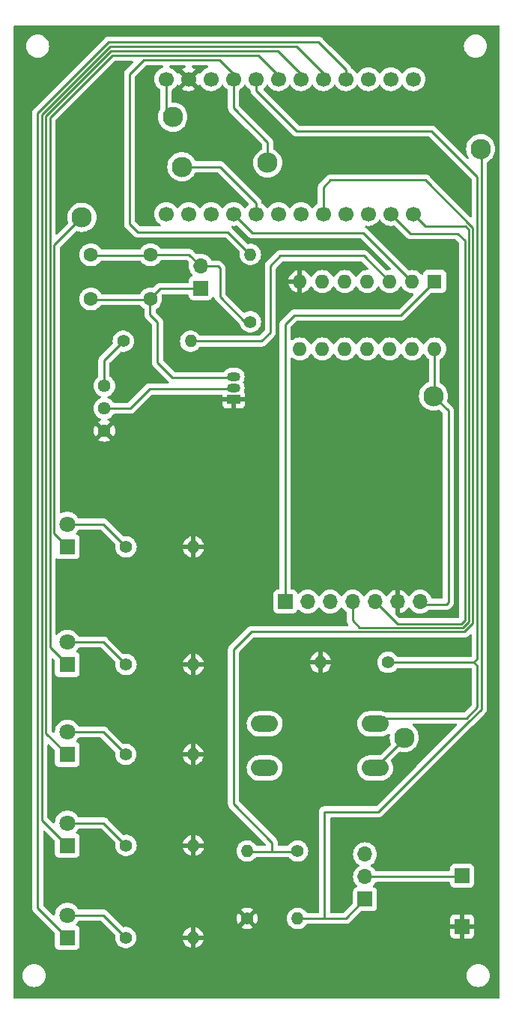
<source format=gbr>
%TF.GenerationSoftware,KiCad,Pcbnew,7.0.6*%
%TF.CreationDate,2024-05-26T17:55:49-07:00*%
%TF.ProjectId,avalanche_transmitter,6176616c-616e-4636-9865-5f7472616e73,1.0*%
%TF.SameCoordinates,Original*%
%TF.FileFunction,Copper,L1,Top*%
%TF.FilePolarity,Positive*%
%FSLAX46Y46*%
G04 Gerber Fmt 4.6, Leading zero omitted, Abs format (unit mm)*
G04 Created by KiCad (PCBNEW 7.0.6) date 2024-05-26 17:55:49*
%MOMM*%
%LPD*%
G01*
G04 APERTURE LIST*
%TA.AperFunction,ComponentPad*%
%ADD10R,1.800000X1.800000*%
%TD*%
%TA.AperFunction,ComponentPad*%
%ADD11C,1.800000*%
%TD*%
%TA.AperFunction,ComponentPad*%
%ADD12C,1.700000*%
%TD*%
%TA.AperFunction,ComponentPad*%
%ADD13C,1.400000*%
%TD*%
%TA.AperFunction,ComponentPad*%
%ADD14O,1.400000X1.400000*%
%TD*%
%TA.AperFunction,ComponentPad*%
%ADD15R,1.600000X1.600000*%
%TD*%
%TA.AperFunction,ComponentPad*%
%ADD16O,1.600000X1.600000*%
%TD*%
%TA.AperFunction,ComponentPad*%
%ADD17C,1.600000*%
%TD*%
%TA.AperFunction,ComponentPad*%
%ADD18R,1.700000X1.700000*%
%TD*%
%TA.AperFunction,ComponentPad*%
%ADD19O,1.700000X1.700000*%
%TD*%
%TA.AperFunction,ComponentPad*%
%ADD20C,1.440000*%
%TD*%
%TA.AperFunction,ComponentPad*%
%ADD21O,1.500000X1.050000*%
%TD*%
%TA.AperFunction,ComponentPad*%
%ADD22R,1.500000X1.050000*%
%TD*%
%TA.AperFunction,ComponentPad*%
%ADD23O,3.048000X1.850000*%
%TD*%
%TA.AperFunction,ViaPad*%
%ADD24C,2.300000*%
%TD*%
%TA.AperFunction,Conductor*%
%ADD25C,0.250000*%
%TD*%
G04 APERTURE END LIST*
D10*
%TO.P,TRANSMITTING,1,K*%
%TO.N,Net-(TRANSMITTING1-K)*%
X126134000Y-101137000D03*
D11*
%TO.P,TRANSMITTING,2,A*%
%TO.N,Net-(TRANSMITTING1-A)*%
X126134000Y-98597000D03*
%TD*%
D12*
%TO.P,U2,1,bat*%
%TO.N,/on{slash}off*%
X137310000Y-48300000D03*
%TO.P,U2,2,ground*%
%TO.N,GND*%
X139850000Y-48300000D03*
%TO.P,U2,3,bus*%
%TO.N,unconnected-(U2-bus-Pad3)*%
X142390000Y-48300000D03*
%TO.P,U2,4,3V*%
%TO.N,+3V0*%
X144930000Y-48300000D03*
%TO.P,U2,5,8*%
%TO.N,Net-(U2-8)*%
X147470000Y-48300000D03*
%TO.P,U2,6,6*%
%TO.N,Net-(D1-K)*%
X150010000Y-48300000D03*
%TO.P,U2,7,5*%
%TO.N,Net-(50\u00251-K)*%
X152550000Y-48300000D03*
%TO.P,U2,8,4*%
%TO.N,Net-(75\u00251-K)*%
X155090000Y-48300000D03*
%TO.P,U2,9,3*%
%TO.N,Net-(100\u00251-K)*%
X157630000Y-48300000D03*
%TO.P,U2,10,TX*%
%TO.N,unconnected-(U2-TX-Pad10)*%
X160170000Y-48300000D03*
%TO.P,U2,11,RX*%
%TO.N,unconnected-(U2-RX-Pad11)*%
X162710000Y-48300000D03*
%TO.P,U2,12,RST*%
%TO.N,unconnected-(U2-RST-Pad12)*%
X165250000Y-48300000D03*
%TO.P,U2,13,9*%
%TO.N,unconnected-(U2-9-Pad13)*%
X137310000Y-63540000D03*
%TO.P,U2,14,10*%
%TO.N,unconnected-(U2-10-Pad14)*%
X139850000Y-63540000D03*
%TO.P,U2,15,11*%
%TO.N,unconnected-(U2-11-Pad15)*%
X142390000Y-63540000D03*
%TO.P,U2,16,12*%
%TO.N,Net-(U2-12)*%
X144930000Y-63540000D03*
%TO.P,U2,17,13*%
%TO.N,Net-(TRANSMITTING1-K)*%
X147470000Y-63540000D03*
%TO.P,U2,18,Ar*%
%TO.N,unconnected-(U2-Ar-Pad18)*%
X150010000Y-63540000D03*
%TO.P,U2,19,A0*%
%TO.N,unconnected-(U2-A0-Pad19)*%
X152550000Y-63540000D03*
%TO.P,U2,20,A1*%
%TO.N,Net-(U2-A1)*%
X155090000Y-63540000D03*
%TO.P,U2,21,A2*%
%TO.N,unconnected-(U2-A2-Pad21)*%
X157630000Y-63540000D03*
%TO.P,U2,22,A3*%
%TO.N,unconnected-(U2-A3-Pad22)*%
X160170000Y-63540000D03*
%TO.P,U2,23,A4*%
%TO.N,Net-(J1-Pin_5)*%
X162710000Y-63540000D03*
%TO.P,U2,24,A5*%
%TO.N,Net-(J1-Pin_4)*%
X165250000Y-63540000D03*
%TD*%
D13*
%TO.P,R9,1*%
%TO.N,Net-(U2-A1)*%
X152169000Y-135549000D03*
D14*
%TO.P,R9,2*%
%TO.N,/on{slash}off*%
X152169000Y-143169000D03*
%TD*%
D13*
%TO.P,R4,1*%
%TO.N,Net-(100\u00251-A)*%
X132738000Y-145328000D03*
D14*
%TO.P,R4,2*%
%TO.N,GND*%
X140358000Y-145328000D03*
%TD*%
D13*
%TO.P,R8,1*%
%TO.N,Net-(AE1-Pad2)*%
X146835000Y-75732000D03*
D14*
%TO.P,R8,2*%
%TO.N,+3V0*%
X146835000Y-68112000D03*
%TD*%
D13*
%TO.P,R10,1*%
%TO.N,GND*%
X146454000Y-143169000D03*
D14*
%TO.P,R10,2*%
%TO.N,Net-(U2-A1)*%
X146454000Y-135549000D03*
%TD*%
D13*
%TO.P,R7,1*%
%TO.N,Net-(R7-Pad1)*%
X132460000Y-77918000D03*
D14*
%TO.P,R7,2*%
%TO.N,Net-(R7-Pad2)*%
X140080000Y-77918000D03*
%TD*%
D15*
%TO.P,U1,1*%
%TO.N,Net-(J1-Pin_1)*%
X167668000Y-71170000D03*
D16*
%TO.P,U1,2*%
%TO.N,Net-(U2-12)*%
X165128000Y-71170000D03*
%TO.P,U1,3*%
%TO.N,Net-(R7-Pad2)*%
X162588000Y-71170000D03*
%TO.P,U1,4*%
%TO.N,N/C*%
X160048000Y-71170000D03*
%TO.P,U1,5*%
X157508000Y-71170000D03*
%TO.P,U1,6*%
X154968000Y-71170000D03*
%TO.P,U1,7,GND*%
%TO.N,GND*%
X152428000Y-71170000D03*
%TO.P,U1,8*%
%TO.N,N/C*%
X152428000Y-78790000D03*
%TO.P,U1,9*%
X154968000Y-78790000D03*
%TO.P,U1,10*%
X157508000Y-78790000D03*
%TO.P,U1,11*%
X160048000Y-78790000D03*
%TO.P,U1,12*%
X162588000Y-78790000D03*
%TO.P,U1,13*%
X165128000Y-78790000D03*
%TO.P,U1,14,VCC*%
%TO.N,+3V0*%
X167668000Y-78790000D03*
%TD*%
D17*
%TO.P,C1,1*%
%TO.N,Net-(AE1-Pad2)*%
X135532000Y-68152000D03*
%TO.P,C1,2*%
%TO.N,Net-(Q1-C)*%
X135532000Y-73152000D03*
%TD*%
D10*
%TO.P,100\u0025,1,K*%
%TO.N,Net-(D1-K)*%
X126134000Y-114467000D03*
D11*
%TO.P,100\u0025,2,A*%
%TO.N,Net-(D1-A)*%
X126134000Y-111927000D03*
%TD*%
D18*
%TO.P,J1,1,Pin_1*%
%TO.N,Net-(J1-Pin_1)*%
X150772000Y-107355000D03*
D19*
%TO.P,J1,2,Pin_2*%
%TO.N,unconnected-(J1-Pin_2-Pad2)*%
X153312000Y-107355000D03*
%TO.P,J1,3,Pin_3*%
%TO.N,unconnected-(J1-Pin_3-Pad3)*%
X155852000Y-107355000D03*
%TO.P,J1,4,Pin_4*%
%TO.N,Net-(J1-Pin_4)*%
X158392000Y-107355000D03*
%TO.P,J1,5,Pin_5*%
%TO.N,Net-(J1-Pin_5)*%
X160932000Y-107355000D03*
%TO.P,J1,6,Pin_6*%
%TO.N,GND*%
X163472000Y-107355000D03*
%TO.P,J1,7,Pin_7*%
%TO.N,+3V0*%
X166012000Y-107355000D03*
%TD*%
D13*
%TO.P,R1,1*%
%TO.N,Net-(D1-A)*%
X132780000Y-114467000D03*
D14*
%TO.P,R1,2*%
%TO.N,GND*%
X140400000Y-114467000D03*
%TD*%
D17*
%TO.P,CV1,2*%
%TO.N,Net-(Q1-C)*%
X128801000Y-73152000D03*
%TO.P,CV1,1*%
%TO.N,Net-(AE1-Pad2)*%
X128801000Y-68152000D03*
%TD*%
D18*
%TO.P,On/Off,1,A*%
%TO.N,/on{slash}off*%
X159789000Y-140995000D03*
D19*
%TO.P,On/Off,2,B*%
%TO.N,+6V*%
X159789000Y-138455000D03*
%TO.P,On/Off,3,C*%
%TO.N,unconnected-(SW2-C-Pad3)*%
X159789000Y-135915000D03*
%TD*%
D20*
%TO.P,RV1,3,3*%
%TO.N,GND*%
X130325000Y-88051000D03*
%TO.P,RV1,2,2*%
%TO.N,Net-(Q1-B)*%
X130325000Y-85511000D03*
%TO.P,RV1,1,1*%
%TO.N,Net-(R7-Pad1)*%
X130325000Y-82971000D03*
%TD*%
D13*
%TO.P,R5,1*%
%TO.N,Net-(TRANSMITTING1-A)*%
X132780000Y-101168000D03*
D14*
%TO.P,R5,2*%
%TO.N,GND*%
X140400000Y-101168000D03*
%TD*%
D10*
%TO.P,75\u0025,1,K*%
%TO.N,Net-(50\u00251-K)*%
X126134000Y-124627000D03*
D11*
%TO.P,75\u0025,2,A*%
%TO.N,Net-(50\u00251-A)*%
X126134000Y-122087000D03*
%TD*%
D13*
%TO.P,R2,1*%
%TO.N,Net-(50\u00251-A)*%
X132738000Y-124627000D03*
D14*
%TO.P,R2,2*%
%TO.N,GND*%
X140358000Y-124627000D03*
%TD*%
D21*
%TO.P,Q1,3,C*%
%TO.N,Net-(Q1-C)*%
X144930000Y-81955000D03*
%TO.P,Q1,2,B*%
%TO.N,Net-(Q1-B)*%
X144930000Y-83225000D03*
D22*
%TO.P,Q1,1,E*%
%TO.N,GND*%
X144930000Y-84495000D03*
%TD*%
D18*
%TO.P,GND,1*%
%TO.N,GND*%
X170780000Y-144068000D03*
%TD*%
D10*
%TO.P,50\u0025,1,K*%
%TO.N,Net-(75\u00251-K)*%
X126134000Y-134914000D03*
D11*
%TO.P,50\u0025,2,A*%
%TO.N,Net-(75\u00251-A)*%
X126134000Y-132374000D03*
%TD*%
D13*
%TO.P,R6,1*%
%TO.N,Net-(U2-8)*%
X162380000Y-114218000D03*
D14*
%TO.P,R6,2*%
%TO.N,GND*%
X154760000Y-114218000D03*
%TD*%
D18*
%TO.P,AE1,1*%
%TO.N,Net-(Q1-C)*%
X141200000Y-71922000D03*
D19*
%TO.P,AE1,2*%
%TO.N,Net-(AE1-Pad2)*%
X141200000Y-69382000D03*
%TD*%
D10*
%TO.P,25\u0025,1,K*%
%TO.N,Net-(100\u00251-K)*%
X126134000Y-145328000D03*
D11*
%TO.P,25\u0025,2,A*%
%TO.N,Net-(100\u00251-A)*%
X126134000Y-142788000D03*
%TD*%
D23*
%TO.P,REF\u002A\u002A,1*%
%TO.N,N/C*%
X148440000Y-121168000D03*
%TO.N,Net-(U2-8)*%
X160940000Y-121168000D03*
%TO.P,REF\u002A\u002A,2*%
%TO.N,N/C*%
X148440000Y-126168000D03*
%TO.N,+3V0*%
X160940000Y-126168000D03*
%TD*%
D13*
%TO.P,R3,1*%
%TO.N,Net-(75\u00251-A)*%
X132780000Y-134914000D03*
D14*
%TO.P,R3,2*%
%TO.N,GND*%
X140400000Y-134914000D03*
%TD*%
D18*
%TO.P,Battery In (6V),1*%
%TO.N,+6V*%
X170780000Y-138318000D03*
%TD*%
D24*
%TO.N,+3V0*%
X167536000Y-84114000D03*
X148780000Y-57768000D03*
X164234000Y-122722000D03*
%TO.N,GND*%
X161230000Y-56468000D03*
X138380000Y-92818000D03*
X128880000Y-54718000D03*
X158430000Y-97568000D03*
X141280000Y-140318000D03*
X141230000Y-118968000D03*
X148580000Y-113268000D03*
%TO.N,Net-(TRANSMITTING1-K)*%
X139088000Y-58206000D03*
X127780000Y-63918000D03*
%TO.N,/on{slash}off*%
X138055000Y-52593000D03*
X172870000Y-56174000D03*
%TD*%
D25*
%TO.N,Net-(AE1-Pad2)*%
X135480000Y-68218000D02*
X128780000Y-68218000D01*
X135580000Y-68118000D02*
X135480000Y-68218000D01*
X139890000Y-68118000D02*
X135580000Y-68118000D01*
X141225000Y-69453000D02*
X139890000Y-68118000D01*
X143375000Y-69668000D02*
X143160000Y-69453000D01*
X143375000Y-72875000D02*
X143375000Y-69668000D01*
X143160000Y-69453000D02*
X141225000Y-69453000D01*
X146830000Y-75728000D02*
X146228000Y-75728000D01*
X146228000Y-75728000D02*
X143375000Y-72875000D01*
%TO.N,Net-(Q1-C)*%
X136605000Y-71993000D02*
X141225000Y-71993000D01*
%TO.N,+3V0*%
X169000000Y-107650000D02*
X166312000Y-107650000D01*
X166312000Y-107650000D02*
X165980000Y-107318000D01*
X169200000Y-85778000D02*
X169200000Y-107450000D01*
X169200000Y-107450000D02*
X169000000Y-107650000D01*
X167536000Y-84114000D02*
X169200000Y-85778000D01*
%TO.N,Net-(Q1-C)*%
X135380000Y-73218000D02*
X135480000Y-73118000D01*
X135480000Y-73118000D02*
X136605000Y-71993000D01*
X136330000Y-80340000D02*
X138038000Y-82048000D01*
X138038000Y-82048000D02*
X144980000Y-82048000D01*
X135480000Y-73118000D02*
X135480000Y-74918000D01*
X129180000Y-73218000D02*
X135380000Y-73218000D01*
X136330000Y-75768000D02*
X136330000Y-80340000D01*
X135480000Y-74918000D02*
X136330000Y-75768000D01*
%TO.N,+3V0*%
X144930000Y-47768000D02*
X144930000Y-51568000D01*
X160940000Y-126168000D02*
X164234000Y-122874000D01*
X144294000Y-65572000D02*
X134084000Y-65572000D01*
X164234000Y-122874000D02*
X164234000Y-122722000D01*
X148780000Y-55418000D02*
X148780000Y-57768000D01*
X144930000Y-51568000D02*
X148780000Y-55418000D01*
X134757000Y-46141000D02*
X143303000Y-46141000D01*
X134084000Y-65572000D02*
X133180000Y-64668000D01*
X167536000Y-84114000D02*
X167635000Y-84015000D01*
X133180000Y-47718000D02*
X134757000Y-46141000D01*
X133180000Y-64668000D02*
X133180000Y-47718000D01*
X146830000Y-68108000D02*
X144294000Y-65572000D01*
X143303000Y-46141000D02*
X144930000Y-47768000D01*
X167635000Y-84015000D02*
X167635000Y-78788000D01*
%TO.N,Net-(D1-K)*%
X124170000Y-112503000D02*
X126134000Y-114467000D01*
X150010000Y-48300000D02*
X150010000Y-47908000D01*
X124170000Y-52668000D02*
X124170000Y-112503000D01*
X147735000Y-45633000D02*
X131205000Y-45633000D01*
X150010000Y-47908000D02*
X147735000Y-45633000D01*
X131205000Y-45633000D02*
X124170000Y-52668000D01*
%TO.N,Net-(D1-A)*%
X126134000Y-111927000D02*
X130240000Y-111927000D01*
X130240000Y-111927000D02*
X132780000Y-114467000D01*
%TO.N,Net-(50\u00251-K)*%
X123720000Y-122213000D02*
X126134000Y-124627000D01*
X131076604Y-45125000D02*
X123720000Y-52481604D01*
X149927000Y-45125000D02*
X131076604Y-45125000D01*
X152550000Y-47748000D02*
X149927000Y-45125000D01*
X152550000Y-48300000D02*
X152550000Y-47748000D01*
X123720000Y-52481604D02*
X123720000Y-122213000D01*
%TO.N,Net-(50\u00251-A)*%
X130198000Y-122087000D02*
X132738000Y-124627000D01*
X126134000Y-122087000D02*
X130198000Y-122087000D01*
%TO.N,Net-(75\u00251-K)*%
X123270000Y-52295208D02*
X123270000Y-132050000D01*
X155090000Y-47688000D02*
X152019000Y-44617000D01*
X130948208Y-44617000D02*
X123270000Y-52295208D01*
X123270000Y-132050000D02*
X126134000Y-134914000D01*
X152019000Y-44617000D02*
X130948208Y-44617000D01*
X155090000Y-48300000D02*
X155090000Y-47688000D01*
%TO.N,Net-(75\u00251-A)*%
X130240000Y-132374000D02*
X132780000Y-134914000D01*
X126134000Y-132374000D02*
X130240000Y-132374000D01*
%TO.N,Net-(100\u00251-K)*%
X122770000Y-141964000D02*
X126134000Y-145328000D01*
X157630000Y-48300000D02*
X157630000Y-47228000D01*
X122770000Y-52158812D02*
X122770000Y-141964000D01*
X154511000Y-44109000D02*
X130819812Y-44109000D01*
X157630000Y-47228000D02*
X154511000Y-44109000D01*
X130819812Y-44109000D02*
X122770000Y-52158812D01*
%TO.N,Net-(100\u00251-A)*%
X126134000Y-142788000D02*
X130198000Y-142788000D01*
X130198000Y-142788000D02*
X132738000Y-145328000D01*
%TO.N,Net-(U2-8)*%
X162380000Y-114218000D02*
X172080000Y-114218000D01*
X172480000Y-113818000D02*
X172080000Y-114218000D01*
X172480000Y-114618000D02*
X172480000Y-119318000D01*
X167330000Y-54168000D02*
X172480000Y-59318000D01*
X147470000Y-49570000D02*
X152068000Y-54168000D01*
X171280000Y-120518000D02*
X161590000Y-120518000D01*
X172080000Y-114218000D02*
X172480000Y-114618000D01*
X161590000Y-120518000D02*
X160940000Y-121168000D01*
X152068000Y-54168000D02*
X167330000Y-54168000D01*
X172480000Y-59318000D02*
X172480000Y-113818000D01*
X147470000Y-48300000D02*
X147470000Y-49570000D01*
X172480000Y-119318000D02*
X171280000Y-120518000D01*
%TO.N,Net-(U2-12)*%
X159611000Y-65684000D02*
X165095000Y-71168000D01*
X147074000Y-65684000D02*
X159611000Y-65684000D01*
X144930000Y-63540000D02*
X147074000Y-65684000D01*
%TO.N,+6V*%
X163980000Y-138418000D02*
X170680000Y-138418000D01*
X170680000Y-138418000D02*
X170780000Y-138318000D01*
X159780000Y-138418000D02*
X163980000Y-138418000D01*
%TO.N,Net-(J1-Pin_1)*%
X150740000Y-76018000D02*
X150740000Y-107318000D01*
X167635000Y-71168000D02*
X163833000Y-74970000D01*
X163833000Y-74970000D02*
X151788000Y-74970000D01*
X151788000Y-74970000D02*
X150740000Y-76018000D01*
%TO.N,Net-(J1-Pin_4)*%
X168044000Y-64968000D02*
X171170000Y-64968000D01*
X171170000Y-64968000D02*
X171530000Y-65328000D01*
X159180000Y-110318000D02*
X158360000Y-109498000D01*
X171530000Y-109654396D02*
X170866396Y-110318000D01*
X171530000Y-65328000D02*
X171530000Y-109654396D01*
X165250000Y-63540000D02*
X166647000Y-64937000D01*
X158360000Y-109498000D02*
X158360000Y-107318000D01*
X166647000Y-64937000D02*
X168013000Y-64937000D01*
X170866396Y-110318000D02*
X159180000Y-110318000D01*
%TO.N,Net-(Q1-B)*%
X130270000Y-85508000D02*
X133230000Y-85508000D01*
X135420000Y-83318000D02*
X133230000Y-85508000D01*
X144980000Y-83318000D02*
X135420000Y-83318000D01*
%TO.N,Net-(J1-Pin_5)*%
X163450000Y-109868000D02*
X160900000Y-107318000D01*
X164938000Y-65768000D02*
X170270000Y-65768000D01*
X162710000Y-63540000D02*
X164938000Y-65768000D01*
X171080000Y-109468000D02*
X170680000Y-109868000D01*
X170680000Y-109868000D02*
X163450000Y-109868000D01*
X170270000Y-65768000D02*
X171080000Y-66578000D01*
X171080000Y-66578000D02*
X171080000Y-109468000D01*
%TO.N,Net-(R7-Pad1)*%
X130270000Y-80108000D02*
X130270000Y-82968000D01*
X132460000Y-77918000D02*
X130270000Y-80108000D01*
%TO.N,Net-(R7-Pad2)*%
X140080000Y-77918000D02*
X148080000Y-77918000D01*
X149080000Y-76918000D02*
X149080000Y-69418000D01*
X148080000Y-77918000D02*
X149080000Y-76918000D01*
X149080000Y-69418000D02*
X150230000Y-68268000D01*
X150230000Y-68268000D02*
X159655000Y-68268000D01*
X159655000Y-68268000D02*
X162555000Y-71168000D01*
%TO.N,Net-(TRANSMITTING1-A)*%
X126134000Y-98597000D02*
X130209000Y-98597000D01*
X130209000Y-98597000D02*
X132780000Y-101168000D01*
%TO.N,Net-(TRANSMITTING1-K)*%
X147470000Y-62270000D02*
X143406000Y-58206000D01*
X126134000Y-101137000D02*
X124645000Y-99648000D01*
X143406000Y-58206000D02*
X139342000Y-58206000D01*
X147470000Y-63540000D02*
X147470000Y-62270000D01*
X124645000Y-67053000D02*
X127780000Y-63918000D01*
X124645000Y-99648000D02*
X124645000Y-67053000D01*
%TO.N,Net-(U2-A1)*%
X146930000Y-110768000D02*
X144930000Y-112768000D01*
X155090000Y-60508000D02*
X155880000Y-59718000D01*
X155880000Y-59718000D02*
X166630000Y-59718000D01*
X166630000Y-59718000D02*
X171980000Y-65068000D01*
X144930000Y-130218000D02*
X149280000Y-134568000D01*
X149280000Y-134568000D02*
X149280000Y-135598000D01*
X155090000Y-63540000D02*
X155090000Y-60508000D01*
X171052792Y-110768000D02*
X146930000Y-110768000D01*
X149280000Y-135598000D02*
X146430000Y-135598000D01*
X171980000Y-109840792D02*
X171052792Y-110768000D01*
X171980000Y-65068000D02*
X171980000Y-109840792D01*
X152130000Y-135598000D02*
X149280000Y-135598000D01*
X144930000Y-112768000D02*
X144930000Y-130218000D01*
%TO.N,/on{slash}off*%
X172870000Y-56174000D02*
X172930000Y-56234000D01*
X137310000Y-48300000D02*
X137310000Y-51848000D01*
X172930000Y-119504396D02*
X171466396Y-120968000D01*
X171466396Y-120968000D02*
X171449000Y-120968000D01*
X172930000Y-56234000D02*
X172930000Y-119504396D01*
X155217000Y-143169000D02*
X157615000Y-143169000D01*
X155217000Y-131104000D02*
X155217000Y-143169000D01*
X171449000Y-120968000D02*
X161313000Y-131104000D01*
X138055000Y-52593000D02*
X137310000Y-51848000D01*
X152169000Y-143169000D02*
X155217000Y-143169000D01*
X161313000Y-131104000D02*
X155217000Y-131104000D01*
X157615000Y-143169000D02*
X159789000Y-140995000D01*
%TD*%
%TA.AperFunction,Conductor*%
%TO.N,GND*%
G36*
X161524855Y-64206546D02*
G01*
X161541575Y-64225842D01*
X161671500Y-64411395D01*
X161671505Y-64411401D01*
X161838599Y-64578495D01*
X161881689Y-64608667D01*
X162032165Y-64714032D01*
X162032167Y-64714033D01*
X162032170Y-64714035D01*
X162246337Y-64813903D01*
X162246343Y-64813904D01*
X162246344Y-64813905D01*
X162286972Y-64824791D01*
X162474592Y-64875063D01*
X162658349Y-64891140D01*
X162709999Y-64895659D01*
X162710000Y-64895659D01*
X162710001Y-64895659D01*
X162761651Y-64891140D01*
X162945408Y-64875063D01*
X163045873Y-64848143D01*
X163115722Y-64849806D01*
X163165646Y-64880236D01*
X163838630Y-65553221D01*
X164437197Y-66151788D01*
X164447022Y-66164051D01*
X164447243Y-66163869D01*
X164452214Y-66169878D01*
X164468025Y-66184725D01*
X164502635Y-66217226D01*
X164523529Y-66238120D01*
X164529011Y-66242373D01*
X164533443Y-66246157D01*
X164567418Y-66278062D01*
X164584976Y-66287714D01*
X164601233Y-66298393D01*
X164617064Y-66310673D01*
X164636737Y-66319186D01*
X164659833Y-66329182D01*
X164665077Y-66331750D01*
X164705908Y-66354197D01*
X164718523Y-66357435D01*
X164725305Y-66359177D01*
X164743719Y-66365481D01*
X164762104Y-66373438D01*
X164808157Y-66380732D01*
X164813826Y-66381906D01*
X164858981Y-66393500D01*
X164879016Y-66393500D01*
X164898413Y-66395026D01*
X164918196Y-66398160D01*
X164964583Y-66393775D01*
X164970422Y-66393500D01*
X169959548Y-66393500D01*
X170026587Y-66413185D01*
X170047229Y-66429819D01*
X170418181Y-66800771D01*
X170451666Y-66862094D01*
X170454500Y-66888452D01*
X170454500Y-109118500D01*
X170434815Y-109185539D01*
X170382011Y-109231294D01*
X170330500Y-109242500D01*
X163760452Y-109242500D01*
X163693413Y-109222815D01*
X163672771Y-109206181D01*
X163258319Y-108791728D01*
X163224834Y-108730405D01*
X163222000Y-108704047D01*
X163222000Y-107790501D01*
X163329685Y-107839680D01*
X163436237Y-107855000D01*
X163507763Y-107855000D01*
X163614315Y-107839680D01*
X163722000Y-107790501D01*
X163722000Y-108685633D01*
X163935483Y-108628433D01*
X163935492Y-108628429D01*
X164149578Y-108528600D01*
X164343082Y-108393105D01*
X164510105Y-108226082D01*
X164640119Y-108040405D01*
X164694696Y-107996781D01*
X164764195Y-107989588D01*
X164826549Y-108021110D01*
X164843269Y-108040405D01*
X164973505Y-108226401D01*
X165140599Y-108393495D01*
X165237384Y-108461265D01*
X165334165Y-108529032D01*
X165334167Y-108529033D01*
X165334170Y-108529035D01*
X165548337Y-108628903D01*
X165776592Y-108690063D01*
X165953034Y-108705500D01*
X166011999Y-108710659D01*
X166012000Y-108710659D01*
X166012001Y-108710659D01*
X166070966Y-108705500D01*
X166247408Y-108690063D01*
X166475663Y-108628903D01*
X166689830Y-108529035D01*
X166883401Y-108393495D01*
X166965076Y-108311819D01*
X167026400Y-108278334D01*
X167052758Y-108275500D01*
X168917257Y-108275500D01*
X168932877Y-108277224D01*
X168932904Y-108276939D01*
X168940660Y-108277671D01*
X168940667Y-108277673D01*
X169009814Y-108275500D01*
X169039350Y-108275500D01*
X169046228Y-108274630D01*
X169052041Y-108274172D01*
X169098627Y-108272709D01*
X169117869Y-108267117D01*
X169136912Y-108263174D01*
X169156792Y-108260664D01*
X169200122Y-108243507D01*
X169205646Y-108241617D01*
X169209396Y-108240527D01*
X169250390Y-108228618D01*
X169267629Y-108218422D01*
X169285103Y-108209862D01*
X169303727Y-108202488D01*
X169303727Y-108202487D01*
X169303732Y-108202486D01*
X169341449Y-108175082D01*
X169346305Y-108171892D01*
X169386420Y-108148170D01*
X169400589Y-108133999D01*
X169415379Y-108121368D01*
X169431587Y-108109594D01*
X169461299Y-108073676D01*
X169465212Y-108069376D01*
X169583786Y-107950802D01*
X169596048Y-107940980D01*
X169595865Y-107940759D01*
X169601867Y-107935792D01*
X169601877Y-107935786D01*
X169649241Y-107885348D01*
X169670120Y-107864470D01*
X169674373Y-107858986D01*
X169678150Y-107854563D01*
X169710062Y-107820582D01*
X169719714Y-107803023D01*
X169730389Y-107786772D01*
X169742674Y-107770936D01*
X169761186Y-107728152D01*
X169763742Y-107722935D01*
X169786197Y-107682092D01*
X169791180Y-107662680D01*
X169797477Y-107644291D01*
X169805438Y-107625895D01*
X169812729Y-107579853D01*
X169813908Y-107574162D01*
X169825500Y-107529019D01*
X169825500Y-107508974D01*
X169827025Y-107489591D01*
X169830160Y-107469804D01*
X169825775Y-107423415D01*
X169825500Y-107417577D01*
X169825500Y-85860737D01*
X169827224Y-85845123D01*
X169826938Y-85845096D01*
X169827672Y-85837333D01*
X169825500Y-85768202D01*
X169825500Y-85738651D01*
X169825500Y-85738650D01*
X169824629Y-85731759D01*
X169824172Y-85725945D01*
X169822709Y-85679374D01*
X169822709Y-85679372D01*
X169817120Y-85660137D01*
X169813174Y-85641084D01*
X169810664Y-85621208D01*
X169793501Y-85577859D01*
X169791614Y-85572346D01*
X169778617Y-85527610D01*
X169778616Y-85527608D01*
X169768421Y-85510369D01*
X169759860Y-85492893D01*
X169752486Y-85474269D01*
X169752486Y-85474267D01*
X169737333Y-85453412D01*
X169725083Y-85436550D01*
X169721900Y-85431705D01*
X169698170Y-85391579D01*
X169698165Y-85391573D01*
X169684005Y-85377413D01*
X169671370Y-85362620D01*
X169659593Y-85346412D01*
X169623693Y-85316713D01*
X169619381Y-85312790D01*
X169116915Y-84810324D01*
X169083430Y-84749001D01*
X169088414Y-84679309D01*
X169090025Y-84675213D01*
X169110573Y-84625610D01*
X169171221Y-84372994D01*
X169191604Y-84114000D01*
X169171221Y-83855006D01*
X169110573Y-83602390D01*
X169022611Y-83390031D01*
X169011156Y-83362376D01*
X168926972Y-83225000D01*
X168875412Y-83140860D01*
X168706689Y-82943311D01*
X168530583Y-82792902D01*
X168509137Y-82774585D01*
X168509135Y-82774584D01*
X168319710Y-82658505D01*
X168272835Y-82606694D01*
X168260500Y-82552778D01*
X168260500Y-80026936D01*
X168280185Y-79959897D01*
X168317049Y-79924746D01*
X168316299Y-79923674D01*
X168494338Y-79799010D01*
X168507139Y-79790047D01*
X168668047Y-79629139D01*
X168798568Y-79442734D01*
X168894739Y-79236496D01*
X168953635Y-79016692D01*
X168973468Y-78790000D01*
X168968239Y-78730238D01*
X168967801Y-78725230D01*
X168953635Y-78563308D01*
X168894739Y-78343504D01*
X168798568Y-78137266D01*
X168668047Y-77950861D01*
X168668045Y-77950858D01*
X168507141Y-77789954D01*
X168320734Y-77659432D01*
X168320732Y-77659431D01*
X168114497Y-77563261D01*
X168114488Y-77563258D01*
X167894697Y-77504366D01*
X167894693Y-77504365D01*
X167894692Y-77504365D01*
X167894691Y-77504364D01*
X167894686Y-77504364D01*
X167668002Y-77484532D01*
X167667998Y-77484532D01*
X167441313Y-77504364D01*
X167441302Y-77504366D01*
X167221511Y-77563258D01*
X167221502Y-77563261D01*
X167015267Y-77659431D01*
X167015265Y-77659432D01*
X166828858Y-77789954D01*
X166667954Y-77950858D01*
X166537432Y-78137265D01*
X166537431Y-78137267D01*
X166510382Y-78195275D01*
X166464209Y-78247714D01*
X166397016Y-78266866D01*
X166330135Y-78246650D01*
X166285618Y-78195275D01*
X166285618Y-78195274D01*
X166258568Y-78137266D01*
X166128047Y-77950861D01*
X166128045Y-77950858D01*
X165967141Y-77789954D01*
X165780734Y-77659432D01*
X165780732Y-77659431D01*
X165574497Y-77563261D01*
X165574488Y-77563258D01*
X165354697Y-77504366D01*
X165354693Y-77504365D01*
X165354692Y-77504365D01*
X165354691Y-77504364D01*
X165354686Y-77504364D01*
X165128002Y-77484532D01*
X165127998Y-77484532D01*
X164901313Y-77504364D01*
X164901302Y-77504366D01*
X164681511Y-77563258D01*
X164681502Y-77563261D01*
X164475267Y-77659431D01*
X164475265Y-77659432D01*
X164288858Y-77789954D01*
X164127954Y-77950858D01*
X163997432Y-78137265D01*
X163997430Y-78137268D01*
X163970380Y-78195277D01*
X163924207Y-78247715D01*
X163857013Y-78266866D01*
X163790132Y-78246649D01*
X163745619Y-78195277D01*
X163718568Y-78137266D01*
X163588047Y-77950861D01*
X163588045Y-77950858D01*
X163427141Y-77789954D01*
X163240734Y-77659432D01*
X163240732Y-77659431D01*
X163034497Y-77563261D01*
X163034488Y-77563258D01*
X162814697Y-77504366D01*
X162814693Y-77504365D01*
X162814692Y-77504365D01*
X162814691Y-77504364D01*
X162814686Y-77504364D01*
X162588002Y-77484532D01*
X162587998Y-77484532D01*
X162361313Y-77504364D01*
X162361302Y-77504366D01*
X162141511Y-77563258D01*
X162141502Y-77563261D01*
X161935267Y-77659431D01*
X161935265Y-77659432D01*
X161748858Y-77789954D01*
X161587954Y-77950858D01*
X161457432Y-78137265D01*
X161457430Y-78137268D01*
X161430380Y-78195277D01*
X161384207Y-78247715D01*
X161317013Y-78266866D01*
X161250132Y-78246649D01*
X161205619Y-78195277D01*
X161178568Y-78137266D01*
X161048047Y-77950861D01*
X161048045Y-77950858D01*
X160887141Y-77789954D01*
X160700734Y-77659432D01*
X160700732Y-77659431D01*
X160494497Y-77563261D01*
X160494488Y-77563258D01*
X160274697Y-77504366D01*
X160274693Y-77504365D01*
X160274692Y-77504365D01*
X160274691Y-77504364D01*
X160274686Y-77504364D01*
X160048002Y-77484532D01*
X160047998Y-77484532D01*
X159821313Y-77504364D01*
X159821302Y-77504366D01*
X159601511Y-77563258D01*
X159601502Y-77563261D01*
X159395267Y-77659431D01*
X159395265Y-77659432D01*
X159208858Y-77789954D01*
X159047954Y-77950858D01*
X158917432Y-78137265D01*
X158917430Y-78137268D01*
X158890380Y-78195277D01*
X158844207Y-78247715D01*
X158777013Y-78266866D01*
X158710132Y-78246649D01*
X158665619Y-78195277D01*
X158638568Y-78137266D01*
X158508047Y-77950861D01*
X158508045Y-77950858D01*
X158347141Y-77789954D01*
X158160734Y-77659432D01*
X158160732Y-77659431D01*
X157954497Y-77563261D01*
X157954488Y-77563258D01*
X157734697Y-77504366D01*
X157734693Y-77504365D01*
X157734692Y-77504365D01*
X157734691Y-77504364D01*
X157734686Y-77504364D01*
X157508002Y-77484532D01*
X157507998Y-77484532D01*
X157281313Y-77504364D01*
X157281302Y-77504366D01*
X157061511Y-77563258D01*
X157061502Y-77563261D01*
X156855267Y-77659431D01*
X156855265Y-77659432D01*
X156668858Y-77789954D01*
X156507954Y-77950858D01*
X156377432Y-78137265D01*
X156377430Y-78137268D01*
X156350380Y-78195277D01*
X156304207Y-78247715D01*
X156237013Y-78266866D01*
X156170132Y-78246649D01*
X156125619Y-78195277D01*
X156098568Y-78137266D01*
X155968047Y-77950861D01*
X155968045Y-77950858D01*
X155807141Y-77789954D01*
X155620734Y-77659432D01*
X155620732Y-77659431D01*
X155414497Y-77563261D01*
X155414488Y-77563258D01*
X155194697Y-77504366D01*
X155194693Y-77504365D01*
X155194692Y-77504365D01*
X155194691Y-77504364D01*
X155194686Y-77504364D01*
X154968002Y-77484532D01*
X154967998Y-77484532D01*
X154741313Y-77504364D01*
X154741302Y-77504366D01*
X154521511Y-77563258D01*
X154521502Y-77563261D01*
X154315267Y-77659431D01*
X154315265Y-77659432D01*
X154128858Y-77789954D01*
X153967954Y-77950858D01*
X153837432Y-78137265D01*
X153837431Y-78137267D01*
X153810382Y-78195275D01*
X153764209Y-78247714D01*
X153697016Y-78266866D01*
X153630135Y-78246650D01*
X153585618Y-78195275D01*
X153585618Y-78195274D01*
X153558568Y-78137266D01*
X153428047Y-77950861D01*
X153428045Y-77950858D01*
X153267141Y-77789954D01*
X153080734Y-77659432D01*
X153080732Y-77659431D01*
X152874497Y-77563261D01*
X152874488Y-77563258D01*
X152654697Y-77504366D01*
X152654693Y-77504365D01*
X152654692Y-77504365D01*
X152654691Y-77504364D01*
X152654686Y-77504364D01*
X152428002Y-77484532D01*
X152427998Y-77484532D01*
X152201313Y-77504364D01*
X152201302Y-77504366D01*
X151981511Y-77563258D01*
X151981502Y-77563261D01*
X151775267Y-77659431D01*
X151775265Y-77659432D01*
X151588858Y-77789954D01*
X151577181Y-77801632D01*
X151515858Y-77835117D01*
X151446166Y-77830133D01*
X151390233Y-77788261D01*
X151365816Y-77722797D01*
X151365500Y-77713951D01*
X151365500Y-76328452D01*
X151385185Y-76261413D01*
X151401819Y-76240771D01*
X152010772Y-75631819D01*
X152072095Y-75598334D01*
X152098453Y-75595500D01*
X163750257Y-75595500D01*
X163765877Y-75597224D01*
X163765904Y-75596939D01*
X163773660Y-75597671D01*
X163773667Y-75597673D01*
X163842814Y-75595500D01*
X163872350Y-75595500D01*
X163879228Y-75594630D01*
X163885041Y-75594172D01*
X163931627Y-75592709D01*
X163950869Y-75587117D01*
X163969912Y-75583174D01*
X163989792Y-75580664D01*
X164033122Y-75563507D01*
X164038646Y-75561617D01*
X164042396Y-75560527D01*
X164083390Y-75548618D01*
X164100629Y-75538422D01*
X164118103Y-75529862D01*
X164136727Y-75522488D01*
X164136727Y-75522487D01*
X164136732Y-75522486D01*
X164174449Y-75495082D01*
X164179305Y-75491892D01*
X164219420Y-75468170D01*
X164233589Y-75453999D01*
X164248379Y-75441368D01*
X164264587Y-75429594D01*
X164294299Y-75393676D01*
X164298212Y-75389376D01*
X167180771Y-72506818D01*
X167242095Y-72473333D01*
X167268453Y-72470499D01*
X168515871Y-72470499D01*
X168515872Y-72470499D01*
X168575483Y-72464091D01*
X168710331Y-72413796D01*
X168825546Y-72327546D01*
X168911796Y-72212331D01*
X168962091Y-72077483D01*
X168968500Y-72017873D01*
X168968499Y-70322128D01*
X168962091Y-70262517D01*
X168958691Y-70253402D01*
X168911797Y-70127671D01*
X168911793Y-70127664D01*
X168825547Y-70012455D01*
X168825544Y-70012452D01*
X168710335Y-69926206D01*
X168710328Y-69926202D01*
X168575482Y-69875908D01*
X168575483Y-69875908D01*
X168515883Y-69869501D01*
X168515881Y-69869500D01*
X168515873Y-69869500D01*
X168515864Y-69869500D01*
X166820129Y-69869500D01*
X166820123Y-69869501D01*
X166760516Y-69875908D01*
X166625671Y-69926202D01*
X166625664Y-69926206D01*
X166510455Y-70012452D01*
X166510452Y-70012455D01*
X166424206Y-70127664D01*
X166424202Y-70127671D01*
X166373908Y-70262516D01*
X166370137Y-70297596D01*
X166343398Y-70362146D01*
X166286006Y-70401994D01*
X166216180Y-70404487D01*
X166156092Y-70368834D01*
X166145273Y-70355462D01*
X166128045Y-70330858D01*
X165967141Y-70169954D01*
X165780734Y-70039432D01*
X165780732Y-70039431D01*
X165574497Y-69943261D01*
X165574488Y-69943258D01*
X165354697Y-69884366D01*
X165354693Y-69884365D01*
X165354692Y-69884365D01*
X165354691Y-69884364D01*
X165354686Y-69884364D01*
X165128002Y-69864532D01*
X165127999Y-69864532D01*
X164901313Y-69884364D01*
X164901309Y-69884364D01*
X164901308Y-69884365D01*
X164901303Y-69884366D01*
X164901300Y-69884367D01*
X164808501Y-69909231D01*
X164738651Y-69907567D01*
X164688728Y-69877137D01*
X160111803Y-65300212D01*
X160101980Y-65287950D01*
X160101759Y-65288134D01*
X160096786Y-65282123D01*
X160046364Y-65234773D01*
X160035919Y-65224328D01*
X160025475Y-65213883D01*
X160019986Y-65209625D01*
X160015561Y-65205847D01*
X159981582Y-65173938D01*
X159981580Y-65173936D01*
X159981577Y-65173935D01*
X159964029Y-65164288D01*
X159947763Y-65153604D01*
X159933448Y-65142500D01*
X159931936Y-65141327D01*
X159931935Y-65141326D01*
X159931933Y-65141325D01*
X159889169Y-65122819D01*
X159883924Y-65120249D01*
X159868874Y-65111976D01*
X159859571Y-65106862D01*
X159810307Y-65057320D01*
X159795647Y-64989005D01*
X159820248Y-64923610D01*
X159876299Y-64881896D01*
X159930114Y-64874671D01*
X159934590Y-64875062D01*
X159934592Y-64875063D01*
X160101037Y-64889625D01*
X160169999Y-64895659D01*
X160170000Y-64895659D01*
X160170001Y-64895659D01*
X160221651Y-64891140D01*
X160405408Y-64875063D01*
X160633663Y-64813903D01*
X160847830Y-64714035D01*
X161041401Y-64578495D01*
X161208495Y-64411401D01*
X161338426Y-64225841D01*
X161393002Y-64182217D01*
X161462500Y-64175023D01*
X161524855Y-64206546D01*
G37*
%TD.AperFunction*%
%TA.AperFunction,Conductor*%
G36*
X166465865Y-79333348D02*
G01*
X166510382Y-79384725D01*
X166537429Y-79442728D01*
X166537432Y-79442734D01*
X166667954Y-79629141D01*
X166828857Y-79790044D01*
X166828860Y-79790046D01*
X166828861Y-79790047D01*
X166956623Y-79879506D01*
X167000248Y-79934081D01*
X167009500Y-79981080D01*
X167009500Y-82462739D01*
X166989815Y-82529778D01*
X166937011Y-82575533D01*
X166932954Y-82577300D01*
X166784374Y-82638844D01*
X166562859Y-82774588D01*
X166365311Y-82943311D01*
X166196588Y-83140859D01*
X166060843Y-83362376D01*
X165961427Y-83602389D01*
X165900778Y-83855009D01*
X165880396Y-84114000D01*
X165900778Y-84372990D01*
X165961427Y-84625610D01*
X166060843Y-84865623D01*
X166060845Y-84865627D01*
X166060846Y-84865628D01*
X166196588Y-85087140D01*
X166365311Y-85284689D01*
X166562860Y-85453412D01*
X166784372Y-85589154D01*
X166784374Y-85589154D01*
X166784376Y-85589156D01*
X166845693Y-85614554D01*
X167024390Y-85688573D01*
X167277006Y-85749221D01*
X167536000Y-85769604D01*
X167794994Y-85749221D01*
X168047610Y-85688573D01*
X168097192Y-85668034D01*
X168166660Y-85660566D01*
X168229139Y-85691840D01*
X168232325Y-85694915D01*
X168538181Y-86000771D01*
X168571666Y-86062094D01*
X168574500Y-86088452D01*
X168574500Y-106900500D01*
X168554815Y-106967539D01*
X168502011Y-107013294D01*
X168450500Y-107024500D01*
X167416732Y-107024500D01*
X167349693Y-107004815D01*
X167303938Y-106952011D01*
X167296957Y-106932591D01*
X167285907Y-106891349D01*
X167285904Y-106891344D01*
X167285903Y-106891337D01*
X167186035Y-106677171D01*
X167180731Y-106669595D01*
X167050494Y-106483597D01*
X166883402Y-106316506D01*
X166883395Y-106316501D01*
X166689834Y-106180967D01*
X166689830Y-106180965D01*
X166689829Y-106180964D01*
X166475663Y-106081097D01*
X166475659Y-106081096D01*
X166475655Y-106081094D01*
X166247413Y-106019938D01*
X166247403Y-106019936D01*
X166012001Y-105999341D01*
X166011999Y-105999341D01*
X165776596Y-106019936D01*
X165776586Y-106019938D01*
X165548344Y-106081094D01*
X165548335Y-106081098D01*
X165334171Y-106180964D01*
X165334169Y-106180965D01*
X165140597Y-106316505D01*
X164973508Y-106483594D01*
X164843269Y-106669595D01*
X164788692Y-106713219D01*
X164719193Y-106720412D01*
X164656839Y-106688890D01*
X164640119Y-106669594D01*
X164510113Y-106483926D01*
X164510108Y-106483920D01*
X164343082Y-106316894D01*
X164149578Y-106181399D01*
X163935492Y-106081570D01*
X163935486Y-106081567D01*
X163722000Y-106024364D01*
X163722000Y-106919498D01*
X163614315Y-106870320D01*
X163507763Y-106855000D01*
X163436237Y-106855000D01*
X163329685Y-106870320D01*
X163222000Y-106919498D01*
X163222000Y-106024364D01*
X163221999Y-106024364D01*
X163008513Y-106081567D01*
X163008507Y-106081570D01*
X162794422Y-106181399D01*
X162794420Y-106181400D01*
X162600926Y-106316886D01*
X162600920Y-106316891D01*
X162433891Y-106483920D01*
X162433890Y-106483922D01*
X162303880Y-106669595D01*
X162249303Y-106713219D01*
X162179804Y-106720412D01*
X162117450Y-106688890D01*
X162100730Y-106669594D01*
X161970494Y-106483597D01*
X161803402Y-106316506D01*
X161803395Y-106316501D01*
X161609834Y-106180967D01*
X161609830Y-106180965D01*
X161609829Y-106180964D01*
X161395663Y-106081097D01*
X161395659Y-106081096D01*
X161395655Y-106081094D01*
X161167413Y-106019938D01*
X161167403Y-106019936D01*
X160932001Y-105999341D01*
X160931999Y-105999341D01*
X160696596Y-106019936D01*
X160696586Y-106019938D01*
X160468344Y-106081094D01*
X160468335Y-106081098D01*
X160254171Y-106180964D01*
X160254169Y-106180965D01*
X160060597Y-106316505D01*
X159893505Y-106483597D01*
X159763575Y-106669158D01*
X159708998Y-106712783D01*
X159639500Y-106719977D01*
X159577145Y-106688454D01*
X159560425Y-106669158D01*
X159430494Y-106483597D01*
X159263402Y-106316506D01*
X159263395Y-106316501D01*
X159069834Y-106180967D01*
X159069830Y-106180965D01*
X159069829Y-106180964D01*
X158855663Y-106081097D01*
X158855659Y-106081096D01*
X158855655Y-106081094D01*
X158627413Y-106019938D01*
X158627403Y-106019936D01*
X158392001Y-105999341D01*
X158391999Y-105999341D01*
X158156596Y-106019936D01*
X158156586Y-106019938D01*
X157928344Y-106081094D01*
X157928335Y-106081098D01*
X157714171Y-106180964D01*
X157714169Y-106180965D01*
X157520597Y-106316505D01*
X157353505Y-106483597D01*
X157223575Y-106669158D01*
X157168998Y-106712783D01*
X157099500Y-106719977D01*
X157037145Y-106688454D01*
X157020425Y-106669158D01*
X156890494Y-106483597D01*
X156723402Y-106316506D01*
X156723395Y-106316501D01*
X156529834Y-106180967D01*
X156529830Y-106180965D01*
X156529829Y-106180964D01*
X156315663Y-106081097D01*
X156315659Y-106081096D01*
X156315655Y-106081094D01*
X156087413Y-106019938D01*
X156087403Y-106019936D01*
X155852001Y-105999341D01*
X155851999Y-105999341D01*
X155616596Y-106019936D01*
X155616586Y-106019938D01*
X155388344Y-106081094D01*
X155388335Y-106081098D01*
X155174171Y-106180964D01*
X155174169Y-106180965D01*
X154980597Y-106316505D01*
X154813505Y-106483597D01*
X154683575Y-106669158D01*
X154628998Y-106712783D01*
X154559500Y-106719977D01*
X154497145Y-106688454D01*
X154480425Y-106669158D01*
X154350494Y-106483597D01*
X154183402Y-106316506D01*
X154183395Y-106316501D01*
X153989834Y-106180967D01*
X153989830Y-106180965D01*
X153989829Y-106180964D01*
X153775663Y-106081097D01*
X153775659Y-106081096D01*
X153775655Y-106081094D01*
X153547413Y-106019938D01*
X153547403Y-106019936D01*
X153312001Y-105999341D01*
X153311999Y-105999341D01*
X153076596Y-106019936D01*
X153076586Y-106019938D01*
X152848344Y-106081094D01*
X152848335Y-106081098D01*
X152634171Y-106180964D01*
X152634169Y-106180965D01*
X152440600Y-106316503D01*
X152318673Y-106438430D01*
X152257350Y-106471914D01*
X152187658Y-106466930D01*
X152131725Y-106425058D01*
X152114810Y-106394081D01*
X152065797Y-106262671D01*
X152065793Y-106262664D01*
X151979547Y-106147455D01*
X151979544Y-106147452D01*
X151864335Y-106061206D01*
X151864328Y-106061202D01*
X151729482Y-106010908D01*
X151729483Y-106010908D01*
X151669883Y-106004501D01*
X151669881Y-106004500D01*
X151669873Y-106004500D01*
X151669865Y-106004500D01*
X151489500Y-106004500D01*
X151422461Y-105984815D01*
X151376706Y-105932011D01*
X151365500Y-105880500D01*
X151365500Y-79866049D01*
X151385185Y-79799010D01*
X151437989Y-79753255D01*
X151507147Y-79743311D01*
X151570703Y-79772336D01*
X151577181Y-79778368D01*
X151588858Y-79790045D01*
X151588861Y-79790047D01*
X151775266Y-79920568D01*
X151981504Y-80016739D01*
X152201308Y-80075635D01*
X152344881Y-80088196D01*
X152427998Y-80095468D01*
X152428000Y-80095468D01*
X152428002Y-80095468D01*
X152484673Y-80090509D01*
X152654692Y-80075635D01*
X152874496Y-80016739D01*
X153080734Y-79920568D01*
X153267139Y-79790047D01*
X153428047Y-79629139D01*
X153558568Y-79442734D01*
X153585619Y-79384721D01*
X153631788Y-79332286D01*
X153698981Y-79313133D01*
X153765862Y-79333348D01*
X153810380Y-79384722D01*
X153837432Y-79442734D01*
X153837433Y-79442735D01*
X153967954Y-79629141D01*
X154128858Y-79790045D01*
X154128861Y-79790047D01*
X154315266Y-79920568D01*
X154521504Y-80016739D01*
X154741308Y-80075635D01*
X154884881Y-80088196D01*
X154967998Y-80095468D01*
X154968000Y-80095468D01*
X154968002Y-80095468D01*
X155024672Y-80090509D01*
X155194692Y-80075635D01*
X155414496Y-80016739D01*
X155620734Y-79920568D01*
X155807139Y-79790047D01*
X155968047Y-79629139D01*
X156098568Y-79442734D01*
X156125619Y-79384721D01*
X156171788Y-79332286D01*
X156238981Y-79313133D01*
X156305862Y-79333348D01*
X156350380Y-79384722D01*
X156377432Y-79442734D01*
X156377433Y-79442735D01*
X156507954Y-79629141D01*
X156668858Y-79790045D01*
X156668861Y-79790047D01*
X156855266Y-79920568D01*
X157061504Y-80016739D01*
X157281308Y-80075635D01*
X157424881Y-80088196D01*
X157507998Y-80095468D01*
X157508000Y-80095468D01*
X157508002Y-80095468D01*
X157564673Y-80090509D01*
X157734692Y-80075635D01*
X157954496Y-80016739D01*
X158160734Y-79920568D01*
X158347139Y-79790047D01*
X158508047Y-79629139D01*
X158638568Y-79442734D01*
X158665619Y-79384721D01*
X158711788Y-79332286D01*
X158778981Y-79313133D01*
X158845862Y-79333348D01*
X158890380Y-79384722D01*
X158917432Y-79442734D01*
X158917433Y-79442735D01*
X159047954Y-79629141D01*
X159208858Y-79790045D01*
X159208861Y-79790047D01*
X159395266Y-79920568D01*
X159601504Y-80016739D01*
X159821308Y-80075635D01*
X159964881Y-80088196D01*
X160047998Y-80095468D01*
X160048000Y-80095468D01*
X160048002Y-80095468D01*
X160104673Y-80090509D01*
X160274692Y-80075635D01*
X160494496Y-80016739D01*
X160700734Y-79920568D01*
X160887139Y-79790047D01*
X161048047Y-79629139D01*
X161178568Y-79442734D01*
X161205619Y-79384721D01*
X161251788Y-79332286D01*
X161318981Y-79313133D01*
X161385862Y-79333348D01*
X161430380Y-79384722D01*
X161457432Y-79442734D01*
X161457433Y-79442735D01*
X161587954Y-79629141D01*
X161748858Y-79790045D01*
X161748861Y-79790047D01*
X161935266Y-79920568D01*
X162141504Y-80016739D01*
X162361308Y-80075635D01*
X162504881Y-80088196D01*
X162587998Y-80095468D01*
X162588000Y-80095468D01*
X162588002Y-80095468D01*
X162644672Y-80090509D01*
X162814692Y-80075635D01*
X163034496Y-80016739D01*
X163240734Y-79920568D01*
X163427139Y-79790047D01*
X163588047Y-79629139D01*
X163718568Y-79442734D01*
X163745619Y-79384721D01*
X163791788Y-79332286D01*
X163858981Y-79313133D01*
X163925862Y-79333348D01*
X163970380Y-79384722D01*
X163997432Y-79442734D01*
X163997433Y-79442735D01*
X164127954Y-79629141D01*
X164288858Y-79790045D01*
X164288861Y-79790047D01*
X164475266Y-79920568D01*
X164681504Y-80016739D01*
X164901308Y-80075635D01*
X165044881Y-80088196D01*
X165127998Y-80095468D01*
X165128000Y-80095468D01*
X165128002Y-80095468D01*
X165184672Y-80090509D01*
X165354692Y-80075635D01*
X165574496Y-80016739D01*
X165780734Y-79920568D01*
X165967139Y-79790047D01*
X166128047Y-79629139D01*
X166258568Y-79442734D01*
X166285618Y-79384724D01*
X166331790Y-79332285D01*
X166398983Y-79313133D01*
X166465865Y-79333348D01*
G37*
%TD.AperFunction*%
%TA.AperFunction,Conductor*%
G36*
X136940331Y-46786185D02*
G01*
X136986086Y-46838989D01*
X136996030Y-46908147D01*
X136967005Y-46971703D01*
X136908227Y-47009477D01*
X136905385Y-47010275D01*
X136846344Y-47026094D01*
X136846335Y-47026098D01*
X136632171Y-47125964D01*
X136632169Y-47125965D01*
X136438597Y-47261505D01*
X136271505Y-47428597D01*
X136135965Y-47622169D01*
X136135964Y-47622171D01*
X136036098Y-47836335D01*
X136036094Y-47836344D01*
X135974938Y-48064586D01*
X135974936Y-48064596D01*
X135954341Y-48299999D01*
X135954341Y-48300000D01*
X135974936Y-48535403D01*
X135974938Y-48535413D01*
X136036094Y-48763655D01*
X136036096Y-48763659D01*
X136036097Y-48763663D01*
X136115800Y-48934586D01*
X136135965Y-48977830D01*
X136135967Y-48977834D01*
X136194462Y-49061373D01*
X136271505Y-49171401D01*
X136438599Y-49338495D01*
X136631624Y-49473653D01*
X136675248Y-49528228D01*
X136684500Y-49575226D01*
X136684500Y-51635619D01*
X136666228Y-51700408D01*
X136579844Y-51841373D01*
X136480427Y-52081389D01*
X136419778Y-52334009D01*
X136399396Y-52592999D01*
X136419778Y-52851990D01*
X136480427Y-53104610D01*
X136579843Y-53344623D01*
X136579845Y-53344627D01*
X136579846Y-53344628D01*
X136715588Y-53566140D01*
X136884311Y-53763689D01*
X137081860Y-53932412D01*
X137303372Y-54068154D01*
X137303374Y-54068154D01*
X137303376Y-54068156D01*
X137364693Y-54093554D01*
X137543390Y-54167573D01*
X137796006Y-54228221D01*
X138055000Y-54248604D01*
X138313994Y-54228221D01*
X138566610Y-54167573D01*
X138806628Y-54068154D01*
X139028140Y-53932412D01*
X139225689Y-53763689D01*
X139394412Y-53566140D01*
X139530154Y-53344628D01*
X139629573Y-53104610D01*
X139690221Y-52851994D01*
X139710604Y-52593000D01*
X139690221Y-52334006D01*
X139629573Y-52081390D01*
X139558342Y-51909423D01*
X139530156Y-51841376D01*
X139528011Y-51837876D01*
X139394412Y-51619860D01*
X139225689Y-51422311D01*
X139028140Y-51253588D01*
X138806628Y-51117846D01*
X138806627Y-51117845D01*
X138806623Y-51117843D01*
X138640627Y-51049086D01*
X138566610Y-51018427D01*
X138566611Y-51018427D01*
X138428921Y-50985370D01*
X138313994Y-50957779D01*
X138313992Y-50957778D01*
X138313991Y-50957778D01*
X138115029Y-50942120D01*
X138055000Y-50937396D01*
X138054998Y-50937396D01*
X138050143Y-50937014D01*
X138050324Y-50934701D01*
X137992461Y-50917711D01*
X137946706Y-50864907D01*
X137935500Y-50813396D01*
X137935500Y-49575226D01*
X137955185Y-49508187D01*
X137988374Y-49473654D01*
X138181401Y-49338495D01*
X138348495Y-49171401D01*
X138478732Y-48985403D01*
X138533307Y-48941780D01*
X138602805Y-48934586D01*
X138665160Y-48966109D01*
X138681880Y-48985405D01*
X138735073Y-49061373D01*
X139366923Y-48429523D01*
X139390507Y-48509844D01*
X139468239Y-48630798D01*
X139576900Y-48724952D01*
X139707685Y-48784680D01*
X139717466Y-48786086D01*
X139088625Y-49414925D01*
X139172421Y-49473599D01*
X139386507Y-49573429D01*
X139386516Y-49573433D01*
X139614673Y-49634567D01*
X139614684Y-49634569D01*
X139849998Y-49655157D01*
X139850002Y-49655157D01*
X140085315Y-49634569D01*
X140085326Y-49634567D01*
X140313483Y-49573433D01*
X140313492Y-49573429D01*
X140527578Y-49473600D01*
X140527582Y-49473598D01*
X140611373Y-49414926D01*
X140611373Y-49414925D01*
X139982533Y-48786086D01*
X139992315Y-48784680D01*
X140123100Y-48724952D01*
X140231761Y-48630798D01*
X140309493Y-48509844D01*
X140333076Y-48429524D01*
X140964925Y-49061373D01*
X141018119Y-48985405D01*
X141072696Y-48941781D01*
X141142195Y-48934588D01*
X141204549Y-48966110D01*
X141221269Y-48985405D01*
X141351505Y-49171401D01*
X141518599Y-49338495D01*
X141609128Y-49401884D01*
X141712165Y-49474032D01*
X141712167Y-49474033D01*
X141712170Y-49474035D01*
X141926337Y-49573903D01*
X141926343Y-49573904D01*
X141926344Y-49573905D01*
X141948364Y-49579805D01*
X142154592Y-49635063D01*
X142342918Y-49651539D01*
X142389999Y-49655659D01*
X142390000Y-49655659D01*
X142390001Y-49655659D01*
X142429234Y-49652226D01*
X142625408Y-49635063D01*
X142853663Y-49573903D01*
X143067830Y-49474035D01*
X143261401Y-49338495D01*
X143428495Y-49171401D01*
X143558426Y-48985841D01*
X143613002Y-48942217D01*
X143682500Y-48935023D01*
X143744855Y-48966546D01*
X143761575Y-48985842D01*
X143891500Y-49171395D01*
X143891505Y-49171401D01*
X144058599Y-49338495D01*
X144251624Y-49473653D01*
X144295248Y-49528228D01*
X144304500Y-49575226D01*
X144304500Y-51485255D01*
X144302775Y-51500872D01*
X144303061Y-51500899D01*
X144302326Y-51508665D01*
X144304500Y-51577814D01*
X144304500Y-51607343D01*
X144304501Y-51607360D01*
X144305368Y-51614231D01*
X144305826Y-51620050D01*
X144307290Y-51666624D01*
X144307291Y-51666627D01*
X144312880Y-51685867D01*
X144316824Y-51704911D01*
X144319336Y-51724792D01*
X144336490Y-51768119D01*
X144338382Y-51773647D01*
X144347720Y-51805788D01*
X144351382Y-51818390D01*
X144353539Y-51822038D01*
X144361580Y-51835634D01*
X144370138Y-51853103D01*
X144377514Y-51871732D01*
X144404898Y-51909423D01*
X144408106Y-51914307D01*
X144431827Y-51954416D01*
X144431833Y-51954424D01*
X144445990Y-51968580D01*
X144458628Y-51983376D01*
X144470405Y-51999586D01*
X144470406Y-51999587D01*
X144506309Y-52029288D01*
X144510620Y-52033210D01*
X146409821Y-53932411D01*
X148118181Y-55640771D01*
X148151666Y-55702094D01*
X148154500Y-55728452D01*
X148154500Y-56157747D01*
X148134815Y-56224786D01*
X148082011Y-56270541D01*
X148077955Y-56272307D01*
X148028373Y-56292845D01*
X147806859Y-56428588D01*
X147609311Y-56597311D01*
X147440588Y-56794859D01*
X147304843Y-57016376D01*
X147205427Y-57256389D01*
X147144778Y-57509009D01*
X147124396Y-57767999D01*
X147144778Y-58026990D01*
X147205427Y-58279610D01*
X147304843Y-58519623D01*
X147304845Y-58519627D01*
X147304846Y-58519628D01*
X147440588Y-58741140D01*
X147609311Y-58938689D01*
X147806860Y-59107412D01*
X148028372Y-59243154D01*
X148028374Y-59243154D01*
X148028376Y-59243156D01*
X148065193Y-59258406D01*
X148268390Y-59342573D01*
X148521006Y-59403221D01*
X148780000Y-59423604D01*
X149038994Y-59403221D01*
X149291610Y-59342573D01*
X149531628Y-59243154D01*
X149753140Y-59107412D01*
X149950689Y-58938689D01*
X150119412Y-58741140D01*
X150255154Y-58519628D01*
X150354573Y-58279610D01*
X150415221Y-58026994D01*
X150435604Y-57768000D01*
X150415221Y-57509006D01*
X150354573Y-57256390D01*
X150255154Y-57016372D01*
X150119412Y-56794860D01*
X149950689Y-56597311D01*
X149753140Y-56428588D01*
X149531628Y-56292846D01*
X149531626Y-56292845D01*
X149482045Y-56272307D01*
X149427642Y-56228465D01*
X149405579Y-56162170D01*
X149405500Y-56157747D01*
X149405500Y-55500737D01*
X149407224Y-55485123D01*
X149406938Y-55485096D01*
X149407672Y-55477333D01*
X149405500Y-55408203D01*
X149405500Y-55378651D01*
X149405500Y-55378650D01*
X149404629Y-55371759D01*
X149404172Y-55365945D01*
X149402709Y-55319372D01*
X149397122Y-55300144D01*
X149393174Y-55281084D01*
X149390664Y-55261208D01*
X149373507Y-55217875D01*
X149371619Y-55212359D01*
X149358619Y-55167612D01*
X149348418Y-55150363D01*
X149339860Y-55132894D01*
X149332486Y-55114268D01*
X149332483Y-55114264D01*
X149332483Y-55114263D01*
X149305098Y-55076571D01*
X149301890Y-55071687D01*
X149278172Y-55031582D01*
X149278163Y-55031571D01*
X149264005Y-55017413D01*
X149251370Y-55002620D01*
X149239593Y-54986412D01*
X149203693Y-54956713D01*
X149199381Y-54952790D01*
X145591818Y-51345227D01*
X145558334Y-51283905D01*
X145555500Y-51257547D01*
X145555500Y-49575226D01*
X145575185Y-49508187D01*
X145608374Y-49473654D01*
X145801401Y-49338495D01*
X145968495Y-49171401D01*
X146098426Y-48985841D01*
X146153002Y-48942217D01*
X146222500Y-48935023D01*
X146284855Y-48966546D01*
X146301575Y-48985842D01*
X146431500Y-49171395D01*
X146431505Y-49171401D01*
X146598599Y-49338495D01*
X146788658Y-49471576D01*
X146791412Y-49473504D01*
X146835037Y-49528081D01*
X146844227Y-49571166D01*
X146844500Y-49579805D01*
X146844500Y-49609343D01*
X146844501Y-49609360D01*
X146845368Y-49616231D01*
X146845826Y-49622050D01*
X146847290Y-49668624D01*
X146847291Y-49668627D01*
X146852880Y-49687867D01*
X146856824Y-49706911D01*
X146859336Y-49726791D01*
X146876490Y-49770119D01*
X146878382Y-49775647D01*
X146891381Y-49820388D01*
X146901580Y-49837634D01*
X146910138Y-49855103D01*
X146917514Y-49873732D01*
X146944898Y-49911423D01*
X146948106Y-49916307D01*
X146971827Y-49956416D01*
X146971833Y-49956424D01*
X146985990Y-49970580D01*
X146998628Y-49985376D01*
X147010405Y-50001586D01*
X147010406Y-50001587D01*
X147046309Y-50031288D01*
X147050620Y-50035210D01*
X150521590Y-53506181D01*
X151567197Y-54551788D01*
X151577022Y-54564051D01*
X151577243Y-54563869D01*
X151582214Y-54569878D01*
X151608217Y-54594295D01*
X151632635Y-54617226D01*
X151653529Y-54638120D01*
X151659011Y-54642373D01*
X151663443Y-54646157D01*
X151697418Y-54678062D01*
X151714976Y-54687714D01*
X151731233Y-54698393D01*
X151747064Y-54710673D01*
X151766737Y-54719186D01*
X151789833Y-54729182D01*
X151795077Y-54731750D01*
X151835908Y-54754197D01*
X151848523Y-54757435D01*
X151855305Y-54759177D01*
X151873719Y-54765481D01*
X151892104Y-54773438D01*
X151938157Y-54780732D01*
X151943826Y-54781906D01*
X151988981Y-54793500D01*
X152009016Y-54793500D01*
X152028413Y-54795026D01*
X152048196Y-54798160D01*
X152094583Y-54793775D01*
X152100422Y-54793500D01*
X167019548Y-54793500D01*
X167086587Y-54813185D01*
X167107229Y-54829819D01*
X171818181Y-59540771D01*
X171851666Y-59602094D01*
X171854500Y-59628452D01*
X171854500Y-63758546D01*
X171834815Y-63825585D01*
X171782011Y-63871340D01*
X171712853Y-63881284D01*
X171649297Y-63852259D01*
X171642819Y-63846227D01*
X167130803Y-59334212D01*
X167120980Y-59321950D01*
X167120759Y-59322134D01*
X167115786Y-59316123D01*
X167097159Y-59298631D01*
X167065364Y-59268773D01*
X167054919Y-59258328D01*
X167044475Y-59247883D01*
X167038986Y-59243625D01*
X167034561Y-59239847D01*
X167000582Y-59207938D01*
X167000580Y-59207936D01*
X167000577Y-59207935D01*
X166983029Y-59198288D01*
X166966763Y-59187604D01*
X166950936Y-59175327D01*
X166950935Y-59175326D01*
X166950933Y-59175325D01*
X166908168Y-59156818D01*
X166902922Y-59154248D01*
X166862093Y-59131803D01*
X166862092Y-59131802D01*
X166842693Y-59126822D01*
X166824281Y-59120518D01*
X166805898Y-59112562D01*
X166805892Y-59112560D01*
X166759874Y-59105272D01*
X166754152Y-59104087D01*
X166709021Y-59092500D01*
X166709019Y-59092500D01*
X166688984Y-59092500D01*
X166669586Y-59090973D01*
X166662162Y-59089797D01*
X166649805Y-59087840D01*
X166649804Y-59087840D01*
X166603416Y-59092225D01*
X166597578Y-59092500D01*
X155962743Y-59092500D01*
X155947122Y-59090775D01*
X155947095Y-59091061D01*
X155939333Y-59090326D01*
X155870172Y-59092500D01*
X155840649Y-59092500D01*
X155833778Y-59093367D01*
X155827959Y-59093825D01*
X155781374Y-59095289D01*
X155781368Y-59095290D01*
X155762126Y-59100880D01*
X155743087Y-59104823D01*
X155723217Y-59107334D01*
X155723203Y-59107337D01*
X155679883Y-59124488D01*
X155674358Y-59126380D01*
X155629613Y-59139380D01*
X155629610Y-59139381D01*
X155612366Y-59149579D01*
X155594905Y-59158133D01*
X155576274Y-59165510D01*
X155576262Y-59165517D01*
X155538570Y-59192902D01*
X155533687Y-59196109D01*
X155493580Y-59219829D01*
X155479414Y-59233995D01*
X155464624Y-59246627D01*
X155448414Y-59258404D01*
X155448411Y-59258407D01*
X155418710Y-59294309D01*
X155414777Y-59298631D01*
X154706208Y-60007199D01*
X154693951Y-60017020D01*
X154694134Y-60017241D01*
X154688123Y-60022213D01*
X154640772Y-60072636D01*
X154619889Y-60093519D01*
X154619877Y-60093532D01*
X154615621Y-60099017D01*
X154611837Y-60103447D01*
X154579937Y-60137418D01*
X154579936Y-60137420D01*
X154570284Y-60154976D01*
X154559610Y-60171226D01*
X154547329Y-60187061D01*
X154547324Y-60187068D01*
X154528815Y-60229838D01*
X154526245Y-60235084D01*
X154503803Y-60275906D01*
X154498822Y-60295307D01*
X154492521Y-60313710D01*
X154484562Y-60332102D01*
X154484561Y-60332105D01*
X154477271Y-60378127D01*
X154476087Y-60383846D01*
X154464501Y-60428972D01*
X154464500Y-60428982D01*
X154464500Y-60449016D01*
X154462973Y-60468415D01*
X154459840Y-60488194D01*
X154459840Y-60488195D01*
X154464225Y-60534583D01*
X154464500Y-60540421D01*
X154464500Y-62264773D01*
X154444815Y-62331812D01*
X154411623Y-62366348D01*
X154218597Y-62501505D01*
X154051505Y-62668597D01*
X153921575Y-62854158D01*
X153866998Y-62897783D01*
X153797500Y-62904977D01*
X153735145Y-62873454D01*
X153718425Y-62854158D01*
X153588494Y-62668597D01*
X153421402Y-62501506D01*
X153421399Y-62501504D01*
X153382521Y-62474281D01*
X153227834Y-62365967D01*
X153227830Y-62365965D01*
X153170119Y-62339054D01*
X153013663Y-62266097D01*
X153013659Y-62266096D01*
X153013655Y-62266094D01*
X152785413Y-62204938D01*
X152785403Y-62204936D01*
X152550001Y-62184341D01*
X152549999Y-62184341D01*
X152314596Y-62204936D01*
X152314586Y-62204938D01*
X152086344Y-62266094D01*
X152086337Y-62266096D01*
X152086337Y-62266097D01*
X152072816Y-62272401D01*
X151872171Y-62365964D01*
X151872169Y-62365965D01*
X151678597Y-62501505D01*
X151511505Y-62668597D01*
X151381575Y-62854158D01*
X151326998Y-62897783D01*
X151257500Y-62904977D01*
X151195145Y-62873454D01*
X151178425Y-62854158D01*
X151048494Y-62668597D01*
X150881402Y-62501506D01*
X150881399Y-62501504D01*
X150842521Y-62474281D01*
X150687834Y-62365967D01*
X150687830Y-62365965D01*
X150630119Y-62339054D01*
X150473663Y-62266097D01*
X150473659Y-62266096D01*
X150473655Y-62266094D01*
X150245413Y-62204938D01*
X150245403Y-62204936D01*
X150010001Y-62184341D01*
X150009999Y-62184341D01*
X149774596Y-62204936D01*
X149774586Y-62204938D01*
X149546344Y-62266094D01*
X149546337Y-62266096D01*
X149546337Y-62266097D01*
X149532816Y-62272401D01*
X149332171Y-62365964D01*
X149332169Y-62365965D01*
X149138597Y-62501505D01*
X148971505Y-62668597D01*
X148841575Y-62854158D01*
X148786998Y-62897783D01*
X148717500Y-62904977D01*
X148655145Y-62873454D01*
X148638425Y-62854158D01*
X148508494Y-62668597D01*
X148341402Y-62501506D01*
X148341401Y-62501505D01*
X148212996Y-62411595D01*
X148148586Y-62366494D01*
X148104961Y-62311917D01*
X148095771Y-62268814D01*
X148095500Y-62260185D01*
X148095500Y-62230654D01*
X148095500Y-62230650D01*
X148094631Y-62223772D01*
X148094172Y-62217943D01*
X148093763Y-62204938D01*
X148092709Y-62171373D01*
X148087122Y-62152144D01*
X148083174Y-62133084D01*
X148080663Y-62113204D01*
X148063512Y-62069887D01*
X148061619Y-62064358D01*
X148048618Y-62019609D01*
X148048616Y-62019606D01*
X148038423Y-62002371D01*
X148029861Y-61984894D01*
X148022487Y-61966270D01*
X148022486Y-61966268D01*
X147995079Y-61928545D01*
X147991888Y-61923686D01*
X147968172Y-61883583D01*
X147968165Y-61883574D01*
X147954006Y-61869415D01*
X147941368Y-61854619D01*
X147929594Y-61838413D01*
X147893688Y-61808709D01*
X147889376Y-61804786D01*
X143906803Y-57822212D01*
X143896980Y-57809950D01*
X143896759Y-57810134D01*
X143891786Y-57804123D01*
X143853318Y-57767999D01*
X143841364Y-57756773D01*
X143830919Y-57746328D01*
X143820475Y-57735883D01*
X143814986Y-57731625D01*
X143810561Y-57727847D01*
X143776582Y-57695938D01*
X143776580Y-57695936D01*
X143776577Y-57695935D01*
X143759029Y-57686288D01*
X143742763Y-57675604D01*
X143726933Y-57663325D01*
X143684168Y-57644818D01*
X143678922Y-57642248D01*
X143638093Y-57619803D01*
X143638092Y-57619802D01*
X143618693Y-57614822D01*
X143600281Y-57608518D01*
X143581898Y-57600562D01*
X143581892Y-57600560D01*
X143535874Y-57593272D01*
X143530152Y-57592087D01*
X143485021Y-57580500D01*
X143485019Y-57580500D01*
X143464984Y-57580500D01*
X143445586Y-57578973D01*
X143438162Y-57577797D01*
X143425805Y-57575840D01*
X143425804Y-57575840D01*
X143379416Y-57580225D01*
X143373578Y-57580500D01*
X140698252Y-57580500D01*
X140631213Y-57560815D01*
X140585458Y-57508011D01*
X140583691Y-57503952D01*
X140563157Y-57454378D01*
X140563155Y-57454375D01*
X140563154Y-57454372D01*
X140427412Y-57232860D01*
X140258689Y-57035311D01*
X140061140Y-56866588D01*
X139839628Y-56730846D01*
X139839627Y-56730845D01*
X139839623Y-56730843D01*
X139673627Y-56662086D01*
X139599610Y-56631427D01*
X139599611Y-56631427D01*
X139457507Y-56597311D01*
X139346994Y-56570779D01*
X139346992Y-56570778D01*
X139346991Y-56570778D01*
X139088000Y-56550396D01*
X138829009Y-56570778D01*
X138576389Y-56631427D01*
X138336376Y-56730843D01*
X138114859Y-56866588D01*
X137917311Y-57035311D01*
X137748588Y-57232859D01*
X137612843Y-57454376D01*
X137513427Y-57694389D01*
X137452778Y-57947009D01*
X137432396Y-58206000D01*
X137452778Y-58464990D01*
X137513427Y-58717610D01*
X137612843Y-58957623D01*
X137612845Y-58957627D01*
X137612846Y-58957628D01*
X137748588Y-59179140D01*
X137917311Y-59376689D01*
X138114860Y-59545412D01*
X138336372Y-59681154D01*
X138336374Y-59681154D01*
X138336376Y-59681156D01*
X138397693Y-59706554D01*
X138576390Y-59780573D01*
X138829006Y-59841221D01*
X139088000Y-59861604D01*
X139346994Y-59841221D01*
X139599610Y-59780573D01*
X139839628Y-59681154D01*
X140061140Y-59545412D01*
X140258689Y-59376689D01*
X140427412Y-59179140D01*
X140563154Y-58957628D01*
X140583690Y-58908048D01*
X140627531Y-58853644D01*
X140693825Y-58831579D01*
X140698252Y-58831500D01*
X143095548Y-58831500D01*
X143162587Y-58851185D01*
X143183229Y-58867819D01*
X146622509Y-62307100D01*
X146655994Y-62368423D01*
X146651010Y-62438115D01*
X146609138Y-62494048D01*
X146605955Y-62496353D01*
X146598598Y-62501504D01*
X146431505Y-62668597D01*
X146301575Y-62854158D01*
X146246998Y-62897783D01*
X146177500Y-62904977D01*
X146115145Y-62873454D01*
X146098425Y-62854158D01*
X145968494Y-62668597D01*
X145801402Y-62501506D01*
X145801399Y-62501504D01*
X145762521Y-62474281D01*
X145607834Y-62365967D01*
X145607830Y-62365965D01*
X145550119Y-62339054D01*
X145393663Y-62266097D01*
X145393659Y-62266096D01*
X145393655Y-62266094D01*
X145165413Y-62204938D01*
X145165403Y-62204936D01*
X144930001Y-62184341D01*
X144929999Y-62184341D01*
X144694596Y-62204936D01*
X144694586Y-62204938D01*
X144466344Y-62266094D01*
X144466337Y-62266096D01*
X144466337Y-62266097D01*
X144452816Y-62272401D01*
X144252171Y-62365964D01*
X144252169Y-62365965D01*
X144058597Y-62501505D01*
X143891505Y-62668597D01*
X143761575Y-62854158D01*
X143706998Y-62897783D01*
X143637500Y-62904977D01*
X143575145Y-62873454D01*
X143558425Y-62854158D01*
X143428494Y-62668597D01*
X143261402Y-62501506D01*
X143261399Y-62501504D01*
X143222521Y-62474281D01*
X143067834Y-62365967D01*
X143067830Y-62365965D01*
X143010119Y-62339054D01*
X142853663Y-62266097D01*
X142853659Y-62266096D01*
X142853655Y-62266094D01*
X142625413Y-62204938D01*
X142625403Y-62204936D01*
X142390001Y-62184341D01*
X142389999Y-62184341D01*
X142154596Y-62204936D01*
X142154586Y-62204938D01*
X141926344Y-62266094D01*
X141926337Y-62266096D01*
X141926337Y-62266097D01*
X141912816Y-62272401D01*
X141712171Y-62365964D01*
X141712169Y-62365965D01*
X141518597Y-62501505D01*
X141351505Y-62668597D01*
X141221575Y-62854158D01*
X141166998Y-62897783D01*
X141097500Y-62904977D01*
X141035145Y-62873454D01*
X141018425Y-62854158D01*
X140888494Y-62668597D01*
X140721402Y-62501506D01*
X140721399Y-62501504D01*
X140682521Y-62474281D01*
X140527834Y-62365967D01*
X140527830Y-62365965D01*
X140470119Y-62339054D01*
X140313663Y-62266097D01*
X140313659Y-62266096D01*
X140313655Y-62266094D01*
X140085413Y-62204938D01*
X140085403Y-62204936D01*
X139850001Y-62184341D01*
X139849999Y-62184341D01*
X139614596Y-62204936D01*
X139614586Y-62204938D01*
X139386344Y-62266094D01*
X139386337Y-62266096D01*
X139386337Y-62266097D01*
X139372816Y-62272401D01*
X139172171Y-62365964D01*
X139172169Y-62365965D01*
X138978597Y-62501505D01*
X138811505Y-62668597D01*
X138681575Y-62854158D01*
X138626998Y-62897783D01*
X138557500Y-62904977D01*
X138495145Y-62873454D01*
X138478425Y-62854158D01*
X138348494Y-62668597D01*
X138181402Y-62501506D01*
X138181399Y-62501504D01*
X138142521Y-62474281D01*
X137987834Y-62365967D01*
X137987830Y-62365965D01*
X137930119Y-62339054D01*
X137773663Y-62266097D01*
X137773659Y-62266096D01*
X137773655Y-62266094D01*
X137545413Y-62204938D01*
X137545403Y-62204936D01*
X137310001Y-62184341D01*
X137309999Y-62184341D01*
X137074596Y-62204936D01*
X137074586Y-62204938D01*
X136846344Y-62266094D01*
X136846337Y-62266096D01*
X136846337Y-62266097D01*
X136832816Y-62272401D01*
X136632171Y-62365964D01*
X136632169Y-62365965D01*
X136438597Y-62501505D01*
X136271505Y-62668597D01*
X136135965Y-62862169D01*
X136135964Y-62862171D01*
X136036098Y-63076335D01*
X136036094Y-63076344D01*
X135974938Y-63304586D01*
X135974936Y-63304596D01*
X135954341Y-63539999D01*
X135954341Y-63540000D01*
X135974936Y-63775403D01*
X135974938Y-63775413D01*
X136036094Y-64003655D01*
X136036096Y-64003659D01*
X136036097Y-64003663D01*
X136130703Y-64206546D01*
X136135965Y-64217830D01*
X136135967Y-64217834D01*
X136220532Y-64338604D01*
X136271505Y-64411401D01*
X136438599Y-64578495D01*
X136632170Y-64714035D01*
X136632179Y-64714039D01*
X136634036Y-64715112D01*
X136634695Y-64715803D01*
X136636604Y-64717140D01*
X136636335Y-64717523D01*
X136682252Y-64765679D01*
X136695476Y-64834285D01*
X136669509Y-64899151D01*
X136612595Y-64939680D01*
X136572037Y-64946500D01*
X134394452Y-64946500D01*
X134327413Y-64926815D01*
X134306771Y-64910181D01*
X133841819Y-64445228D01*
X133808334Y-64383905D01*
X133805500Y-64357547D01*
X133805500Y-56224786D01*
X133805500Y-48028448D01*
X133825184Y-47961413D01*
X133841813Y-47940776D01*
X134979771Y-46802819D01*
X135041094Y-46769334D01*
X135067452Y-46766500D01*
X136873292Y-46766500D01*
X136940331Y-46786185D01*
G37*
%TD.AperFunction*%
%TA.AperFunction,Conductor*%
G36*
X139482264Y-46786185D02*
G01*
X139528019Y-46838989D01*
X139537963Y-46908147D01*
X139508938Y-46971703D01*
X139450160Y-47009477D01*
X139447318Y-47010275D01*
X139386516Y-47026566D01*
X139386507Y-47026570D01*
X139172419Y-47126401D01*
X139088626Y-47185072D01*
X139088625Y-47185073D01*
X139717466Y-47813913D01*
X139707685Y-47815320D01*
X139576900Y-47875048D01*
X139468239Y-47969202D01*
X139390507Y-48090156D01*
X139366923Y-48170476D01*
X138735073Y-47538626D01*
X138681881Y-47614594D01*
X138627304Y-47658219D01*
X138557806Y-47665413D01*
X138495451Y-47633891D01*
X138478730Y-47614594D01*
X138348494Y-47428597D01*
X138181402Y-47261506D01*
X138181395Y-47261501D01*
X138169451Y-47253138D01*
X138072245Y-47185073D01*
X137987834Y-47125967D01*
X137987830Y-47125965D01*
X137976762Y-47120804D01*
X137773663Y-47026097D01*
X137773659Y-47026096D01*
X137773655Y-47026094D01*
X137714615Y-47010275D01*
X137654954Y-46973910D01*
X137624425Y-46911063D01*
X137632720Y-46841688D01*
X137677205Y-46787810D01*
X137743757Y-46766535D01*
X137746708Y-46766500D01*
X139415225Y-46766500D01*
X139482264Y-46786185D01*
G37*
%TD.AperFunction*%
%TA.AperFunction,Conductor*%
G36*
X142020331Y-46786185D02*
G01*
X142066086Y-46838989D01*
X142076030Y-46908147D01*
X142047005Y-46971703D01*
X141988227Y-47009477D01*
X141985385Y-47010275D01*
X141926344Y-47026094D01*
X141926335Y-47026098D01*
X141712171Y-47125964D01*
X141712169Y-47125965D01*
X141518597Y-47261505D01*
X141351505Y-47428597D01*
X141221269Y-47614595D01*
X141166692Y-47658220D01*
X141097194Y-47665414D01*
X141034839Y-47633891D01*
X141018119Y-47614595D01*
X140964925Y-47538626D01*
X140964925Y-47538625D01*
X140333076Y-48170475D01*
X140309493Y-48090156D01*
X140231761Y-47969202D01*
X140123100Y-47875048D01*
X139992315Y-47815320D01*
X139982531Y-47813913D01*
X140611373Y-47185073D01*
X140611373Y-47185072D01*
X140527583Y-47126402D01*
X140527579Y-47126400D01*
X140313492Y-47026570D01*
X140313483Y-47026566D01*
X140252682Y-47010275D01*
X140193021Y-46973910D01*
X140162492Y-46911063D01*
X140170787Y-46841688D01*
X140215272Y-46787810D01*
X140281824Y-46766535D01*
X140284775Y-46766500D01*
X141953292Y-46766500D01*
X142020331Y-46786185D01*
G37*
%TD.AperFunction*%
%TA.AperFunction,Conductor*%
G36*
X174972539Y-42238185D02*
G01*
X175018294Y-42290989D01*
X175029500Y-42342500D01*
X175029500Y-152093500D01*
X175009815Y-152160539D01*
X174957011Y-152206294D01*
X174905500Y-152217500D01*
X120154500Y-152217500D01*
X120087461Y-152197815D01*
X120041706Y-152145011D01*
X120030500Y-152093500D01*
X120030500Y-151122000D01*
X120031186Y-149618001D01*
X121074532Y-149618001D01*
X121094364Y-149844686D01*
X121094366Y-149844697D01*
X121153258Y-150064488D01*
X121153261Y-150064497D01*
X121249431Y-150270732D01*
X121249432Y-150270734D01*
X121379954Y-150457141D01*
X121540858Y-150618045D01*
X121540861Y-150618047D01*
X121727266Y-150748568D01*
X121933504Y-150844739D01*
X122153308Y-150903635D01*
X122323216Y-150918500D01*
X122436784Y-150918500D01*
X122606692Y-150903635D01*
X122826496Y-150844739D01*
X123032734Y-150748568D01*
X123219139Y-150618047D01*
X123380047Y-150457139D01*
X123510568Y-150270734D01*
X123606739Y-150064496D01*
X123665635Y-149844692D01*
X123685468Y-149618001D01*
X171274532Y-149618001D01*
X171294364Y-149844686D01*
X171294366Y-149844697D01*
X171353258Y-150064488D01*
X171353261Y-150064497D01*
X171449431Y-150270732D01*
X171449432Y-150270734D01*
X171579954Y-150457141D01*
X171740858Y-150618045D01*
X171740861Y-150618047D01*
X171927266Y-150748568D01*
X172133504Y-150844739D01*
X172353308Y-150903635D01*
X172523216Y-150918500D01*
X172636784Y-150918500D01*
X172806692Y-150903635D01*
X173026496Y-150844739D01*
X173232734Y-150748568D01*
X173419139Y-150618047D01*
X173580047Y-150457139D01*
X173710568Y-150270734D01*
X173806739Y-150064496D01*
X173865635Y-149844692D01*
X173885468Y-149618000D01*
X173865635Y-149391308D01*
X173806739Y-149171504D01*
X173710568Y-148965266D01*
X173580047Y-148778861D01*
X173580045Y-148778858D01*
X173419141Y-148617954D01*
X173232734Y-148487432D01*
X173232732Y-148487431D01*
X173026497Y-148391261D01*
X173026488Y-148391258D01*
X172806697Y-148332366D01*
X172806687Y-148332364D01*
X172636784Y-148317500D01*
X172523216Y-148317500D01*
X172353312Y-148332364D01*
X172353302Y-148332366D01*
X172133511Y-148391258D01*
X172133502Y-148391261D01*
X171927267Y-148487431D01*
X171927265Y-148487432D01*
X171740858Y-148617954D01*
X171579954Y-148778858D01*
X171449432Y-148965265D01*
X171449431Y-148965267D01*
X171353261Y-149171502D01*
X171353258Y-149171511D01*
X171294366Y-149391302D01*
X171294364Y-149391313D01*
X171274532Y-149617998D01*
X171274532Y-149618001D01*
X123685468Y-149618001D01*
X123685468Y-149618000D01*
X123665635Y-149391308D01*
X123606739Y-149171504D01*
X123510568Y-148965266D01*
X123380047Y-148778861D01*
X123380045Y-148778858D01*
X123219141Y-148617954D01*
X123032734Y-148487432D01*
X123032732Y-148487431D01*
X122826497Y-148391261D01*
X122826488Y-148391258D01*
X122606697Y-148332366D01*
X122606687Y-148332364D01*
X122436784Y-148317500D01*
X122323216Y-148317500D01*
X122153312Y-148332364D01*
X122153302Y-148332366D01*
X121933511Y-148391258D01*
X121933502Y-148391261D01*
X121727267Y-148487431D01*
X121727265Y-148487432D01*
X121540858Y-148617954D01*
X121379954Y-148778858D01*
X121249432Y-148965265D01*
X121249431Y-148965267D01*
X121153261Y-149171502D01*
X121153258Y-149171511D01*
X121094366Y-149391302D01*
X121094364Y-149391313D01*
X121074532Y-149617998D01*
X121074532Y-149618001D01*
X120031186Y-149618001D01*
X120075656Y-52139007D01*
X122139840Y-52139007D01*
X122144225Y-52185395D01*
X122144500Y-52191233D01*
X122144500Y-141881255D01*
X122142775Y-141896872D01*
X122143061Y-141896899D01*
X122142326Y-141904665D01*
X122144500Y-141973814D01*
X122144500Y-142003343D01*
X122144501Y-142003360D01*
X122145368Y-142010231D01*
X122145826Y-142016050D01*
X122147290Y-142062624D01*
X122147291Y-142062627D01*
X122152880Y-142081867D01*
X122156824Y-142100911D01*
X122159336Y-142120792D01*
X122174004Y-142157840D01*
X122176490Y-142164119D01*
X122178382Y-142169647D01*
X122191381Y-142214388D01*
X122201580Y-142231634D01*
X122210138Y-142249103D01*
X122217514Y-142267732D01*
X122244898Y-142305423D01*
X122248106Y-142310307D01*
X122271827Y-142350416D01*
X122271833Y-142350424D01*
X122285990Y-142364580D01*
X122298628Y-142379376D01*
X122310405Y-142395586D01*
X122310406Y-142395587D01*
X122346309Y-142425288D01*
X122350620Y-142429210D01*
X123525760Y-143604350D01*
X124697181Y-144775771D01*
X124730666Y-144837094D01*
X124733500Y-144863452D01*
X124733500Y-146275870D01*
X124733501Y-146275876D01*
X124739908Y-146335483D01*
X124790202Y-146470328D01*
X124790206Y-146470335D01*
X124876452Y-146585544D01*
X124876455Y-146585547D01*
X124991664Y-146671793D01*
X124991671Y-146671797D01*
X125126517Y-146722091D01*
X125126516Y-146722091D01*
X125133444Y-146722835D01*
X125186127Y-146728500D01*
X127081872Y-146728499D01*
X127141483Y-146722091D01*
X127276331Y-146671796D01*
X127391546Y-146585546D01*
X127477796Y-146470331D01*
X127528091Y-146335483D01*
X127534500Y-146275873D01*
X127534499Y-144380128D01*
X127528091Y-144320517D01*
X127527152Y-144318000D01*
X127477797Y-144185671D01*
X127477793Y-144185664D01*
X127391547Y-144070455D01*
X127391544Y-144070452D01*
X127276335Y-143984206D01*
X127276328Y-143984202D01*
X127196094Y-143954277D01*
X127140160Y-143912406D01*
X127115743Y-143846941D01*
X127130595Y-143778668D01*
X127148190Y-143754121D01*
X127242979Y-143651153D01*
X127338718Y-143504614D01*
X127361542Y-143469679D01*
X127414689Y-143424322D01*
X127465351Y-143413500D01*
X129887548Y-143413500D01*
X129954587Y-143433185D01*
X129975229Y-143449819D01*
X131519107Y-144993697D01*
X131552592Y-145055020D01*
X131553266Y-145100742D01*
X131553414Y-145100756D01*
X131553287Y-145102125D01*
X131553317Y-145104153D01*
X131552884Y-145106465D01*
X131532357Y-145327999D01*
X131532357Y-145328000D01*
X131552884Y-145549535D01*
X131552885Y-145549537D01*
X131613769Y-145763523D01*
X131613775Y-145763538D01*
X131712938Y-145962683D01*
X131712943Y-145962691D01*
X131847020Y-146140238D01*
X132011437Y-146290123D01*
X132011439Y-146290125D01*
X132200595Y-146407245D01*
X132200596Y-146407245D01*
X132200599Y-146407247D01*
X132408060Y-146487618D01*
X132626757Y-146528500D01*
X132626759Y-146528500D01*
X132849241Y-146528500D01*
X132849243Y-146528500D01*
X133067940Y-146487618D01*
X133275401Y-146407247D01*
X133464562Y-146290124D01*
X133628981Y-146140236D01*
X133763058Y-145962689D01*
X133862229Y-145763528D01*
X133915016Y-145578000D01*
X139181505Y-145578000D01*
X139234239Y-145763349D01*
X139333368Y-145962425D01*
X139467391Y-146139900D01*
X139631738Y-146289721D01*
X139820820Y-146406797D01*
X139820822Y-146406798D01*
X140028195Y-146487135D01*
X140108000Y-146502052D01*
X140108000Y-145578000D01*
X139181505Y-145578000D01*
X133915016Y-145578000D01*
X133923115Y-145549536D01*
X133940928Y-145357302D01*
X140004372Y-145357302D01*
X140033047Y-145470538D01*
X140096936Y-145568327D01*
X140189115Y-145640072D01*
X140299595Y-145678000D01*
X140387005Y-145678000D01*
X140473216Y-145663614D01*
X140575947Y-145608019D01*
X140603581Y-145578000D01*
X140608000Y-145578000D01*
X140608000Y-146502052D01*
X140687804Y-146487135D01*
X140895177Y-146406798D01*
X140895179Y-146406797D01*
X141084261Y-146289721D01*
X141248608Y-146139900D01*
X141382631Y-145962425D01*
X141481760Y-145763349D01*
X141534495Y-145578000D01*
X140608000Y-145578000D01*
X140603581Y-145578000D01*
X140655060Y-145522079D01*
X140701982Y-145415108D01*
X140711628Y-145298698D01*
X140682953Y-145185462D01*
X140619064Y-145087673D01*
X140526885Y-145015928D01*
X140416405Y-144978000D01*
X140328995Y-144978000D01*
X140242784Y-144992386D01*
X140140053Y-145047981D01*
X140060940Y-145133921D01*
X140014018Y-145240892D01*
X140004372Y-145357302D01*
X133940928Y-145357302D01*
X133943643Y-145328000D01*
X133923115Y-145106464D01*
X133915016Y-145078000D01*
X139181505Y-145078000D01*
X140108000Y-145078000D01*
X140108000Y-144153946D01*
X140608000Y-144153946D01*
X140608000Y-145078000D01*
X141534495Y-145078000D01*
X141502585Y-144965844D01*
X169430000Y-144965844D01*
X169436401Y-145025372D01*
X169436403Y-145025379D01*
X169486645Y-145160086D01*
X169486649Y-145160093D01*
X169572809Y-145275187D01*
X169572812Y-145275190D01*
X169687906Y-145361350D01*
X169687913Y-145361354D01*
X169822620Y-145411596D01*
X169822627Y-145411598D01*
X169882155Y-145417999D01*
X169882172Y-145418000D01*
X170530000Y-145418000D01*
X170530000Y-144503501D01*
X170637685Y-144552680D01*
X170744237Y-144568000D01*
X170815763Y-144568000D01*
X170922315Y-144552680D01*
X171030000Y-144503501D01*
X171030000Y-145418000D01*
X171677828Y-145418000D01*
X171677844Y-145417999D01*
X171737372Y-145411598D01*
X171737379Y-145411596D01*
X171872086Y-145361354D01*
X171872093Y-145361350D01*
X171987187Y-145275190D01*
X171987190Y-145275187D01*
X172073350Y-145160093D01*
X172073354Y-145160086D01*
X172123596Y-145025379D01*
X172123598Y-145025372D01*
X172129999Y-144965844D01*
X172130000Y-144965827D01*
X172130000Y-144318000D01*
X171213686Y-144318000D01*
X171239493Y-144277844D01*
X171280000Y-144139889D01*
X171280000Y-143996111D01*
X171239493Y-143858156D01*
X171213686Y-143818000D01*
X172130000Y-143818000D01*
X172130000Y-143170172D01*
X172129999Y-143170155D01*
X172123598Y-143110627D01*
X172123596Y-143110620D01*
X172073354Y-142975913D01*
X172073350Y-142975906D01*
X171987190Y-142860812D01*
X171987187Y-142860809D01*
X171872093Y-142774649D01*
X171872086Y-142774645D01*
X171737379Y-142724403D01*
X171737372Y-142724401D01*
X171677844Y-142718000D01*
X171030000Y-142718000D01*
X171030000Y-143632498D01*
X170922315Y-143583320D01*
X170815763Y-143568000D01*
X170744237Y-143568000D01*
X170637685Y-143583320D01*
X170530000Y-143632498D01*
X170530000Y-142718000D01*
X169882155Y-142718000D01*
X169822627Y-142724401D01*
X169822620Y-142724403D01*
X169687913Y-142774645D01*
X169687906Y-142774649D01*
X169572812Y-142860809D01*
X169572809Y-142860812D01*
X169486649Y-142975906D01*
X169486645Y-142975913D01*
X169436403Y-143110620D01*
X169436401Y-143110627D01*
X169430000Y-143170155D01*
X169430000Y-143818000D01*
X170346314Y-143818000D01*
X170320507Y-143858156D01*
X170280000Y-143996111D01*
X170280000Y-144139889D01*
X170320507Y-144277844D01*
X170346314Y-144318000D01*
X169430000Y-144318000D01*
X169430000Y-144965844D01*
X141502585Y-144965844D01*
X141481760Y-144892650D01*
X141382631Y-144693574D01*
X141248608Y-144516099D01*
X141084261Y-144366278D01*
X140895179Y-144249202D01*
X140895177Y-144249201D01*
X140705910Y-144175880D01*
X145800672Y-144175880D01*
X145916821Y-144247797D01*
X145916822Y-144247798D01*
X146124195Y-144328134D01*
X146342807Y-144369000D01*
X146565193Y-144369000D01*
X146783809Y-144328133D01*
X146991168Y-144247801D01*
X146991181Y-144247795D01*
X147107326Y-144175879D01*
X146454001Y-143522553D01*
X146454000Y-143522553D01*
X145800672Y-144175879D01*
X145800672Y-144175880D01*
X140705910Y-144175880D01*
X140687799Y-144168864D01*
X140608000Y-144153946D01*
X140108000Y-144153946D01*
X140028200Y-144168864D01*
X139820822Y-144249201D01*
X139820820Y-144249202D01*
X139631738Y-144366278D01*
X139467391Y-144516099D01*
X139333368Y-144693574D01*
X139234239Y-144892650D01*
X139181505Y-145078000D01*
X133915016Y-145078000D01*
X133862229Y-144892472D01*
X133834654Y-144837094D01*
X133763061Y-144693316D01*
X133763056Y-144693308D01*
X133628979Y-144515761D01*
X133464562Y-144365876D01*
X133464560Y-144365874D01*
X133275404Y-144248754D01*
X133275398Y-144248752D01*
X133067940Y-144168382D01*
X132849243Y-144127500D01*
X132626757Y-144127500D01*
X132607365Y-144131125D01*
X132518571Y-144147723D01*
X132449056Y-144140691D01*
X132408106Y-144113515D01*
X131463591Y-143169000D01*
X145248859Y-143169000D01*
X145269378Y-143390439D01*
X145330240Y-143604350D01*
X145429369Y-143803428D01*
X145445137Y-143824308D01*
X145445138Y-143824308D01*
X146071145Y-143198302D01*
X146100372Y-143198302D01*
X146129047Y-143311538D01*
X146192936Y-143409327D01*
X146285115Y-143481072D01*
X146395595Y-143519000D01*
X146483005Y-143519000D01*
X146569216Y-143504614D01*
X146671947Y-143449019D01*
X146751060Y-143363079D01*
X146797982Y-143256108D01*
X146805200Y-143168999D01*
X146807553Y-143168999D01*
X147462860Y-143824308D01*
X147478631Y-143803425D01*
X147478633Y-143803422D01*
X147577759Y-143604350D01*
X147638621Y-143390439D01*
X147659140Y-143169000D01*
X147659140Y-143168999D01*
X147638621Y-142947560D01*
X147577759Y-142733649D01*
X147478635Y-142534580D01*
X147478630Y-142534572D01*
X147462860Y-142513690D01*
X146807553Y-143168998D01*
X146807553Y-143168999D01*
X146805200Y-143168999D01*
X146807628Y-143139698D01*
X146778953Y-143026462D01*
X146715064Y-142928673D01*
X146622885Y-142856928D01*
X146512405Y-142819000D01*
X146424995Y-142819000D01*
X146338784Y-142833386D01*
X146236053Y-142888981D01*
X146156940Y-142974921D01*
X146110018Y-143081892D01*
X146100372Y-143198302D01*
X146071145Y-143198302D01*
X146100447Y-143169000D01*
X145445138Y-142513691D01*
X145445137Y-142513691D01*
X145429368Y-142534574D01*
X145330240Y-142733649D01*
X145269378Y-142947560D01*
X145248859Y-143168999D01*
X145248859Y-143169000D01*
X131463591Y-143169000D01*
X130698803Y-142404212D01*
X130688980Y-142391950D01*
X130688759Y-142392134D01*
X130683786Y-142386123D01*
X130652522Y-142356764D01*
X130633364Y-142338773D01*
X130622919Y-142328328D01*
X130612475Y-142317883D01*
X130606986Y-142313625D01*
X130602561Y-142309847D01*
X130568582Y-142277938D01*
X130568580Y-142277936D01*
X130568577Y-142277935D01*
X130551029Y-142268288D01*
X130534763Y-142257604D01*
X130518933Y-142245325D01*
X130476168Y-142226818D01*
X130470922Y-142224248D01*
X130430093Y-142201803D01*
X130430092Y-142201802D01*
X130410693Y-142196822D01*
X130392281Y-142190518D01*
X130373898Y-142182562D01*
X130373892Y-142182560D01*
X130327874Y-142175272D01*
X130322152Y-142174087D01*
X130277021Y-142162500D01*
X130277019Y-142162500D01*
X130256984Y-142162500D01*
X130252144Y-142162119D01*
X145800671Y-142162119D01*
X146454000Y-142815447D01*
X146454001Y-142815447D01*
X147107327Y-142162119D01*
X146991178Y-142090202D01*
X146991177Y-142090201D01*
X146783804Y-142009865D01*
X146565193Y-141969000D01*
X146342807Y-141969000D01*
X146124195Y-142009865D01*
X145916824Y-142090200D01*
X145916823Y-142090201D01*
X145800671Y-142162119D01*
X130252144Y-142162119D01*
X130237586Y-142160973D01*
X130230162Y-142159797D01*
X130217805Y-142157840D01*
X130217804Y-142157840D01*
X130171416Y-142162225D01*
X130165578Y-142162500D01*
X127465351Y-142162500D01*
X127398312Y-142142815D01*
X127361542Y-142106321D01*
X127242983Y-141924852D01*
X127242980Y-141924849D01*
X127242979Y-141924847D01*
X127085784Y-141754087D01*
X127085779Y-141754083D01*
X127085777Y-141754081D01*
X126902634Y-141611535D01*
X126902628Y-141611531D01*
X126698504Y-141501064D01*
X126698495Y-141501061D01*
X126478984Y-141425702D01*
X126307282Y-141397050D01*
X126250049Y-141387500D01*
X126017951Y-141387500D01*
X125972164Y-141395140D01*
X125789015Y-141425702D01*
X125569504Y-141501061D01*
X125569495Y-141501064D01*
X125365371Y-141611531D01*
X125365365Y-141611535D01*
X125182222Y-141754081D01*
X125182219Y-141754084D01*
X125025016Y-141924852D01*
X124898075Y-142119151D01*
X124804842Y-142331699D01*
X124747866Y-142556691D01*
X124747864Y-142556703D01*
X124731652Y-142752363D01*
X124706499Y-142817548D01*
X124650097Y-142858786D01*
X124580354Y-142862984D01*
X124520395Y-142829804D01*
X123431819Y-141741228D01*
X123398334Y-141679905D01*
X123395500Y-141653547D01*
X123395500Y-137583596D01*
X123395500Y-133359448D01*
X123415184Y-133292413D01*
X123467988Y-133246658D01*
X123537146Y-133236714D01*
X123600702Y-133265739D01*
X123607180Y-133271771D01*
X124697181Y-134361771D01*
X124730666Y-134423094D01*
X124733500Y-134449452D01*
X124733500Y-135861870D01*
X124733501Y-135861876D01*
X124739908Y-135921483D01*
X124790202Y-136056328D01*
X124790206Y-136056335D01*
X124876452Y-136171544D01*
X124876455Y-136171547D01*
X124991664Y-136257793D01*
X124991671Y-136257797D01*
X125126517Y-136308091D01*
X125126516Y-136308091D01*
X125133444Y-136308835D01*
X125186127Y-136314500D01*
X127081872Y-136314499D01*
X127141483Y-136308091D01*
X127276331Y-136257796D01*
X127391546Y-136171546D01*
X127477796Y-136056331D01*
X127528091Y-135921483D01*
X127534500Y-135861873D01*
X127534499Y-133966128D01*
X127528091Y-133906517D01*
X127501492Y-133835202D01*
X127477797Y-133771671D01*
X127477793Y-133771664D01*
X127391547Y-133656455D01*
X127391544Y-133656452D01*
X127276335Y-133570206D01*
X127276328Y-133570202D01*
X127196094Y-133540277D01*
X127140160Y-133498406D01*
X127115743Y-133432941D01*
X127130595Y-133364668D01*
X127148190Y-133340121D01*
X127242979Y-133237153D01*
X127361541Y-133055679D01*
X127414689Y-133010322D01*
X127465351Y-132999500D01*
X129929548Y-132999500D01*
X129996587Y-133019185D01*
X130017229Y-133035819D01*
X131561107Y-134579697D01*
X131594592Y-134641020D01*
X131595266Y-134686742D01*
X131595414Y-134686756D01*
X131595287Y-134688125D01*
X131595317Y-134690153D01*
X131594884Y-134692465D01*
X131574357Y-134913999D01*
X131574357Y-134914000D01*
X131594884Y-135135535D01*
X131594885Y-135135537D01*
X131655769Y-135349523D01*
X131655775Y-135349538D01*
X131754938Y-135548683D01*
X131754943Y-135548691D01*
X131889020Y-135726238D01*
X132053437Y-135876123D01*
X132053439Y-135876125D01*
X132242595Y-135993245D01*
X132242596Y-135993245D01*
X132242599Y-135993247D01*
X132450060Y-136073618D01*
X132668757Y-136114500D01*
X132668759Y-136114500D01*
X132891241Y-136114500D01*
X132891243Y-136114500D01*
X133109940Y-136073618D01*
X133317401Y-135993247D01*
X133506562Y-135876124D01*
X133670981Y-135726236D01*
X133805058Y-135548689D01*
X133904229Y-135349528D01*
X133957016Y-135164000D01*
X139223505Y-135164000D01*
X139276239Y-135349349D01*
X139375368Y-135548425D01*
X139509391Y-135725900D01*
X139673738Y-135875721D01*
X139862820Y-135992797D01*
X139862822Y-135992798D01*
X140070195Y-136073135D01*
X140150000Y-136088052D01*
X140150000Y-135164000D01*
X139223505Y-135164000D01*
X133957016Y-135164000D01*
X133965115Y-135135536D01*
X133982928Y-134943302D01*
X140046372Y-134943302D01*
X140075047Y-135056538D01*
X140138936Y-135154327D01*
X140231115Y-135226072D01*
X140341595Y-135264000D01*
X140429005Y-135264000D01*
X140515216Y-135249614D01*
X140617947Y-135194019D01*
X140645581Y-135164000D01*
X140650000Y-135164000D01*
X140650000Y-136088052D01*
X140729804Y-136073135D01*
X140937177Y-135992798D01*
X140937179Y-135992797D01*
X141126261Y-135875721D01*
X141290608Y-135725900D01*
X141424631Y-135548425D01*
X141523760Y-135349349D01*
X141576495Y-135164000D01*
X140650000Y-135164000D01*
X140645581Y-135164000D01*
X140697060Y-135108079D01*
X140743982Y-135001108D01*
X140753628Y-134884698D01*
X140724953Y-134771462D01*
X140661064Y-134673673D01*
X140568885Y-134601928D01*
X140458405Y-134564000D01*
X140370995Y-134564000D01*
X140284784Y-134578386D01*
X140182053Y-134633981D01*
X140102940Y-134719921D01*
X140056018Y-134826892D01*
X140046372Y-134943302D01*
X133982928Y-134943302D01*
X133985643Y-134914000D01*
X133965115Y-134692464D01*
X133957016Y-134664000D01*
X139223505Y-134664000D01*
X140150000Y-134664000D01*
X140150000Y-133739946D01*
X140650000Y-133739946D01*
X140650000Y-134664000D01*
X141576495Y-134664000D01*
X141523760Y-134478650D01*
X141424631Y-134279574D01*
X141290608Y-134102099D01*
X141126261Y-133952278D01*
X140937179Y-133835202D01*
X140937177Y-133835201D01*
X140729799Y-133754864D01*
X140650000Y-133739946D01*
X140150000Y-133739946D01*
X140070200Y-133754864D01*
X139862822Y-133835201D01*
X139862820Y-133835202D01*
X139673738Y-133952278D01*
X139509391Y-134102099D01*
X139375368Y-134279574D01*
X139276239Y-134478650D01*
X139223505Y-134664000D01*
X133957016Y-134664000D01*
X133904229Y-134478472D01*
X133899888Y-134469754D01*
X133805061Y-134279316D01*
X133805056Y-134279308D01*
X133670979Y-134101761D01*
X133506562Y-133951876D01*
X133506560Y-133951874D01*
X133317404Y-133834754D01*
X133317398Y-133834752D01*
X133109940Y-133754382D01*
X132891243Y-133713500D01*
X132668757Y-133713500D01*
X132624623Y-133721749D01*
X132560571Y-133733723D01*
X132491056Y-133726691D01*
X132450106Y-133699515D01*
X130740803Y-131990212D01*
X130730980Y-131977950D01*
X130730759Y-131978134D01*
X130725786Y-131972123D01*
X130675364Y-131924773D01*
X130664919Y-131914328D01*
X130654475Y-131903883D01*
X130648986Y-131899625D01*
X130644561Y-131895847D01*
X130610582Y-131863938D01*
X130610580Y-131863936D01*
X130610577Y-131863935D01*
X130593029Y-131854288D01*
X130576763Y-131843604D01*
X130560933Y-131831325D01*
X130518168Y-131812818D01*
X130512922Y-131810248D01*
X130472093Y-131787803D01*
X130472092Y-131787802D01*
X130452693Y-131782822D01*
X130434281Y-131776518D01*
X130415898Y-131768562D01*
X130415892Y-131768560D01*
X130369874Y-131761272D01*
X130364152Y-131760087D01*
X130319021Y-131748500D01*
X130319019Y-131748500D01*
X130298984Y-131748500D01*
X130279586Y-131746973D01*
X130272162Y-131745797D01*
X130259805Y-131743840D01*
X130259804Y-131743840D01*
X130213416Y-131748225D01*
X130207578Y-131748500D01*
X127465351Y-131748500D01*
X127398312Y-131728815D01*
X127361542Y-131692321D01*
X127242983Y-131510852D01*
X127242980Y-131510849D01*
X127242979Y-131510847D01*
X127085784Y-131340087D01*
X127085779Y-131340083D01*
X127085777Y-131340081D01*
X126902634Y-131197535D01*
X126902628Y-131197531D01*
X126698504Y-131087064D01*
X126698495Y-131087061D01*
X126478984Y-131011702D01*
X126307281Y-130983050D01*
X126250049Y-130973500D01*
X126017951Y-130973500D01*
X125972164Y-130981140D01*
X125789015Y-131011702D01*
X125569504Y-131087061D01*
X125569495Y-131087064D01*
X125365371Y-131197531D01*
X125365365Y-131197535D01*
X125182222Y-131340081D01*
X125182219Y-131340084D01*
X125025016Y-131510852D01*
X124898075Y-131705151D01*
X124804842Y-131917699D01*
X124747866Y-132142691D01*
X124747864Y-132142703D01*
X124731652Y-132338363D01*
X124706499Y-132403548D01*
X124650097Y-132444786D01*
X124580354Y-132448984D01*
X124520395Y-132415804D01*
X124247282Y-132142691D01*
X123931816Y-131827225D01*
X123898333Y-131765905D01*
X123895500Y-131739556D01*
X123895500Y-123572451D01*
X123915185Y-123505412D01*
X123967989Y-123459657D01*
X124037147Y-123449713D01*
X124100703Y-123478738D01*
X124107177Y-123484766D01*
X124697182Y-124074772D01*
X124730666Y-124136093D01*
X124733500Y-124162451D01*
X124733500Y-125574870D01*
X124733501Y-125574876D01*
X124739908Y-125634483D01*
X124790202Y-125769328D01*
X124790206Y-125769335D01*
X124876452Y-125884544D01*
X124876455Y-125884547D01*
X124991664Y-125970793D01*
X124991671Y-125970797D01*
X125126517Y-126021091D01*
X125126516Y-126021091D01*
X125133444Y-126021835D01*
X125186127Y-126027500D01*
X127081872Y-126027499D01*
X127141483Y-126021091D01*
X127276331Y-125970796D01*
X127391546Y-125884546D01*
X127477796Y-125769331D01*
X127528091Y-125634483D01*
X127534500Y-125574873D01*
X127534499Y-123679128D01*
X127528091Y-123619517D01*
X127501492Y-123548202D01*
X127477797Y-123484671D01*
X127477793Y-123484664D01*
X127391547Y-123369455D01*
X127391544Y-123369452D01*
X127276335Y-123283206D01*
X127276328Y-123283202D01*
X127196094Y-123253277D01*
X127140160Y-123211406D01*
X127115743Y-123145941D01*
X127130595Y-123077668D01*
X127148190Y-123053121D01*
X127242979Y-122950153D01*
X127361541Y-122768679D01*
X127414689Y-122723322D01*
X127465351Y-122712500D01*
X129887548Y-122712500D01*
X129954587Y-122732185D01*
X129975229Y-122748819D01*
X131519107Y-124292697D01*
X131552592Y-124354020D01*
X131553266Y-124399742D01*
X131553414Y-124399756D01*
X131553287Y-124401125D01*
X131553317Y-124403153D01*
X131552884Y-124405465D01*
X131532357Y-124626999D01*
X131532357Y-124627000D01*
X131552884Y-124848535D01*
X131552885Y-124848537D01*
X131613769Y-125062523D01*
X131613775Y-125062538D01*
X131712938Y-125261683D01*
X131712943Y-125261691D01*
X131847020Y-125439238D01*
X132011437Y-125589123D01*
X132011439Y-125589125D01*
X132200595Y-125706245D01*
X132200596Y-125706245D01*
X132200599Y-125706247D01*
X132408060Y-125786618D01*
X132626757Y-125827500D01*
X132626759Y-125827500D01*
X132849241Y-125827500D01*
X132849243Y-125827500D01*
X133067940Y-125786618D01*
X133275401Y-125706247D01*
X133464562Y-125589124D01*
X133628981Y-125439236D01*
X133763058Y-125261689D01*
X133862229Y-125062528D01*
X133915016Y-124877000D01*
X139181505Y-124877000D01*
X139234239Y-125062349D01*
X139333368Y-125261425D01*
X139467391Y-125438900D01*
X139631738Y-125588721D01*
X139820820Y-125705797D01*
X139820822Y-125705798D01*
X140028195Y-125786135D01*
X140108000Y-125801052D01*
X140108000Y-124877000D01*
X139181505Y-124877000D01*
X133915016Y-124877000D01*
X133923115Y-124848536D01*
X133940928Y-124656302D01*
X140004372Y-124656302D01*
X140033047Y-124769538D01*
X140096936Y-124867327D01*
X140189115Y-124939072D01*
X140299595Y-124977000D01*
X140387005Y-124977000D01*
X140473216Y-124962614D01*
X140575947Y-124907019D01*
X140603581Y-124877000D01*
X140608000Y-124877000D01*
X140608000Y-125801052D01*
X140687804Y-125786135D01*
X140895177Y-125705798D01*
X140895179Y-125705797D01*
X141084261Y-125588721D01*
X141248608Y-125438900D01*
X141382631Y-125261425D01*
X141481760Y-125062349D01*
X141534495Y-124877000D01*
X140608000Y-124877000D01*
X140603581Y-124877000D01*
X140655060Y-124821079D01*
X140701982Y-124714108D01*
X140711628Y-124597698D01*
X140682953Y-124484462D01*
X140619064Y-124386673D01*
X140526885Y-124314928D01*
X140416405Y-124277000D01*
X140328995Y-124277000D01*
X140242784Y-124291386D01*
X140140053Y-124346981D01*
X140060940Y-124432921D01*
X140014018Y-124539892D01*
X140004372Y-124656302D01*
X133940928Y-124656302D01*
X133943643Y-124627000D01*
X133923115Y-124405464D01*
X133915016Y-124377000D01*
X139181505Y-124377000D01*
X140108000Y-124377000D01*
X140108000Y-123452946D01*
X140608000Y-123452946D01*
X140608000Y-124377000D01*
X141534495Y-124377000D01*
X141481760Y-124191650D01*
X141382631Y-123992574D01*
X141248608Y-123815099D01*
X141084261Y-123665278D01*
X140895179Y-123548202D01*
X140895177Y-123548201D01*
X140687799Y-123467864D01*
X140608000Y-123452946D01*
X140108000Y-123452946D01*
X140028200Y-123467864D01*
X139820822Y-123548201D01*
X139820820Y-123548202D01*
X139631738Y-123665278D01*
X139467391Y-123815099D01*
X139333368Y-123992574D01*
X139234239Y-124191650D01*
X139181505Y-124377000D01*
X133915016Y-124377000D01*
X133862229Y-124191472D01*
X133862224Y-124191461D01*
X133763061Y-123992316D01*
X133763056Y-123992308D01*
X133628979Y-123814761D01*
X133464562Y-123664876D01*
X133464560Y-123664874D01*
X133275404Y-123547754D01*
X133275398Y-123547752D01*
X133067940Y-123467382D01*
X132849243Y-123426500D01*
X132626757Y-123426500D01*
X132582623Y-123434749D01*
X132518571Y-123446723D01*
X132449056Y-123439691D01*
X132408106Y-123412515D01*
X130698803Y-121703212D01*
X130688980Y-121690950D01*
X130688759Y-121691134D01*
X130683786Y-121685123D01*
X130633364Y-121637773D01*
X130622919Y-121627328D01*
X130612475Y-121616883D01*
X130606986Y-121612625D01*
X130602561Y-121608847D01*
X130568582Y-121576938D01*
X130568580Y-121576936D01*
X130568577Y-121576935D01*
X130551029Y-121567288D01*
X130534763Y-121556604D01*
X130518936Y-121544327D01*
X130518935Y-121544326D01*
X130518933Y-121544325D01*
X130476168Y-121525818D01*
X130470922Y-121523248D01*
X130430093Y-121500803D01*
X130430092Y-121500802D01*
X130410693Y-121495822D01*
X130392281Y-121489518D01*
X130373898Y-121481562D01*
X130373892Y-121481560D01*
X130327874Y-121474272D01*
X130322152Y-121473087D01*
X130277021Y-121461500D01*
X130277019Y-121461500D01*
X130256984Y-121461500D01*
X130237586Y-121459973D01*
X130230162Y-121458797D01*
X130217805Y-121456840D01*
X130217804Y-121456840D01*
X130171416Y-121461225D01*
X130165578Y-121461500D01*
X127465351Y-121461500D01*
X127398312Y-121441815D01*
X127361542Y-121405321D01*
X127242983Y-121223852D01*
X127242980Y-121223849D01*
X127242979Y-121223847D01*
X127085784Y-121053087D01*
X127085779Y-121053083D01*
X127085777Y-121053081D01*
X126902634Y-120910535D01*
X126902628Y-120910531D01*
X126698504Y-120800064D01*
X126698495Y-120800061D01*
X126478984Y-120724702D01*
X126307282Y-120696050D01*
X126250049Y-120686500D01*
X126017951Y-120686500D01*
X125972164Y-120694140D01*
X125789015Y-120724702D01*
X125569504Y-120800061D01*
X125569495Y-120800064D01*
X125365371Y-120910531D01*
X125365365Y-120910535D01*
X125182222Y-121053081D01*
X125182219Y-121053084D01*
X125025016Y-121223852D01*
X124898075Y-121418151D01*
X124804842Y-121630699D01*
X124747866Y-121855691D01*
X124747864Y-121855703D01*
X124731652Y-122051363D01*
X124706499Y-122116548D01*
X124650097Y-122157786D01*
X124580354Y-122161984D01*
X124520395Y-122128804D01*
X124381818Y-121990227D01*
X124348333Y-121928904D01*
X124345500Y-121902555D01*
X124345500Y-113862451D01*
X124365185Y-113795413D01*
X124417989Y-113749658D01*
X124487147Y-113739714D01*
X124550703Y-113768739D01*
X124557181Y-113774771D01*
X124697181Y-113914771D01*
X124730666Y-113976094D01*
X124733500Y-114002452D01*
X124733500Y-115414870D01*
X124733501Y-115414876D01*
X124739908Y-115474483D01*
X124790202Y-115609328D01*
X124790206Y-115609335D01*
X124876452Y-115724544D01*
X124876455Y-115724547D01*
X124991664Y-115810793D01*
X124991671Y-115810797D01*
X125126517Y-115861091D01*
X125126516Y-115861091D01*
X125133444Y-115861835D01*
X125186127Y-115867500D01*
X127081872Y-115867499D01*
X127141483Y-115861091D01*
X127276331Y-115810796D01*
X127391546Y-115724546D01*
X127477796Y-115609331D01*
X127528091Y-115474483D01*
X127534500Y-115414873D01*
X127534499Y-113519128D01*
X127528091Y-113459517D01*
X127508167Y-113406099D01*
X127477797Y-113324671D01*
X127477793Y-113324664D01*
X127391547Y-113209455D01*
X127391544Y-113209452D01*
X127276335Y-113123206D01*
X127276328Y-113123202D01*
X127196094Y-113093277D01*
X127140160Y-113051406D01*
X127115743Y-112985941D01*
X127130595Y-112917668D01*
X127148190Y-112893121D01*
X127242979Y-112790153D01*
X127340414Y-112641018D01*
X127361542Y-112608679D01*
X127414689Y-112563322D01*
X127465351Y-112552500D01*
X129929548Y-112552500D01*
X129996587Y-112572185D01*
X130017229Y-112588819D01*
X131561107Y-114132697D01*
X131594592Y-114194020D01*
X131595266Y-114239742D01*
X131595414Y-114239756D01*
X131595287Y-114241125D01*
X131595317Y-114243153D01*
X131594884Y-114245465D01*
X131574357Y-114466999D01*
X131574357Y-114467000D01*
X131594884Y-114688535D01*
X131594885Y-114688537D01*
X131655769Y-114902523D01*
X131655775Y-114902538D01*
X131754938Y-115101683D01*
X131754943Y-115101691D01*
X131889020Y-115279238D01*
X132053437Y-115429123D01*
X132053439Y-115429125D01*
X132242595Y-115546245D01*
X132242596Y-115546245D01*
X132242599Y-115546247D01*
X132450060Y-115626618D01*
X132668757Y-115667500D01*
X132668759Y-115667500D01*
X132891241Y-115667500D01*
X132891243Y-115667500D01*
X133109940Y-115626618D01*
X133317401Y-115546247D01*
X133506562Y-115429124D01*
X133670981Y-115279236D01*
X133805058Y-115101689D01*
X133904229Y-114902528D01*
X133957016Y-114717000D01*
X139223505Y-114717000D01*
X139276239Y-114902349D01*
X139375368Y-115101425D01*
X139509391Y-115278900D01*
X139673738Y-115428721D01*
X139862820Y-115545797D01*
X139862822Y-115545798D01*
X140070195Y-115626135D01*
X140150000Y-115641052D01*
X140150000Y-114717000D01*
X139223505Y-114717000D01*
X133957016Y-114717000D01*
X133965115Y-114688536D01*
X133982928Y-114496302D01*
X140046372Y-114496302D01*
X140075047Y-114609538D01*
X140138936Y-114707327D01*
X140231115Y-114779072D01*
X140341595Y-114817000D01*
X140429005Y-114817000D01*
X140515216Y-114802614D01*
X140617947Y-114747019D01*
X140645581Y-114717000D01*
X140650000Y-114717000D01*
X140650000Y-115641052D01*
X140729804Y-115626135D01*
X140937177Y-115545798D01*
X140937179Y-115545797D01*
X141126261Y-115428721D01*
X141290608Y-115278900D01*
X141424631Y-115101425D01*
X141523760Y-114902349D01*
X141576495Y-114717000D01*
X140650000Y-114717000D01*
X140645581Y-114717000D01*
X140697060Y-114661079D01*
X140743982Y-114554108D01*
X140753628Y-114437698D01*
X140724953Y-114324462D01*
X140661064Y-114226673D01*
X140568885Y-114154928D01*
X140458405Y-114117000D01*
X140370995Y-114117000D01*
X140284784Y-114131386D01*
X140182053Y-114186981D01*
X140102940Y-114272921D01*
X140056018Y-114379892D01*
X140046372Y-114496302D01*
X133982928Y-114496302D01*
X133985643Y-114467000D01*
X133965115Y-114245464D01*
X133957016Y-114217000D01*
X139223505Y-114217000D01*
X140150000Y-114217000D01*
X140150000Y-113292946D01*
X140650000Y-113292946D01*
X140650000Y-114217000D01*
X141576495Y-114217000D01*
X141523760Y-114031650D01*
X141424631Y-113832574D01*
X141290608Y-113655099D01*
X141126261Y-113505278D01*
X140937179Y-113388202D01*
X140937177Y-113388201D01*
X140729799Y-113307864D01*
X140650000Y-113292946D01*
X140150000Y-113292946D01*
X140070200Y-113307864D01*
X139862822Y-113388201D01*
X139862820Y-113388202D01*
X139673738Y-113505278D01*
X139509391Y-113655099D01*
X139375368Y-113832574D01*
X139276239Y-114031650D01*
X139223505Y-114217000D01*
X133957016Y-114217000D01*
X133904229Y-114031472D01*
X133904224Y-114031461D01*
X133805061Y-113832316D01*
X133805056Y-113832308D01*
X133670979Y-113654761D01*
X133506562Y-113504876D01*
X133506560Y-113504874D01*
X133317404Y-113387754D01*
X133317398Y-113387752D01*
X133109940Y-113307382D01*
X132891243Y-113266500D01*
X132668757Y-113266500D01*
X132624623Y-113274749D01*
X132560571Y-113286723D01*
X132491056Y-113279691D01*
X132450106Y-113252515D01*
X130740803Y-111543212D01*
X130730980Y-111530950D01*
X130730759Y-111531134D01*
X130725786Y-111525123D01*
X130675364Y-111477773D01*
X130664919Y-111467328D01*
X130654475Y-111456883D01*
X130648986Y-111452625D01*
X130644561Y-111448847D01*
X130610582Y-111416938D01*
X130610580Y-111416936D01*
X130610577Y-111416935D01*
X130593029Y-111407288D01*
X130576763Y-111396604D01*
X130575563Y-111395673D01*
X130560936Y-111384327D01*
X130560935Y-111384326D01*
X130560933Y-111384325D01*
X130518168Y-111365818D01*
X130512922Y-111363248D01*
X130472093Y-111340803D01*
X130472092Y-111340802D01*
X130452693Y-111335822D01*
X130434281Y-111329518D01*
X130415898Y-111321562D01*
X130415892Y-111321560D01*
X130369874Y-111314272D01*
X130364152Y-111313087D01*
X130319021Y-111301500D01*
X130319019Y-111301500D01*
X130298984Y-111301500D01*
X130279586Y-111299973D01*
X130272162Y-111298797D01*
X130259805Y-111296840D01*
X130259804Y-111296840D01*
X130213416Y-111301225D01*
X130207578Y-111301500D01*
X127465351Y-111301500D01*
X127398312Y-111281815D01*
X127361542Y-111245321D01*
X127242983Y-111063852D01*
X127242980Y-111063849D01*
X127242979Y-111063847D01*
X127085784Y-110893087D01*
X127085779Y-110893083D01*
X127085777Y-110893081D01*
X126902634Y-110750535D01*
X126902628Y-110750531D01*
X126698504Y-110640064D01*
X126698495Y-110640061D01*
X126478984Y-110564702D01*
X126307282Y-110536050D01*
X126250049Y-110526500D01*
X126017951Y-110526500D01*
X125972164Y-110534140D01*
X125789015Y-110564702D01*
X125569504Y-110640061D01*
X125569495Y-110640064D01*
X125365371Y-110750531D01*
X125365365Y-110750535D01*
X125182222Y-110893081D01*
X125182219Y-110893084D01*
X125182216Y-110893086D01*
X125182216Y-110893087D01*
X125085044Y-110998645D01*
X125025015Y-111063854D01*
X125023305Y-111066472D01*
X125022327Y-111067305D01*
X125021863Y-111067903D01*
X125021740Y-111067807D01*
X124970156Y-111111826D01*
X124900925Y-111121246D01*
X124837590Y-111091741D01*
X124800262Y-111032678D01*
X124795500Y-110998645D01*
X124795500Y-102581666D01*
X124815185Y-102514627D01*
X124867989Y-102468872D01*
X124937147Y-102458928D01*
X124983109Y-102477968D01*
X124983886Y-102476546D01*
X124991671Y-102480797D01*
X125126517Y-102531091D01*
X125126516Y-102531091D01*
X125133444Y-102531835D01*
X125186127Y-102537500D01*
X127081872Y-102537499D01*
X127141483Y-102531091D01*
X127276331Y-102480796D01*
X127391546Y-102394546D01*
X127477796Y-102279331D01*
X127528091Y-102144483D01*
X127534500Y-102084873D01*
X127534499Y-100189128D01*
X127528091Y-100129517D01*
X127513054Y-100089202D01*
X127477797Y-99994671D01*
X127477793Y-99994664D01*
X127391547Y-99879455D01*
X127391544Y-99879452D01*
X127276335Y-99793206D01*
X127276328Y-99793202D01*
X127196094Y-99763277D01*
X127140160Y-99721406D01*
X127115743Y-99655941D01*
X127130595Y-99587668D01*
X127148190Y-99563121D01*
X127242979Y-99460153D01*
X127361541Y-99278679D01*
X127414689Y-99233322D01*
X127465351Y-99222500D01*
X129898548Y-99222500D01*
X129965587Y-99242185D01*
X129986229Y-99258819D01*
X131561107Y-100833697D01*
X131594592Y-100895020D01*
X131595266Y-100940742D01*
X131595414Y-100940756D01*
X131595287Y-100942125D01*
X131595317Y-100944153D01*
X131594884Y-100946465D01*
X131574357Y-101167999D01*
X131574357Y-101168000D01*
X131594884Y-101389535D01*
X131594885Y-101389537D01*
X131655769Y-101603523D01*
X131655775Y-101603538D01*
X131754938Y-101802683D01*
X131754943Y-101802691D01*
X131889020Y-101980238D01*
X132053437Y-102130123D01*
X132053439Y-102130125D01*
X132242595Y-102247245D01*
X132242596Y-102247245D01*
X132242599Y-102247247D01*
X132450060Y-102327618D01*
X132668757Y-102368500D01*
X132668759Y-102368500D01*
X132891241Y-102368500D01*
X132891243Y-102368500D01*
X133109940Y-102327618D01*
X133317401Y-102247247D01*
X133506562Y-102130124D01*
X133670981Y-101980236D01*
X133805058Y-101802689D01*
X133904229Y-101603528D01*
X133957016Y-101418000D01*
X139223505Y-101418000D01*
X139276239Y-101603349D01*
X139375368Y-101802425D01*
X139509391Y-101979900D01*
X139673738Y-102129721D01*
X139862820Y-102246797D01*
X139862822Y-102246798D01*
X140070195Y-102327135D01*
X140150000Y-102342052D01*
X140150000Y-101418000D01*
X139223505Y-101418000D01*
X133957016Y-101418000D01*
X133965115Y-101389536D01*
X133982928Y-101197302D01*
X140046372Y-101197302D01*
X140075047Y-101310538D01*
X140138936Y-101408327D01*
X140231115Y-101480072D01*
X140341595Y-101518000D01*
X140429005Y-101518000D01*
X140515216Y-101503614D01*
X140617947Y-101448019D01*
X140645581Y-101418000D01*
X140650000Y-101418000D01*
X140650000Y-102342052D01*
X140729804Y-102327135D01*
X140937177Y-102246798D01*
X140937179Y-102246797D01*
X141126261Y-102129721D01*
X141290608Y-101979900D01*
X141424631Y-101802425D01*
X141523760Y-101603349D01*
X141576495Y-101418000D01*
X140650000Y-101418000D01*
X140645581Y-101418000D01*
X140697060Y-101362079D01*
X140743982Y-101255108D01*
X140753628Y-101138698D01*
X140724953Y-101025462D01*
X140661064Y-100927673D01*
X140568885Y-100855928D01*
X140458405Y-100818000D01*
X140370995Y-100818000D01*
X140284784Y-100832386D01*
X140182053Y-100887981D01*
X140102940Y-100973921D01*
X140056018Y-101080892D01*
X140046372Y-101197302D01*
X133982928Y-101197302D01*
X133985643Y-101168000D01*
X133965115Y-100946464D01*
X133957016Y-100918000D01*
X139223505Y-100918000D01*
X140150000Y-100918000D01*
X140150000Y-99993946D01*
X140650000Y-99993946D01*
X140650000Y-100918000D01*
X141576495Y-100918000D01*
X141523760Y-100732650D01*
X141424631Y-100533574D01*
X141290608Y-100356099D01*
X141126261Y-100206278D01*
X140937179Y-100089202D01*
X140937177Y-100089201D01*
X140729799Y-100008864D01*
X140650000Y-99993946D01*
X140150000Y-99993946D01*
X140070200Y-100008864D01*
X139862822Y-100089201D01*
X139862820Y-100089202D01*
X139673738Y-100206278D01*
X139509391Y-100356099D01*
X139375368Y-100533574D01*
X139276239Y-100732650D01*
X139223505Y-100918000D01*
X133957016Y-100918000D01*
X133904229Y-100732472D01*
X133805189Y-100533574D01*
X133805061Y-100533316D01*
X133805056Y-100533308D01*
X133670979Y-100355761D01*
X133506562Y-100205876D01*
X133506560Y-100205874D01*
X133317404Y-100088754D01*
X133317398Y-100088752D01*
X133109940Y-100008382D01*
X132891243Y-99967500D01*
X132668757Y-99967500D01*
X132612172Y-99978077D01*
X132560570Y-99987723D01*
X132491055Y-99980691D01*
X132450105Y-99953515D01*
X130709803Y-98213212D01*
X130699980Y-98200950D01*
X130699759Y-98201134D01*
X130694786Y-98195123D01*
X130644364Y-98147773D01*
X130633919Y-98137328D01*
X130623475Y-98126883D01*
X130617986Y-98122625D01*
X130613561Y-98118847D01*
X130579582Y-98086938D01*
X130579580Y-98086936D01*
X130579577Y-98086935D01*
X130562029Y-98077288D01*
X130545763Y-98066604D01*
X130529933Y-98054325D01*
X130487168Y-98035818D01*
X130481922Y-98033248D01*
X130441093Y-98010803D01*
X130441092Y-98010802D01*
X130421693Y-98005822D01*
X130403281Y-97999518D01*
X130384898Y-97991562D01*
X130384892Y-97991560D01*
X130338874Y-97984272D01*
X130333152Y-97983087D01*
X130288021Y-97971500D01*
X130288019Y-97971500D01*
X130267984Y-97971500D01*
X130248586Y-97969973D01*
X130241162Y-97968797D01*
X130228805Y-97966840D01*
X130228804Y-97966840D01*
X130182416Y-97971225D01*
X130176578Y-97971500D01*
X127465351Y-97971500D01*
X127398312Y-97951815D01*
X127361542Y-97915321D01*
X127242983Y-97733852D01*
X127242980Y-97733849D01*
X127242979Y-97733847D01*
X127085784Y-97563087D01*
X127085779Y-97563083D01*
X127085777Y-97563081D01*
X126902634Y-97420535D01*
X126902628Y-97420531D01*
X126698504Y-97310064D01*
X126698495Y-97310061D01*
X126478984Y-97234702D01*
X126307281Y-97206050D01*
X126250049Y-97196500D01*
X126017951Y-97196500D01*
X125972164Y-97204140D01*
X125789015Y-97234702D01*
X125569504Y-97310061D01*
X125569490Y-97310067D01*
X125453516Y-97372829D01*
X125385188Y-97387424D01*
X125319816Y-97362761D01*
X125278155Y-97306670D01*
X125270499Y-97263779D01*
X125270499Y-73152001D01*
X127495532Y-73152001D01*
X127515364Y-73378686D01*
X127515366Y-73378697D01*
X127574258Y-73598488D01*
X127574261Y-73598497D01*
X127670431Y-73804732D01*
X127670432Y-73804734D01*
X127800954Y-73991141D01*
X127961858Y-74152045D01*
X127961861Y-74152047D01*
X128148266Y-74282568D01*
X128354504Y-74378739D01*
X128574308Y-74437635D01*
X128736230Y-74451801D01*
X128800998Y-74457468D01*
X128801000Y-74457468D01*
X128801002Y-74457468D01*
X128857672Y-74452509D01*
X129027692Y-74437635D01*
X129247496Y-74378739D01*
X129453734Y-74282568D01*
X129640139Y-74152047D01*
X129801047Y-73991139D01*
X129836047Y-73941152D01*
X129867400Y-73896377D01*
X129921977Y-73852752D01*
X129968975Y-73843500D01*
X134364025Y-73843500D01*
X134431064Y-73863185D01*
X134465600Y-73896377D01*
X134531954Y-73991141D01*
X134692857Y-74152044D01*
X134692860Y-74152046D01*
X134692861Y-74152047D01*
X134801623Y-74228202D01*
X134845248Y-74282776D01*
X134854500Y-74329776D01*
X134854500Y-74835255D01*
X134852775Y-74850872D01*
X134853061Y-74850899D01*
X134852326Y-74858665D01*
X134854500Y-74927814D01*
X134854500Y-74957343D01*
X134854501Y-74957360D01*
X134855368Y-74964231D01*
X134855826Y-74970050D01*
X134857290Y-75016624D01*
X134857291Y-75016627D01*
X134862880Y-75035867D01*
X134866824Y-75054911D01*
X134869336Y-75074792D01*
X134878252Y-75097311D01*
X134886490Y-75118119D01*
X134888382Y-75123647D01*
X134901381Y-75168388D01*
X134911580Y-75185634D01*
X134920138Y-75203103D01*
X134927514Y-75221732D01*
X134954898Y-75259423D01*
X134958106Y-75264307D01*
X134981827Y-75304416D01*
X134981833Y-75304424D01*
X134995990Y-75318580D01*
X135008628Y-75333376D01*
X135020405Y-75349586D01*
X135020406Y-75349587D01*
X135056309Y-75379288D01*
X135060620Y-75383210D01*
X135393363Y-75715952D01*
X135668181Y-75990770D01*
X135701666Y-76052093D01*
X135704500Y-76078451D01*
X135704500Y-80257255D01*
X135702775Y-80272872D01*
X135703061Y-80272899D01*
X135702326Y-80280665D01*
X135704500Y-80349814D01*
X135704500Y-80379343D01*
X135704501Y-80379360D01*
X135705368Y-80386231D01*
X135705826Y-80392050D01*
X135707290Y-80438624D01*
X135707291Y-80438627D01*
X135712880Y-80457867D01*
X135716824Y-80476911D01*
X135719336Y-80496791D01*
X135736490Y-80540119D01*
X135738382Y-80545647D01*
X135751381Y-80590388D01*
X135761580Y-80607634D01*
X135770138Y-80625103D01*
X135777514Y-80643732D01*
X135804898Y-80681423D01*
X135808106Y-80686307D01*
X135831827Y-80726416D01*
X135831833Y-80726424D01*
X135845990Y-80740580D01*
X135858628Y-80755376D01*
X135870405Y-80771586D01*
X135870406Y-80771587D01*
X135906309Y-80801288D01*
X135910620Y-80805210D01*
X136859377Y-81753967D01*
X137537194Y-82431784D01*
X137547019Y-82444048D01*
X137547240Y-82443866D01*
X137552210Y-82449873D01*
X137552213Y-82449876D01*
X137552214Y-82449877D01*
X137565910Y-82462739D01*
X137582276Y-82478107D01*
X137617671Y-82538348D01*
X137614879Y-82608162D01*
X137574786Y-82665383D01*
X137510121Y-82691845D01*
X137497393Y-82692500D01*
X135502743Y-82692500D01*
X135487122Y-82690775D01*
X135487095Y-82691061D01*
X135479333Y-82690326D01*
X135410172Y-82692500D01*
X135380649Y-82692500D01*
X135373778Y-82693367D01*
X135367959Y-82693825D01*
X135321374Y-82695289D01*
X135321368Y-82695290D01*
X135302126Y-82700880D01*
X135283087Y-82704823D01*
X135263217Y-82707334D01*
X135263203Y-82707337D01*
X135219883Y-82724488D01*
X135214358Y-82726380D01*
X135169613Y-82739380D01*
X135169610Y-82739381D01*
X135152366Y-82749579D01*
X135134905Y-82758133D01*
X135116274Y-82765510D01*
X135116262Y-82765517D01*
X135078570Y-82792902D01*
X135073687Y-82796109D01*
X135033580Y-82819829D01*
X135019414Y-82833995D01*
X135004624Y-82846627D01*
X134988414Y-82858404D01*
X134988411Y-82858407D01*
X134958710Y-82894309D01*
X134954777Y-82898631D01*
X133007228Y-84846181D01*
X132945905Y-84879666D01*
X132919547Y-84882500D01*
X131439425Y-84882500D01*
X131372386Y-84862815D01*
X131337850Y-84829623D01*
X131263527Y-84723478D01*
X131112521Y-84572472D01*
X130937578Y-84449977D01*
X130937579Y-84449977D01*
X130772487Y-84372994D01*
X130744030Y-84359724D01*
X130744023Y-84359722D01*
X130738936Y-84357870D01*
X130739709Y-84355746D01*
X130688305Y-84324424D01*
X130657766Y-84261581D01*
X130666050Y-84192204D01*
X130710528Y-84138320D01*
X130739315Y-84125172D01*
X130738936Y-84124130D01*
X130744013Y-84122280D01*
X130744030Y-84122276D01*
X130937581Y-84032021D01*
X131112519Y-83909529D01*
X131263529Y-83758519D01*
X131386021Y-83583581D01*
X131476276Y-83390030D01*
X131531549Y-83183747D01*
X131550162Y-82971000D01*
X131531549Y-82758253D01*
X131476276Y-82551970D01*
X131386021Y-82358419D01*
X131263529Y-82183481D01*
X131263527Y-82183478D01*
X131112521Y-82032472D01*
X130948376Y-81917538D01*
X130904751Y-81862962D01*
X130895499Y-81815967D01*
X130895499Y-80418450D01*
X130915184Y-80351412D01*
X130931813Y-80330775D01*
X132130106Y-79132482D01*
X132191427Y-79098999D01*
X132240570Y-79098276D01*
X132348757Y-79118500D01*
X132348759Y-79118500D01*
X132571241Y-79118500D01*
X132571243Y-79118500D01*
X132789940Y-79077618D01*
X132997401Y-78997247D01*
X133186562Y-78880124D01*
X133350981Y-78730236D01*
X133485058Y-78552689D01*
X133584229Y-78353528D01*
X133645115Y-78139536D01*
X133665643Y-77918000D01*
X133645115Y-77696464D01*
X133584229Y-77482472D01*
X133584224Y-77482461D01*
X133485061Y-77283316D01*
X133485056Y-77283308D01*
X133350979Y-77105761D01*
X133186562Y-76955876D01*
X133186560Y-76955874D01*
X132997404Y-76838754D01*
X132997398Y-76838752D01*
X132789940Y-76758382D01*
X132571243Y-76717500D01*
X132348757Y-76717500D01*
X132130060Y-76758382D01*
X131998864Y-76809207D01*
X131922601Y-76838752D01*
X131922595Y-76838754D01*
X131733439Y-76955874D01*
X131733437Y-76955876D01*
X131569020Y-77105761D01*
X131434943Y-77283308D01*
X131434938Y-77283316D01*
X131335775Y-77482461D01*
X131335769Y-77482476D01*
X131274885Y-77696462D01*
X131274884Y-77696464D01*
X131254357Y-77917999D01*
X131254357Y-77918000D01*
X131274885Y-78139536D01*
X131275315Y-78141837D01*
X131275201Y-78142955D01*
X131275414Y-78145245D01*
X131274966Y-78145286D01*
X131268283Y-78211352D01*
X131241107Y-78252301D01*
X129886208Y-79607199D01*
X129873951Y-79617020D01*
X129874134Y-79617241D01*
X129868123Y-79622213D01*
X129820772Y-79672636D01*
X129799889Y-79693519D01*
X129799877Y-79693532D01*
X129795621Y-79699017D01*
X129791837Y-79703447D01*
X129759937Y-79737418D01*
X129759936Y-79737420D01*
X129750284Y-79754976D01*
X129739610Y-79771226D01*
X129727329Y-79787061D01*
X129727324Y-79787068D01*
X129708815Y-79829838D01*
X129706245Y-79835084D01*
X129683803Y-79875906D01*
X129678822Y-79895307D01*
X129672521Y-79913710D01*
X129664562Y-79932102D01*
X129664561Y-79932105D01*
X129657271Y-79978127D01*
X129656087Y-79983846D01*
X129644501Y-80028972D01*
X129644500Y-80028982D01*
X129644500Y-80049016D01*
X129642973Y-80068413D01*
X129639840Y-80088196D01*
X129642584Y-80117228D01*
X129644225Y-80134583D01*
X129644500Y-80140421D01*
X129644500Y-81892985D01*
X129624815Y-81960024D01*
X129591623Y-81994560D01*
X129537479Y-82032471D01*
X129386472Y-82183478D01*
X129263977Y-82358421D01*
X129173725Y-82551968D01*
X129173721Y-82551977D01*
X129118452Y-82758247D01*
X129118450Y-82758258D01*
X129099838Y-82970998D01*
X129099838Y-82971001D01*
X129118450Y-83183741D01*
X129118452Y-83183752D01*
X129173721Y-83390022D01*
X129173723Y-83390026D01*
X129173724Y-83390030D01*
X129190513Y-83426033D01*
X129263977Y-83583578D01*
X129386472Y-83758521D01*
X129537478Y-83909527D01*
X129537481Y-83909529D01*
X129712419Y-84032021D01*
X129712421Y-84032022D01*
X129712420Y-84032022D01*
X129776936Y-84062106D01*
X129905970Y-84122276D01*
X129905983Y-84122279D01*
X129911064Y-84124130D01*
X129910292Y-84126250D01*
X129961710Y-84157594D01*
X129992237Y-84220442D01*
X129983939Y-84289817D01*
X129939452Y-84343693D01*
X129910685Y-84356830D01*
X129911064Y-84357870D01*
X129905972Y-84359723D01*
X129905970Y-84359724D01*
X129905967Y-84359725D01*
X129905968Y-84359725D01*
X129712421Y-84449977D01*
X129537478Y-84572472D01*
X129386472Y-84723478D01*
X129263977Y-84898421D01*
X129173725Y-85091968D01*
X129173721Y-85091977D01*
X129118452Y-85298247D01*
X129118450Y-85298258D01*
X129099838Y-85510998D01*
X129099838Y-85511001D01*
X129118450Y-85723741D01*
X129118452Y-85723752D01*
X129173721Y-85930022D01*
X129173723Y-85930026D01*
X129173724Y-85930030D01*
X129206711Y-86000771D01*
X129263977Y-86123578D01*
X129263978Y-86123580D01*
X129263979Y-86123581D01*
X129272445Y-86135672D01*
X129386472Y-86298521D01*
X129537478Y-86449527D01*
X129537481Y-86449529D01*
X129712419Y-86572021D01*
X129712421Y-86572022D01*
X129712420Y-86572022D01*
X129776936Y-86602106D01*
X129905970Y-86662276D01*
X129905983Y-86662279D01*
X129911064Y-86664130D01*
X129910390Y-86665978D01*
X129962680Y-86697857D01*
X129993204Y-86760707D01*
X129984903Y-86830082D01*
X129940413Y-86883956D01*
X129910904Y-86897432D01*
X129911236Y-86898342D01*
X129906140Y-86900197D01*
X129712667Y-86990414D01*
X129656967Y-87029414D01*
X130153431Y-87525878D01*
X130036542Y-87576651D01*
X129919261Y-87672066D01*
X129832072Y-87795585D01*
X129801645Y-87881198D01*
X129303414Y-87382967D01*
X129264414Y-87438667D01*
X129174197Y-87632140D01*
X129174194Y-87632146D01*
X129118945Y-87838337D01*
X129118944Y-87838345D01*
X129100340Y-88050997D01*
X129100340Y-88051002D01*
X129118944Y-88263654D01*
X129118945Y-88263662D01*
X129174194Y-88469853D01*
X129174197Y-88469859D01*
X129264412Y-88663328D01*
X129264413Y-88663330D01*
X129303415Y-88719030D01*
X129303416Y-88719031D01*
X129799070Y-88223376D01*
X129801884Y-88236915D01*
X129871442Y-88371156D01*
X129974638Y-88481652D01*
X130103819Y-88560209D01*
X130155002Y-88574549D01*
X129656967Y-89072583D01*
X129712670Y-89111586D01*
X129906140Y-89201802D01*
X129906146Y-89201805D01*
X130112337Y-89257054D01*
X130112345Y-89257055D01*
X130324998Y-89275660D01*
X130325002Y-89275660D01*
X130537654Y-89257055D01*
X130537662Y-89257054D01*
X130743853Y-89201805D01*
X130743859Y-89201802D01*
X130937330Y-89111586D01*
X130937336Y-89111582D01*
X130993031Y-89072584D01*
X130496568Y-88576121D01*
X130613458Y-88525349D01*
X130730739Y-88429934D01*
X130817928Y-88306415D01*
X130848354Y-88220802D01*
X131346583Y-88719031D01*
X131346584Y-88719031D01*
X131385582Y-88663336D01*
X131385586Y-88663330D01*
X131475802Y-88469859D01*
X131475805Y-88469853D01*
X131531054Y-88263662D01*
X131531055Y-88263654D01*
X131549660Y-88051002D01*
X131549660Y-88050997D01*
X131531055Y-87838345D01*
X131531054Y-87838337D01*
X131475805Y-87632146D01*
X131475802Y-87632140D01*
X131385586Y-87438670D01*
X131346583Y-87382967D01*
X130850928Y-87878621D01*
X130848116Y-87865085D01*
X130778558Y-87730844D01*
X130675362Y-87620348D01*
X130546181Y-87541791D01*
X130494997Y-87527450D01*
X130993031Y-87029416D01*
X130993030Y-87029415D01*
X130937330Y-86990413D01*
X130937328Y-86990412D01*
X130743859Y-86900197D01*
X130738764Y-86898342D01*
X130739455Y-86896443D01*
X130687325Y-86864667D01*
X130656797Y-86801820D01*
X130665093Y-86732444D01*
X130709579Y-86678567D01*
X130739257Y-86665014D01*
X130738936Y-86664130D01*
X130744013Y-86662280D01*
X130744030Y-86662276D01*
X130937581Y-86572021D01*
X131112519Y-86449529D01*
X131263529Y-86298519D01*
X131342051Y-86186376D01*
X131396627Y-86142752D01*
X131443626Y-86133500D01*
X133147257Y-86133500D01*
X133162877Y-86135224D01*
X133162904Y-86134939D01*
X133170660Y-86135671D01*
X133170667Y-86135673D01*
X133239814Y-86133500D01*
X133269350Y-86133500D01*
X133276228Y-86132630D01*
X133282041Y-86132172D01*
X133328627Y-86130709D01*
X133347869Y-86125117D01*
X133366912Y-86121174D01*
X133386792Y-86118664D01*
X133430122Y-86101507D01*
X133435646Y-86099617D01*
X133439396Y-86098527D01*
X133480390Y-86086618D01*
X133497629Y-86076422D01*
X133515103Y-86067862D01*
X133533727Y-86060488D01*
X133533727Y-86060487D01*
X133533732Y-86060486D01*
X133571449Y-86033082D01*
X133576305Y-86029892D01*
X133616420Y-86006170D01*
X133630589Y-85991999D01*
X133645379Y-85979368D01*
X133661587Y-85967594D01*
X133691299Y-85931676D01*
X133695212Y-85927376D01*
X135642770Y-83979819D01*
X135704094Y-83946334D01*
X135730452Y-83943500D01*
X143556000Y-83943500D01*
X143623039Y-83963185D01*
X143668794Y-84015989D01*
X143680000Y-84067500D01*
X143680000Y-84245000D01*
X144595729Y-84245000D01*
X144601809Y-84245299D01*
X144637776Y-84248841D01*
X144646145Y-84249665D01*
X144611722Y-84287059D01*
X144561449Y-84401670D01*
X144551114Y-84526395D01*
X144581837Y-84647719D01*
X144645394Y-84745000D01*
X143680000Y-84745000D01*
X143680000Y-85067844D01*
X143686401Y-85127372D01*
X143686403Y-85127379D01*
X143736645Y-85262086D01*
X143736649Y-85262093D01*
X143822809Y-85377187D01*
X143822812Y-85377190D01*
X143937906Y-85463350D01*
X143937913Y-85463354D01*
X144072620Y-85513596D01*
X144072627Y-85513598D01*
X144132155Y-85519999D01*
X144132172Y-85520000D01*
X144680000Y-85520000D01*
X144680000Y-84775617D01*
X144749052Y-84829363D01*
X144867424Y-84870000D01*
X144961073Y-84870000D01*
X145053446Y-84854586D01*
X145163514Y-84795019D01*
X145180000Y-84777110D01*
X145180000Y-85520000D01*
X145727828Y-85520000D01*
X145727844Y-85519999D01*
X145787372Y-85513598D01*
X145787379Y-85513596D01*
X145922086Y-85463354D01*
X145922093Y-85463350D01*
X146037187Y-85377190D01*
X146037190Y-85377187D01*
X146123350Y-85262093D01*
X146123354Y-85262086D01*
X146173596Y-85127379D01*
X146173598Y-85127372D01*
X146179999Y-85067844D01*
X146180000Y-85067827D01*
X146180000Y-84745000D01*
X145209560Y-84745000D01*
X145248278Y-84702941D01*
X145298551Y-84588330D01*
X145308886Y-84463605D01*
X145278163Y-84342281D01*
X145217424Y-84249313D01*
X145222223Y-84248841D01*
X145258191Y-84245299D01*
X145264271Y-84245000D01*
X146180000Y-84245000D01*
X146180000Y-83922172D01*
X146179999Y-83922155D01*
X146173598Y-83862627D01*
X146173596Y-83862620D01*
X146123354Y-83727913D01*
X146119103Y-83720128D01*
X146121287Y-83718935D01*
X146101490Y-83665862D01*
X146106514Y-83621016D01*
X146107020Y-83619344D01*
X146107023Y-83619341D01*
X146165662Y-83426033D01*
X146185462Y-83225000D01*
X146165662Y-83023967D01*
X146107023Y-82830659D01*
X146107021Y-82830656D01*
X146107021Y-82830654D01*
X146009632Y-82648452D01*
X145995390Y-82580049D01*
X146009632Y-82531545D01*
X146011796Y-82527496D01*
X146011798Y-82527494D01*
X146107023Y-82349341D01*
X146165662Y-82156033D01*
X146185462Y-81955000D01*
X146165662Y-81753967D01*
X146107023Y-81560659D01*
X146107021Y-81560656D01*
X146107021Y-81560654D01*
X146011801Y-81382511D01*
X146011799Y-81382509D01*
X146011798Y-81382506D01*
X145972824Y-81335016D01*
X145883647Y-81226352D01*
X145727495Y-81098203D01*
X145727488Y-81098198D01*
X145549345Y-81002978D01*
X145356031Y-80944337D01*
X145245900Y-80933490D01*
X145205380Y-80929500D01*
X144654620Y-80929500D01*
X144617433Y-80933162D01*
X144503968Y-80944337D01*
X144310654Y-81002978D01*
X144132511Y-81098198D01*
X144132504Y-81098203D01*
X143976353Y-81226352D01*
X143852586Y-81377164D01*
X143794840Y-81416499D01*
X143756732Y-81422500D01*
X138348452Y-81422500D01*
X138281413Y-81402815D01*
X138260771Y-81386181D01*
X136991819Y-80117228D01*
X136958334Y-80055905D01*
X136955500Y-80029547D01*
X136955500Y-75850742D01*
X136957224Y-75835122D01*
X136956939Y-75835095D01*
X136957673Y-75827333D01*
X136955500Y-75758172D01*
X136955500Y-75728656D01*
X136955500Y-75728650D01*
X136954631Y-75721779D01*
X136954173Y-75715952D01*
X136952710Y-75669373D01*
X136947119Y-75650130D01*
X136943173Y-75631078D01*
X136940664Y-75611208D01*
X136923504Y-75567867D01*
X136921624Y-75562379D01*
X136908618Y-75517610D01*
X136898422Y-75500370D01*
X136889861Y-75482894D01*
X136882487Y-75464270D01*
X136882486Y-75464268D01*
X136855079Y-75426545D01*
X136851888Y-75421686D01*
X136828172Y-75381583D01*
X136828165Y-75381574D01*
X136814006Y-75367415D01*
X136801368Y-75352619D01*
X136799165Y-75349587D01*
X136789594Y-75336413D01*
X136768037Y-75318580D01*
X136753688Y-75306709D01*
X136749376Y-75302786D01*
X136141819Y-74695228D01*
X136108334Y-74633905D01*
X136105500Y-74607547D01*
X136105500Y-74398511D01*
X136125185Y-74331472D01*
X136177097Y-74286128D01*
X136184734Y-74282568D01*
X136371139Y-74152047D01*
X136532047Y-73991139D01*
X136662568Y-73804734D01*
X136758739Y-73598496D01*
X136817635Y-73378692D01*
X136837468Y-73152000D01*
X136817635Y-72925308D01*
X136781145Y-72789125D01*
X136782808Y-72719277D01*
X136813242Y-72669349D01*
X136827776Y-72654816D01*
X136889100Y-72621333D01*
X136915454Y-72618500D01*
X139725501Y-72618500D01*
X139792540Y-72638185D01*
X139838295Y-72690989D01*
X139849501Y-72742500D01*
X139849501Y-72819876D01*
X139855908Y-72879483D01*
X139906202Y-73014328D01*
X139906206Y-73014335D01*
X139992452Y-73129544D01*
X139992455Y-73129547D01*
X140107664Y-73215793D01*
X140107671Y-73215797D01*
X140242517Y-73266091D01*
X140242516Y-73266091D01*
X140249444Y-73266835D01*
X140302127Y-73272500D01*
X142097872Y-73272499D01*
X142157483Y-73266091D01*
X142292331Y-73215796D01*
X142407546Y-73129546D01*
X142493796Y-73014331D01*
X142514933Y-72957658D01*
X142556802Y-72901728D01*
X142622266Y-72877310D01*
X142690539Y-72892161D01*
X142739945Y-72941565D01*
X142750189Y-72966395D01*
X142757878Y-72992857D01*
X142761824Y-73011911D01*
X142762131Y-73014335D01*
X142764336Y-73031791D01*
X142781490Y-73075119D01*
X142783382Y-73080647D01*
X142796382Y-73125390D01*
X142798840Y-73129547D01*
X142806580Y-73142634D01*
X142815138Y-73160103D01*
X142822514Y-73178732D01*
X142849898Y-73216423D01*
X142853106Y-73221307D01*
X142876827Y-73261416D01*
X142876833Y-73261424D01*
X142890990Y-73275580D01*
X142903628Y-73290376D01*
X142915405Y-73306586D01*
X142915406Y-73306587D01*
X142951309Y-73336288D01*
X142955620Y-73340210D01*
X144994697Y-75379288D01*
X145659300Y-76043891D01*
X145690885Y-76097637D01*
X145710768Y-76167519D01*
X145710775Y-76167537D01*
X145809936Y-76366679D01*
X145809943Y-76366691D01*
X145944020Y-76544238D01*
X146108437Y-76694123D01*
X146108439Y-76694125D01*
X146297595Y-76811245D01*
X146297596Y-76811245D01*
X146297599Y-76811247D01*
X146505060Y-76891618D01*
X146723757Y-76932500D01*
X146723759Y-76932500D01*
X146946241Y-76932500D01*
X146946243Y-76932500D01*
X147164940Y-76891618D01*
X147372401Y-76811247D01*
X147561562Y-76694124D01*
X147725981Y-76544236D01*
X147860058Y-76366689D01*
X147959229Y-76167528D01*
X148020115Y-75953536D01*
X148040643Y-75732000D01*
X148037405Y-75697061D01*
X148020115Y-75510464D01*
X148020114Y-75510462D01*
X148014829Y-75491888D01*
X147959229Y-75296472D01*
X147943213Y-75264307D01*
X147860061Y-75097316D01*
X147860056Y-75097308D01*
X147725979Y-74919761D01*
X147561562Y-74769876D01*
X147561560Y-74769874D01*
X147372404Y-74652754D01*
X147372398Y-74652752D01*
X147164940Y-74572382D01*
X146946243Y-74531500D01*
X146723757Y-74531500D01*
X146505060Y-74572382D01*
X146414289Y-74607547D01*
X146297601Y-74652752D01*
X146297595Y-74652755D01*
X146220372Y-74700569D01*
X146153011Y-74719124D01*
X146086312Y-74698316D01*
X146067414Y-74682823D01*
X144036819Y-72652228D01*
X144003334Y-72590905D01*
X144000500Y-72564547D01*
X144000500Y-69750742D01*
X144002224Y-69735122D01*
X144001939Y-69735096D01*
X144002671Y-69727340D01*
X144002673Y-69727333D01*
X144000500Y-69658185D01*
X144000500Y-69628650D01*
X143999631Y-69621772D01*
X143999172Y-69615943D01*
X143997709Y-69569372D01*
X143992122Y-69550144D01*
X143988174Y-69531084D01*
X143985663Y-69511204D01*
X143968512Y-69467887D01*
X143966619Y-69462358D01*
X143953618Y-69417609D01*
X143953616Y-69417606D01*
X143943423Y-69400371D01*
X143934861Y-69382894D01*
X143927487Y-69364270D01*
X143923670Y-69359016D01*
X143900079Y-69326545D01*
X143896888Y-69321686D01*
X143873172Y-69281583D01*
X143873165Y-69281574D01*
X143859006Y-69267415D01*
X143846368Y-69252619D01*
X143834594Y-69236413D01*
X143798695Y-69206715D01*
X143794373Y-69202782D01*
X143660800Y-69069209D01*
X143650980Y-69056952D01*
X143650760Y-69057135D01*
X143645788Y-69051125D01*
X143595362Y-69003771D01*
X143574476Y-68982884D01*
X143568986Y-68978625D01*
X143564561Y-68974847D01*
X143530582Y-68942938D01*
X143530580Y-68942936D01*
X143530577Y-68942935D01*
X143513029Y-68933288D01*
X143496763Y-68922604D01*
X143489795Y-68917199D01*
X143480936Y-68910327D01*
X143480935Y-68910326D01*
X143480933Y-68910325D01*
X143438168Y-68891818D01*
X143432922Y-68889248D01*
X143392093Y-68866803D01*
X143392092Y-68866802D01*
X143372693Y-68861822D01*
X143354281Y-68855518D01*
X143335898Y-68847562D01*
X143335892Y-68847560D01*
X143289874Y-68840272D01*
X143284152Y-68839087D01*
X143239021Y-68827500D01*
X143239019Y-68827500D01*
X143218984Y-68827500D01*
X143199586Y-68825973D01*
X143192162Y-68824797D01*
X143179805Y-68822840D01*
X143179804Y-68822840D01*
X143133416Y-68827225D01*
X143127578Y-68827500D01*
X142510541Y-68827500D01*
X142443502Y-68807815D01*
X142398159Y-68755904D01*
X142374037Y-68704175D01*
X142374034Y-68704169D01*
X142238494Y-68510597D01*
X142071402Y-68343506D01*
X142071395Y-68343501D01*
X141877834Y-68207967D01*
X141877830Y-68207965D01*
X141757815Y-68152001D01*
X141663663Y-68108097D01*
X141663659Y-68108096D01*
X141663655Y-68108094D01*
X141435413Y-68046938D01*
X141435403Y-68046936D01*
X141200001Y-68026341D01*
X141199999Y-68026341D01*
X140964591Y-68046937D01*
X140827846Y-68083576D01*
X140757996Y-68081913D01*
X140708073Y-68051482D01*
X140390803Y-67734212D01*
X140380980Y-67721950D01*
X140380759Y-67722134D01*
X140375786Y-67716123D01*
X140375133Y-67715510D01*
X140325364Y-67668773D01*
X140310193Y-67653602D01*
X140304475Y-67647883D01*
X140298986Y-67643625D01*
X140294561Y-67639847D01*
X140260582Y-67607938D01*
X140260580Y-67607936D01*
X140260577Y-67607935D01*
X140243029Y-67598288D01*
X140226763Y-67587604D01*
X140210933Y-67575325D01*
X140168168Y-67556818D01*
X140162922Y-67554248D01*
X140122093Y-67531803D01*
X140122092Y-67531802D01*
X140102693Y-67526822D01*
X140084281Y-67520518D01*
X140065898Y-67512562D01*
X140065892Y-67512560D01*
X140019874Y-67505272D01*
X140014152Y-67504087D01*
X139969021Y-67492500D01*
X139969019Y-67492500D01*
X139948984Y-67492500D01*
X139929586Y-67490973D01*
X139922162Y-67489797D01*
X139909805Y-67487840D01*
X139909804Y-67487840D01*
X139863416Y-67492225D01*
X139857578Y-67492500D01*
X136722381Y-67492500D01*
X136655342Y-67472815D01*
X136620806Y-67439623D01*
X136532045Y-67312858D01*
X136371141Y-67151954D01*
X136184734Y-67021432D01*
X136184732Y-67021431D01*
X135978497Y-66925261D01*
X135978488Y-66925258D01*
X135758697Y-66866366D01*
X135758693Y-66866365D01*
X135758692Y-66866365D01*
X135758691Y-66866364D01*
X135758686Y-66866364D01*
X135532002Y-66846532D01*
X135531998Y-66846532D01*
X135305313Y-66866364D01*
X135305302Y-66866366D01*
X135085511Y-66925258D01*
X135085502Y-66925261D01*
X134879267Y-67021431D01*
X134879265Y-67021432D01*
X134692858Y-67151954D01*
X134531954Y-67312858D01*
X134401432Y-67499265D01*
X134401429Y-67499271D01*
X134391342Y-67520904D01*
X134345170Y-67573344D01*
X134278960Y-67592500D01*
X130054040Y-67592500D01*
X129987001Y-67572815D01*
X129941658Y-67520904D01*
X129937767Y-67512560D01*
X129931568Y-67499266D01*
X129801047Y-67312861D01*
X129801045Y-67312858D01*
X129640141Y-67151954D01*
X129453734Y-67021432D01*
X129453732Y-67021431D01*
X129247497Y-66925261D01*
X129247488Y-66925258D01*
X129027697Y-66866366D01*
X129027693Y-66866365D01*
X129027692Y-66866365D01*
X129027691Y-66866364D01*
X129027686Y-66866364D01*
X128801002Y-66846532D01*
X128800998Y-66846532D01*
X128574313Y-66866364D01*
X128574302Y-66866366D01*
X128354511Y-66925258D01*
X128354502Y-66925261D01*
X128148267Y-67021431D01*
X128148265Y-67021432D01*
X127961858Y-67151954D01*
X127800954Y-67312858D01*
X127670432Y-67499265D01*
X127670431Y-67499267D01*
X127574261Y-67705502D01*
X127574258Y-67705511D01*
X127515366Y-67925302D01*
X127515364Y-67925313D01*
X127495532Y-68151998D01*
X127495532Y-68152001D01*
X127515364Y-68378686D01*
X127515366Y-68378697D01*
X127574258Y-68598488D01*
X127574261Y-68598497D01*
X127670431Y-68804732D01*
X127670432Y-68804734D01*
X127800954Y-68991141D01*
X127961858Y-69152045D01*
X127961861Y-69152047D01*
X128148266Y-69282568D01*
X128354504Y-69378739D01*
X128354509Y-69378740D01*
X128354511Y-69378741D01*
X128403872Y-69391967D01*
X128574308Y-69437635D01*
X128720453Y-69450421D01*
X128800998Y-69457468D01*
X128801000Y-69457468D01*
X128801002Y-69457468D01*
X128881547Y-69450421D01*
X129027692Y-69437635D01*
X129247496Y-69378739D01*
X129453734Y-69282568D01*
X129640139Y-69152047D01*
X129801047Y-68991139D01*
X129843983Y-68929819D01*
X129867400Y-68896377D01*
X129921977Y-68852752D01*
X129968975Y-68843500D01*
X134364025Y-68843500D01*
X134431064Y-68863185D01*
X134465600Y-68896377D01*
X134531954Y-68991141D01*
X134692858Y-69152045D01*
X134692861Y-69152047D01*
X134879266Y-69282568D01*
X135085504Y-69378739D01*
X135085509Y-69378740D01*
X135085511Y-69378741D01*
X135134872Y-69391967D01*
X135305308Y-69437635D01*
X135451453Y-69450421D01*
X135531998Y-69457468D01*
X135532000Y-69457468D01*
X135532002Y-69457468D01*
X135612547Y-69450421D01*
X135758692Y-69437635D01*
X135978496Y-69378739D01*
X136184734Y-69282568D01*
X136371139Y-69152047D01*
X136532047Y-68991139D01*
X136662568Y-68804734D01*
X136662568Y-68804732D01*
X136665673Y-68800299D01*
X136666773Y-68801069D01*
X136712684Y-68757288D01*
X136769512Y-68743500D01*
X139579548Y-68743500D01*
X139646587Y-68763185D01*
X139667229Y-68779819D01*
X139850041Y-68962631D01*
X139883526Y-69023954D01*
X139882135Y-69082404D01*
X139864939Y-69146583D01*
X139864936Y-69146596D01*
X139844341Y-69381999D01*
X139844341Y-69382000D01*
X139864936Y-69617403D01*
X139864938Y-69617413D01*
X139926094Y-69845655D01*
X139926096Y-69845659D01*
X139926097Y-69845663D01*
X140003872Y-70012452D01*
X140025965Y-70059830D01*
X140025967Y-70059834D01*
X140103346Y-70170342D01*
X140161501Y-70253396D01*
X140161506Y-70253402D01*
X140283430Y-70375326D01*
X140316915Y-70436649D01*
X140311931Y-70506341D01*
X140270059Y-70562274D01*
X140239083Y-70579189D01*
X140107669Y-70628203D01*
X140107664Y-70628206D01*
X139992455Y-70714452D01*
X139992452Y-70714455D01*
X139906206Y-70829664D01*
X139906202Y-70829671D01*
X139855908Y-70964517D01*
X139849501Y-71024116D01*
X139849500Y-71024135D01*
X139849500Y-71243500D01*
X139829815Y-71310539D01*
X139777011Y-71356294D01*
X139725500Y-71367500D01*
X136687737Y-71367500D01*
X136672120Y-71365776D01*
X136672093Y-71366062D01*
X136664331Y-71365327D01*
X136595203Y-71367500D01*
X136565650Y-71367500D01*
X136564929Y-71367590D01*
X136558757Y-71368369D01*
X136552945Y-71368826D01*
X136506373Y-71370290D01*
X136506372Y-71370290D01*
X136487129Y-71375881D01*
X136468079Y-71379825D01*
X136448211Y-71382334D01*
X136448209Y-71382335D01*
X136404884Y-71399488D01*
X136399357Y-71401380D01*
X136354610Y-71414381D01*
X136354609Y-71414382D01*
X136337367Y-71424579D01*
X136319899Y-71433137D01*
X136301269Y-71440513D01*
X136301267Y-71440514D01*
X136263576Y-71467898D01*
X136258694Y-71471105D01*
X136218579Y-71494830D01*
X136204408Y-71509000D01*
X136189623Y-71521628D01*
X136173412Y-71533407D01*
X136143709Y-71569310D01*
X136139777Y-71573631D01*
X135878994Y-71834413D01*
X135817671Y-71867898D01*
X135764145Y-71866623D01*
X135764025Y-71867306D01*
X135759529Y-71866513D01*
X135759218Y-71866506D01*
X135758692Y-71866365D01*
X135758690Y-71866364D01*
X135758686Y-71866364D01*
X135532001Y-71846532D01*
X135531998Y-71846532D01*
X135305313Y-71866364D01*
X135305302Y-71866366D01*
X135085511Y-71925258D01*
X135085502Y-71925261D01*
X134879267Y-72021431D01*
X134879265Y-72021432D01*
X134692858Y-72151954D01*
X134531954Y-72312858D01*
X134401432Y-72499265D01*
X134401429Y-72499271D01*
X134391342Y-72520904D01*
X134345170Y-72573344D01*
X134278960Y-72592500D01*
X130054040Y-72592500D01*
X129987001Y-72572815D01*
X129941658Y-72520904D01*
X129931568Y-72499266D01*
X129811330Y-72327547D01*
X129801045Y-72312858D01*
X129640141Y-72151954D01*
X129453734Y-72021432D01*
X129453732Y-72021431D01*
X129247497Y-71925261D01*
X129247488Y-71925258D01*
X129027697Y-71866366D01*
X129027693Y-71866365D01*
X129027692Y-71866365D01*
X129027691Y-71866364D01*
X129027686Y-71866364D01*
X128801002Y-71846532D01*
X128800998Y-71846532D01*
X128574313Y-71866364D01*
X128574302Y-71866366D01*
X128354511Y-71925258D01*
X128354502Y-71925261D01*
X128148267Y-72021431D01*
X128148265Y-72021432D01*
X127961858Y-72151954D01*
X127800954Y-72312858D01*
X127670432Y-72499265D01*
X127670431Y-72499267D01*
X127574261Y-72705502D01*
X127574258Y-72705511D01*
X127515366Y-72925302D01*
X127515364Y-72925313D01*
X127495532Y-73151998D01*
X127495532Y-73152001D01*
X125270499Y-73152001D01*
X125270499Y-67363450D01*
X125290184Y-67296412D01*
X125306813Y-67275775D01*
X127083676Y-65498912D01*
X127144997Y-65465429D01*
X127214689Y-65470413D01*
X127218759Y-65472015D01*
X127268390Y-65492573D01*
X127521006Y-65553221D01*
X127780000Y-65573604D01*
X128038994Y-65553221D01*
X128291610Y-65492573D01*
X128531628Y-65393154D01*
X128753140Y-65257412D01*
X128950689Y-65088689D01*
X129119412Y-64891140D01*
X129255154Y-64669628D01*
X129354573Y-64429610D01*
X129415221Y-64176994D01*
X129435604Y-63918000D01*
X129415221Y-63659006D01*
X129354573Y-63406390D01*
X129255154Y-63166372D01*
X129119412Y-62944860D01*
X128950689Y-62747311D01*
X128753140Y-62578588D01*
X128531628Y-62442846D01*
X128531627Y-62442845D01*
X128531623Y-62442843D01*
X128365627Y-62374086D01*
X128291610Y-62343427D01*
X128291611Y-62343427D01*
X128140298Y-62307100D01*
X128038994Y-62282779D01*
X128038992Y-62282778D01*
X128038991Y-62282778D01*
X127804189Y-62264299D01*
X127780000Y-62262396D01*
X127779999Y-62262396D01*
X127521009Y-62282778D01*
X127268389Y-62343427D01*
X127028376Y-62442843D01*
X126806859Y-62578588D01*
X126609311Y-62747311D01*
X126440588Y-62944859D01*
X126304843Y-63166376D01*
X126205427Y-63406389D01*
X126144778Y-63659009D01*
X126124396Y-63918000D01*
X126144778Y-64176990D01*
X126144779Y-64176994D01*
X126205427Y-64429610D01*
X126225964Y-64479190D01*
X126233433Y-64548658D01*
X126202158Y-64611137D01*
X126199084Y-64614323D01*
X125007180Y-65806227D01*
X124945857Y-65839712D01*
X124876165Y-65834728D01*
X124820232Y-65792856D01*
X124795815Y-65727392D01*
X124795500Y-65718573D01*
X124795499Y-52978452D01*
X124815185Y-52911413D01*
X124831819Y-52890771D01*
X131427772Y-46294819D01*
X131489095Y-46261334D01*
X131515453Y-46258500D01*
X133455548Y-46258500D01*
X133522587Y-46278185D01*
X133568342Y-46330989D01*
X133578286Y-46400147D01*
X133549261Y-46463703D01*
X133543229Y-46470181D01*
X132796208Y-47217199D01*
X132783951Y-47227020D01*
X132784134Y-47227241D01*
X132778123Y-47232213D01*
X132730772Y-47282636D01*
X132709889Y-47303519D01*
X132709877Y-47303532D01*
X132705621Y-47309017D01*
X132701837Y-47313447D01*
X132669937Y-47347418D01*
X132669936Y-47347420D01*
X132660284Y-47364976D01*
X132649610Y-47381226D01*
X132637329Y-47397061D01*
X132637324Y-47397068D01*
X132618815Y-47439838D01*
X132616245Y-47445084D01*
X132593803Y-47485906D01*
X132588822Y-47505307D01*
X132582521Y-47523710D01*
X132574562Y-47542102D01*
X132574561Y-47542106D01*
X132567271Y-47588127D01*
X132566087Y-47593846D01*
X132554499Y-47638983D01*
X132554499Y-47659019D01*
X132552973Y-47678407D01*
X132549840Y-47698192D01*
X132549840Y-47698195D01*
X132554225Y-47744583D01*
X132554500Y-47750421D01*
X132554500Y-64585255D01*
X132552775Y-64600872D01*
X132553061Y-64600899D01*
X132552326Y-64608665D01*
X132554500Y-64677814D01*
X132554500Y-64707343D01*
X132554501Y-64707360D01*
X132555368Y-64714231D01*
X132555826Y-64720050D01*
X132557290Y-64766624D01*
X132557291Y-64766627D01*
X132562880Y-64785867D01*
X132566824Y-64804911D01*
X132569336Y-64824792D01*
X132579747Y-64851088D01*
X132586490Y-64868119D01*
X132588382Y-64873647D01*
X132600087Y-64913935D01*
X132601382Y-64918390D01*
X132606364Y-64926815D01*
X132611580Y-64935634D01*
X132620136Y-64953100D01*
X132627514Y-64971732D01*
X132648671Y-65000853D01*
X132654898Y-65009423D01*
X132658106Y-65014307D01*
X132681827Y-65054416D01*
X132681833Y-65054424D01*
X132695990Y-65068580D01*
X132708628Y-65083376D01*
X132713727Y-65090395D01*
X132720406Y-65099587D01*
X132748433Y-65122773D01*
X132756309Y-65129288D01*
X132760620Y-65133210D01*
X133420265Y-65792856D01*
X133583197Y-65955788D01*
X133593022Y-65968051D01*
X133593243Y-65967869D01*
X133598214Y-65973878D01*
X133624217Y-65998295D01*
X133648635Y-66021226D01*
X133669529Y-66042120D01*
X133675011Y-66046373D01*
X133679443Y-66050157D01*
X133713418Y-66082062D01*
X133730976Y-66091714D01*
X133747233Y-66102393D01*
X133763064Y-66114673D01*
X133782737Y-66123186D01*
X133805833Y-66133182D01*
X133811077Y-66135750D01*
X133851908Y-66158197D01*
X133859566Y-66160163D01*
X133871305Y-66163177D01*
X133889719Y-66169481D01*
X133908104Y-66177438D01*
X133954157Y-66184732D01*
X133959826Y-66185906D01*
X134004981Y-66197500D01*
X134025016Y-66197500D01*
X134044413Y-66199026D01*
X134064196Y-66202160D01*
X134110583Y-66197775D01*
X134116422Y-66197500D01*
X143983548Y-66197500D01*
X144050587Y-66217185D01*
X144071229Y-66233819D01*
X145615949Y-67778539D01*
X145649434Y-67839862D01*
X145650097Y-67884726D01*
X145650414Y-67884756D01*
X145650141Y-67887692D01*
X145650161Y-67888984D01*
X145649885Y-67890458D01*
X145629356Y-68111999D01*
X145629356Y-68112000D01*
X145649884Y-68333535D01*
X145649885Y-68333537D01*
X145710769Y-68547523D01*
X145710775Y-68547538D01*
X145809938Y-68746683D01*
X145809943Y-68746691D01*
X145944020Y-68924238D01*
X146108437Y-69074123D01*
X146108439Y-69074125D01*
X146297595Y-69191245D01*
X146297596Y-69191245D01*
X146297599Y-69191247D01*
X146505060Y-69271618D01*
X146723757Y-69312500D01*
X146723759Y-69312500D01*
X146946241Y-69312500D01*
X146946243Y-69312500D01*
X147164940Y-69271618D01*
X147372401Y-69191247D01*
X147561562Y-69074124D01*
X147705469Y-68942935D01*
X147725979Y-68924238D01*
X147736485Y-68910327D01*
X147860058Y-68746689D01*
X147959229Y-68547528D01*
X148020115Y-68333536D01*
X148040643Y-68112000D01*
X148040281Y-68108098D01*
X148020115Y-67890464D01*
X148020114Y-67890462D01*
X148019693Y-67888984D01*
X147959229Y-67676472D01*
X147959224Y-67676461D01*
X147860061Y-67477316D01*
X147860056Y-67477308D01*
X147725979Y-67299761D01*
X147561562Y-67149876D01*
X147561560Y-67149874D01*
X147372404Y-67032754D01*
X147372398Y-67032752D01*
X147164940Y-66952382D01*
X146946243Y-66911500D01*
X146723757Y-66911500D01*
X146614729Y-66931881D01*
X146545214Y-66924850D01*
X146504263Y-66897673D01*
X145656751Y-66050161D01*
X144794803Y-65188212D01*
X144784980Y-65175950D01*
X144784759Y-65176134D01*
X144779786Y-65170123D01*
X144762195Y-65153604D01*
X144729364Y-65122773D01*
X144718917Y-65112326D01*
X144708471Y-65101879D01*
X144707281Y-65100830D01*
X144707040Y-65100448D01*
X144705715Y-65099123D01*
X144706015Y-65098822D01*
X144670015Y-65041728D01*
X144670618Y-64971861D01*
X144708898Y-64913411D01*
X144772701Y-64884935D01*
X144800090Y-64884293D01*
X144915594Y-64894398D01*
X144929999Y-64895659D01*
X144930000Y-64895659D01*
X144930001Y-64895659D01*
X144981651Y-64891140D01*
X145165408Y-64875063D01*
X145265873Y-64848143D01*
X145335722Y-64849806D01*
X145385646Y-64880236D01*
X145997981Y-65492572D01*
X146573197Y-66067788D01*
X146583022Y-66080051D01*
X146583243Y-66079869D01*
X146588214Y-66085878D01*
X146614217Y-66110295D01*
X146638635Y-66133226D01*
X146659529Y-66154120D01*
X146665011Y-66158373D01*
X146669443Y-66162157D01*
X146703418Y-66194062D01*
X146720976Y-66203714D01*
X146737233Y-66214393D01*
X146753064Y-66226673D01*
X146772737Y-66235186D01*
X146795833Y-66245182D01*
X146801077Y-66247750D01*
X146841908Y-66270197D01*
X146854523Y-66273435D01*
X146861305Y-66275177D01*
X146879719Y-66281481D01*
X146898104Y-66289438D01*
X146944157Y-66296732D01*
X146949826Y-66297906D01*
X146994981Y-66309500D01*
X147015016Y-66309500D01*
X147034413Y-66311026D01*
X147054196Y-66314160D01*
X147100583Y-66309775D01*
X147106422Y-66309500D01*
X159300548Y-66309500D01*
X159367587Y-66329185D01*
X159388229Y-66345819D01*
X162696618Y-69654209D01*
X162730103Y-69715532D01*
X162725119Y-69785224D01*
X162683247Y-69841157D01*
X162617783Y-69865574D01*
X162598130Y-69865418D01*
X162588002Y-69864532D01*
X162587999Y-69864532D01*
X162361313Y-69884364D01*
X162361309Y-69884364D01*
X162361308Y-69884365D01*
X162361303Y-69884366D01*
X162361300Y-69884367D01*
X162268501Y-69909231D01*
X162198651Y-69907567D01*
X162148728Y-69877137D01*
X160155803Y-67884212D01*
X160145980Y-67871950D01*
X160145759Y-67872134D01*
X160140786Y-67866123D01*
X160122159Y-67848631D01*
X160090364Y-67818773D01*
X160079919Y-67808328D01*
X160069475Y-67797883D01*
X160063986Y-67793625D01*
X160059561Y-67789847D01*
X160025582Y-67757938D01*
X160025580Y-67757936D01*
X160025577Y-67757935D01*
X160008029Y-67748288D01*
X159991763Y-67737604D01*
X159975933Y-67725325D01*
X159933168Y-67706818D01*
X159927922Y-67704248D01*
X159887093Y-67681803D01*
X159887092Y-67681802D01*
X159867693Y-67676822D01*
X159849281Y-67670518D01*
X159830898Y-67662562D01*
X159830892Y-67662560D01*
X159784874Y-67655272D01*
X159779152Y-67654087D01*
X159734021Y-67642500D01*
X159734019Y-67642500D01*
X159713984Y-67642500D01*
X159694586Y-67640973D01*
X159687162Y-67639797D01*
X159674805Y-67637840D01*
X159674804Y-67637840D01*
X159628416Y-67642225D01*
X159622578Y-67642500D01*
X150312743Y-67642500D01*
X150297122Y-67640775D01*
X150297095Y-67641061D01*
X150289333Y-67640326D01*
X150220172Y-67642500D01*
X150190649Y-67642500D01*
X150183778Y-67643367D01*
X150177959Y-67643825D01*
X150131374Y-67645289D01*
X150131368Y-67645290D01*
X150112126Y-67650880D01*
X150093087Y-67654823D01*
X150073217Y-67657334D01*
X150073203Y-67657337D01*
X150029883Y-67674488D01*
X150024358Y-67676380D01*
X149979613Y-67689380D01*
X149979610Y-67689381D01*
X149962366Y-67699579D01*
X149944905Y-67708133D01*
X149926274Y-67715510D01*
X149926262Y-67715517D01*
X149888570Y-67742902D01*
X149883687Y-67746109D01*
X149843580Y-67769829D01*
X149829414Y-67783995D01*
X149814624Y-67796627D01*
X149798414Y-67808404D01*
X149798411Y-67808407D01*
X149768710Y-67844309D01*
X149764777Y-67848631D01*
X148696208Y-68917199D01*
X148683951Y-68927020D01*
X148684134Y-68927241D01*
X148678123Y-68932213D01*
X148630772Y-68982636D01*
X148609889Y-69003519D01*
X148609877Y-69003532D01*
X148605621Y-69009017D01*
X148601837Y-69013447D01*
X148569937Y-69047418D01*
X148569936Y-69047420D01*
X148560284Y-69064976D01*
X148549610Y-69081226D01*
X148537329Y-69097061D01*
X148537324Y-69097068D01*
X148518815Y-69139838D01*
X148516245Y-69145084D01*
X148493803Y-69185906D01*
X148488822Y-69205307D01*
X148482521Y-69223710D01*
X148474562Y-69242102D01*
X148474562Y-69242104D01*
X148467271Y-69288127D01*
X148466087Y-69293846D01*
X148454501Y-69338972D01*
X148454500Y-69338982D01*
X148454500Y-69359016D01*
X148452973Y-69378415D01*
X148449840Y-69398194D01*
X148449840Y-69398195D01*
X148454225Y-69444583D01*
X148454500Y-69450421D01*
X148454500Y-76607546D01*
X148434815Y-76674585D01*
X148418181Y-76695227D01*
X147857228Y-77256181D01*
X147795905Y-77289666D01*
X147769547Y-77292500D01*
X141173742Y-77292500D01*
X141106703Y-77272815D01*
X141074788Y-77243227D01*
X140970979Y-77105761D01*
X140806562Y-76955876D01*
X140806560Y-76955874D01*
X140617404Y-76838754D01*
X140617398Y-76838752D01*
X140409940Y-76758382D01*
X140191243Y-76717500D01*
X139968757Y-76717500D01*
X139750060Y-76758382D01*
X139618864Y-76809207D01*
X139542601Y-76838752D01*
X139542595Y-76838754D01*
X139353439Y-76955874D01*
X139353437Y-76955876D01*
X139189020Y-77105761D01*
X139054943Y-77283308D01*
X139054938Y-77283316D01*
X138955775Y-77482461D01*
X138955769Y-77482476D01*
X138894885Y-77696462D01*
X138894884Y-77696464D01*
X138874357Y-77917999D01*
X138874357Y-77918000D01*
X138894884Y-78139535D01*
X138894885Y-78139537D01*
X138955769Y-78353523D01*
X138955775Y-78353538D01*
X139054938Y-78552683D01*
X139054943Y-78552691D01*
X139189020Y-78730238D01*
X139353437Y-78880123D01*
X139353439Y-78880125D01*
X139542595Y-78997245D01*
X139542596Y-78997245D01*
X139542599Y-78997247D01*
X139750060Y-79077618D01*
X139968757Y-79118500D01*
X139968759Y-79118500D01*
X140191241Y-79118500D01*
X140191243Y-79118500D01*
X140409940Y-79077618D01*
X140617401Y-78997247D01*
X140806562Y-78880124D01*
X140970981Y-78730236D01*
X141074788Y-78592772D01*
X141130897Y-78551137D01*
X141173742Y-78543500D01*
X147997257Y-78543500D01*
X148012877Y-78545224D01*
X148012904Y-78544939D01*
X148020660Y-78545671D01*
X148020667Y-78545673D01*
X148089814Y-78543500D01*
X148119350Y-78543500D01*
X148126228Y-78542630D01*
X148132041Y-78542172D01*
X148178627Y-78540709D01*
X148197869Y-78535117D01*
X148216912Y-78531174D01*
X148236792Y-78528664D01*
X148280122Y-78511507D01*
X148285646Y-78509617D01*
X148289396Y-78508527D01*
X148330390Y-78496618D01*
X148347629Y-78486422D01*
X148365103Y-78477862D01*
X148383727Y-78470488D01*
X148383727Y-78470487D01*
X148383732Y-78470486D01*
X148421449Y-78443082D01*
X148426305Y-78439892D01*
X148466420Y-78416170D01*
X148480589Y-78401999D01*
X148495379Y-78389368D01*
X148511587Y-78377594D01*
X148541299Y-78341676D01*
X148545212Y-78337376D01*
X149463786Y-77418802D01*
X149476048Y-77408980D01*
X149475865Y-77408759D01*
X149481867Y-77403792D01*
X149481877Y-77403786D01*
X149529241Y-77353348D01*
X149550120Y-77332470D01*
X149554373Y-77326986D01*
X149558150Y-77322563D01*
X149590062Y-77288582D01*
X149599714Y-77271023D01*
X149610389Y-77254772D01*
X149622674Y-77238936D01*
X149641186Y-77196152D01*
X149643742Y-77190935D01*
X149666197Y-77150092D01*
X149671180Y-77130680D01*
X149677477Y-77112291D01*
X149685438Y-77093895D01*
X149692729Y-77047853D01*
X149693908Y-77042162D01*
X149705500Y-76997019D01*
X149705500Y-76976982D01*
X149707027Y-76957582D01*
X149710160Y-76937804D01*
X149705775Y-76891415D01*
X149705500Y-76885577D01*
X149705500Y-69728452D01*
X149725185Y-69661413D01*
X149741819Y-69640771D01*
X150452771Y-68929819D01*
X150514094Y-68896334D01*
X150540452Y-68893500D01*
X159344548Y-68893500D01*
X159411587Y-68913185D01*
X159432229Y-68929819D01*
X160156619Y-69654209D01*
X160190104Y-69715532D01*
X160185120Y-69785224D01*
X160143248Y-69841157D01*
X160077784Y-69865574D01*
X160058132Y-69865418D01*
X160048004Y-69864532D01*
X160047998Y-69864532D01*
X159821313Y-69884364D01*
X159821302Y-69884366D01*
X159601511Y-69943258D01*
X159601502Y-69943261D01*
X159395267Y-70039431D01*
X159395265Y-70039432D01*
X159208858Y-70169954D01*
X159047954Y-70330858D01*
X158917432Y-70517265D01*
X158917431Y-70517267D01*
X158890382Y-70575275D01*
X158844209Y-70627714D01*
X158777016Y-70646866D01*
X158710135Y-70626650D01*
X158665618Y-70575275D01*
X158663858Y-70571500D01*
X158638568Y-70517266D01*
X158508047Y-70330861D01*
X158508045Y-70330858D01*
X158347141Y-70169954D01*
X158160734Y-70039432D01*
X158160732Y-70039431D01*
X157954497Y-69943261D01*
X157954488Y-69943258D01*
X157734697Y-69884366D01*
X157734693Y-69884365D01*
X157734692Y-69884365D01*
X157734691Y-69884364D01*
X157734686Y-69884364D01*
X157508002Y-69864532D01*
X157507998Y-69864532D01*
X157281313Y-69884364D01*
X157281302Y-69884366D01*
X157061511Y-69943258D01*
X157061502Y-69943261D01*
X156855267Y-70039431D01*
X156855265Y-70039432D01*
X156668858Y-70169954D01*
X156507954Y-70330858D01*
X156377432Y-70517265D01*
X156377431Y-70517267D01*
X156350382Y-70575275D01*
X156304209Y-70627714D01*
X156237016Y-70646866D01*
X156170135Y-70626650D01*
X156125618Y-70575275D01*
X156123858Y-70571500D01*
X156098568Y-70517266D01*
X155968047Y-70330861D01*
X155968045Y-70330858D01*
X155807141Y-70169954D01*
X155620734Y-70039432D01*
X155620732Y-70039431D01*
X155414497Y-69943261D01*
X155414488Y-69943258D01*
X155194697Y-69884366D01*
X155194693Y-69884365D01*
X155194692Y-69884365D01*
X155194691Y-69884364D01*
X155194686Y-69884364D01*
X154968002Y-69864532D01*
X154967998Y-69864532D01*
X154741313Y-69884364D01*
X154741302Y-69884366D01*
X154521511Y-69943258D01*
X154521502Y-69943261D01*
X154315267Y-70039431D01*
X154315265Y-70039432D01*
X154128858Y-70169954D01*
X153967954Y-70330858D01*
X153837433Y-70517264D01*
X153837432Y-70517266D01*
X153816445Y-70562274D01*
X153810106Y-70575867D01*
X153763933Y-70628306D01*
X153696739Y-70647457D01*
X153629858Y-70627241D01*
X153585342Y-70575865D01*
X153558135Y-70517520D01*
X153558134Y-70517518D01*
X153427657Y-70331179D01*
X153266820Y-70170342D01*
X153080482Y-70039865D01*
X152874328Y-69943734D01*
X152678000Y-69891127D01*
X152678000Y-70854313D01*
X152666045Y-70842359D01*
X152553148Y-70784835D01*
X152459481Y-70770000D01*
X152396519Y-70770000D01*
X152302852Y-70784835D01*
X152189955Y-70842359D01*
X152178000Y-70854313D01*
X152178000Y-69891127D01*
X151981671Y-69943734D01*
X151775517Y-70039865D01*
X151589179Y-70170342D01*
X151428342Y-70331179D01*
X151297865Y-70517517D01*
X151201734Y-70723673D01*
X151201730Y-70723682D01*
X151149127Y-70919999D01*
X151149128Y-70920000D01*
X152112314Y-70920000D01*
X152100359Y-70931955D01*
X152042835Y-71044852D01*
X152023014Y-71170000D01*
X152042835Y-71295148D01*
X152100359Y-71408045D01*
X152112314Y-71420000D01*
X151149128Y-71420000D01*
X151201730Y-71616317D01*
X151201734Y-71616326D01*
X151297865Y-71822482D01*
X151428342Y-72008820D01*
X151589179Y-72169657D01*
X151775517Y-72300134D01*
X151981673Y-72396265D01*
X151981682Y-72396269D01*
X152177999Y-72448872D01*
X152178000Y-72448871D01*
X152178000Y-71485685D01*
X152189955Y-71497641D01*
X152302852Y-71555165D01*
X152396519Y-71570000D01*
X152459481Y-71570000D01*
X152553148Y-71555165D01*
X152666045Y-71497641D01*
X152678000Y-71485686D01*
X152678000Y-72448872D01*
X152874317Y-72396269D01*
X152874326Y-72396265D01*
X153080482Y-72300134D01*
X153266820Y-72169657D01*
X153427657Y-72008820D01*
X153558132Y-71822484D01*
X153585341Y-71764134D01*
X153631513Y-71711695D01*
X153698707Y-71692542D01*
X153765588Y-71712757D01*
X153810105Y-71764132D01*
X153832088Y-71811275D01*
X153837431Y-71822732D01*
X153837432Y-71822734D01*
X153967954Y-72009141D01*
X154128858Y-72170045D01*
X154128861Y-72170047D01*
X154315266Y-72300568D01*
X154521504Y-72396739D01*
X154741308Y-72455635D01*
X154903230Y-72469801D01*
X154967998Y-72475468D01*
X154968000Y-72475468D01*
X154968002Y-72475468D01*
X155024807Y-72470498D01*
X155194692Y-72455635D01*
X155414496Y-72396739D01*
X155620734Y-72300568D01*
X155807139Y-72170047D01*
X155968047Y-72009139D01*
X156098568Y-71822734D01*
X156125618Y-71764724D01*
X156171790Y-71712285D01*
X156238983Y-71693133D01*
X156305865Y-71713348D01*
X156350382Y-71764725D01*
X156377429Y-71822728D01*
X156377432Y-71822734D01*
X156507954Y-72009141D01*
X156668858Y-72170045D01*
X156668861Y-72170047D01*
X156855266Y-72300568D01*
X157061504Y-72396739D01*
X157281308Y-72455635D01*
X157443230Y-72469801D01*
X157507998Y-72475468D01*
X157508000Y-72475468D01*
X157508002Y-72475468D01*
X157564807Y-72470498D01*
X157734692Y-72455635D01*
X157954496Y-72396739D01*
X158160734Y-72300568D01*
X158347139Y-72170047D01*
X158508047Y-72009139D01*
X158638568Y-71822734D01*
X158665618Y-71764724D01*
X158711790Y-71712285D01*
X158778983Y-71693133D01*
X158845865Y-71713348D01*
X158890382Y-71764725D01*
X158917429Y-71822728D01*
X158917432Y-71822734D01*
X159047954Y-72009141D01*
X159208858Y-72170045D01*
X159208861Y-72170047D01*
X159395266Y-72300568D01*
X159601504Y-72396739D01*
X159821308Y-72455635D01*
X159983230Y-72469801D01*
X160047998Y-72475468D01*
X160048000Y-72475468D01*
X160048002Y-72475468D01*
X160104807Y-72470498D01*
X160274692Y-72455635D01*
X160494496Y-72396739D01*
X160700734Y-72300568D01*
X160887139Y-72170047D01*
X161048047Y-72009139D01*
X161178568Y-71822734D01*
X161205619Y-71764721D01*
X161251788Y-71712286D01*
X161318981Y-71693133D01*
X161385862Y-71713348D01*
X161430380Y-71764722D01*
X161457432Y-71822734D01*
X161487983Y-71866366D01*
X161587954Y-72009141D01*
X161748858Y-72170045D01*
X161748861Y-72170047D01*
X161935266Y-72300568D01*
X162141504Y-72396739D01*
X162361308Y-72455635D01*
X162523230Y-72469801D01*
X162587998Y-72475468D01*
X162588000Y-72475468D01*
X162588002Y-72475468D01*
X162644807Y-72470498D01*
X162814692Y-72455635D01*
X163034496Y-72396739D01*
X163240734Y-72300568D01*
X163427139Y-72170047D01*
X163588047Y-72009139D01*
X163718568Y-71822734D01*
X163745619Y-71764721D01*
X163791788Y-71712286D01*
X163858981Y-71693133D01*
X163925862Y-71713348D01*
X163970380Y-71764722D01*
X163997432Y-71822734D01*
X164027983Y-71866366D01*
X164127954Y-72009141D01*
X164288858Y-72170045D01*
X164288861Y-72170047D01*
X164475266Y-72300568D01*
X164681504Y-72396739D01*
X164901308Y-72455635D01*
X165128000Y-72475468D01*
X165133743Y-72474965D01*
X165202241Y-72488729D01*
X165252426Y-72537342D01*
X165268362Y-72605370D01*
X165244990Y-72671215D01*
X165232234Y-72686174D01*
X163610228Y-74308181D01*
X163548905Y-74341666D01*
X163522547Y-74344500D01*
X151870743Y-74344500D01*
X151855122Y-74342775D01*
X151855096Y-74343061D01*
X151847334Y-74342327D01*
X151847333Y-74342327D01*
X151778186Y-74344500D01*
X151748649Y-74344500D01*
X151741766Y-74345369D01*
X151735949Y-74345826D01*
X151689373Y-74347290D01*
X151670129Y-74352881D01*
X151651079Y-74356825D01*
X151631211Y-74359334D01*
X151587884Y-74376488D01*
X151582358Y-74378379D01*
X151537614Y-74391379D01*
X151537610Y-74391381D01*
X151520366Y-74401579D01*
X151502905Y-74410133D01*
X151484274Y-74417510D01*
X151484262Y-74417517D01*
X151446570Y-74444902D01*
X151441687Y-74448109D01*
X151401580Y-74471829D01*
X151387414Y-74485995D01*
X151372624Y-74498627D01*
X151356414Y-74510404D01*
X151356411Y-74510407D01*
X151326710Y-74546309D01*
X151322777Y-74550631D01*
X150356208Y-75517199D01*
X150343951Y-75527020D01*
X150344134Y-75527241D01*
X150338123Y-75532213D01*
X150290772Y-75582636D01*
X150269889Y-75603519D01*
X150269877Y-75603532D01*
X150265621Y-75609017D01*
X150261837Y-75613447D01*
X150229937Y-75647418D01*
X150229936Y-75647420D01*
X150220284Y-75664976D01*
X150209610Y-75681226D01*
X150197329Y-75697061D01*
X150197324Y-75697068D01*
X150178815Y-75739838D01*
X150176245Y-75745084D01*
X150153803Y-75785906D01*
X150148822Y-75805307D01*
X150142521Y-75823710D01*
X150134562Y-75842102D01*
X150134561Y-75842105D01*
X150127271Y-75888127D01*
X150126087Y-75893846D01*
X150114501Y-75938972D01*
X150114500Y-75938982D01*
X150114500Y-75959016D01*
X150112973Y-75978415D01*
X150109840Y-75998194D01*
X150109840Y-75998195D01*
X150114225Y-76044583D01*
X150114500Y-76050421D01*
X150114500Y-105880500D01*
X150094815Y-105947539D01*
X150042011Y-105993294D01*
X149990501Y-106004500D01*
X149874130Y-106004500D01*
X149874123Y-106004501D01*
X149814516Y-106010908D01*
X149679671Y-106061202D01*
X149679664Y-106061206D01*
X149564455Y-106147452D01*
X149564452Y-106147455D01*
X149478206Y-106262664D01*
X149478202Y-106262671D01*
X149427908Y-106397517D01*
X149421501Y-106457116D01*
X149421500Y-106457135D01*
X149421500Y-108252870D01*
X149421501Y-108252876D01*
X149427908Y-108312483D01*
X149478202Y-108447328D01*
X149478206Y-108447335D01*
X149564452Y-108562544D01*
X149564455Y-108562547D01*
X149679664Y-108648793D01*
X149679671Y-108648797D01*
X149814517Y-108699091D01*
X149814516Y-108699091D01*
X149821444Y-108699835D01*
X149874127Y-108705500D01*
X151669872Y-108705499D01*
X151729483Y-108699091D01*
X151864331Y-108648796D01*
X151979546Y-108562546D01*
X152065796Y-108447331D01*
X152114810Y-108315916D01*
X152156681Y-108259984D01*
X152222145Y-108235566D01*
X152290418Y-108250417D01*
X152318673Y-108271568D01*
X152440599Y-108393495D01*
X152537384Y-108461265D01*
X152634165Y-108529032D01*
X152634167Y-108529033D01*
X152634170Y-108529035D01*
X152848337Y-108628903D01*
X153076592Y-108690063D01*
X153253034Y-108705500D01*
X153311999Y-108710659D01*
X153312000Y-108710659D01*
X153312001Y-108710659D01*
X153370966Y-108705500D01*
X153547408Y-108690063D01*
X153775663Y-108628903D01*
X153989830Y-108529035D01*
X154183401Y-108393495D01*
X154350495Y-108226401D01*
X154480424Y-108040842D01*
X154535002Y-107997217D01*
X154604500Y-107990023D01*
X154666855Y-108021546D01*
X154683575Y-108040842D01*
X154813281Y-108226082D01*
X154813505Y-108226401D01*
X154980599Y-108393495D01*
X155077384Y-108461265D01*
X155174165Y-108529032D01*
X155174167Y-108529033D01*
X155174170Y-108529035D01*
X155388337Y-108628903D01*
X155616592Y-108690063D01*
X155793034Y-108705500D01*
X155851999Y-108710659D01*
X155852000Y-108710659D01*
X155852001Y-108710659D01*
X155910966Y-108705500D01*
X156087408Y-108690063D01*
X156315663Y-108628903D01*
X156529830Y-108529035D01*
X156723401Y-108393495D01*
X156890495Y-108226401D01*
X157020424Y-108040842D01*
X157075002Y-107997217D01*
X157144500Y-107990023D01*
X157206855Y-108021546D01*
X157223575Y-108040842D01*
X157353501Y-108226396D01*
X157353506Y-108226402D01*
X157520597Y-108393493D01*
X157520603Y-108393498D01*
X157681623Y-108506245D01*
X157725248Y-108560822D01*
X157734500Y-108607820D01*
X157734500Y-109415255D01*
X157732775Y-109430872D01*
X157733061Y-109430899D01*
X157732326Y-109438665D01*
X157734500Y-109507814D01*
X157734500Y-109537343D01*
X157734501Y-109537360D01*
X157735368Y-109544231D01*
X157735826Y-109550050D01*
X157737290Y-109596624D01*
X157737291Y-109596627D01*
X157742880Y-109615867D01*
X157746824Y-109634911D01*
X157749336Y-109654791D01*
X157766490Y-109698119D01*
X157768382Y-109703647D01*
X157781381Y-109748388D01*
X157791580Y-109765634D01*
X157800138Y-109783103D01*
X157807514Y-109801732D01*
X157834898Y-109839423D01*
X157838106Y-109844307D01*
X157861827Y-109884416D01*
X157861833Y-109884424D01*
X157875990Y-109898580D01*
X157888628Y-109913376D01*
X157900405Y-109929586D01*
X157904190Y-109933616D01*
X157935732Y-109995960D01*
X157928561Y-110065461D01*
X157884954Y-110120052D01*
X157818755Y-110142401D01*
X157813798Y-110142500D01*
X147012738Y-110142500D01*
X146997121Y-110140776D01*
X146997094Y-110141062D01*
X146989332Y-110140327D01*
X146920204Y-110142500D01*
X146890650Y-110142500D01*
X146889929Y-110142590D01*
X146883757Y-110143369D01*
X146877945Y-110143826D01*
X146831373Y-110145290D01*
X146831372Y-110145290D01*
X146812129Y-110150881D01*
X146793079Y-110154825D01*
X146773211Y-110157334D01*
X146773209Y-110157335D01*
X146729884Y-110174488D01*
X146724357Y-110176380D01*
X146679610Y-110189381D01*
X146679609Y-110189382D01*
X146662367Y-110199579D01*
X146644899Y-110208137D01*
X146626269Y-110215513D01*
X146626267Y-110215514D01*
X146588576Y-110242898D01*
X146583694Y-110246105D01*
X146543579Y-110269830D01*
X146529408Y-110284000D01*
X146514623Y-110296628D01*
X146498412Y-110308407D01*
X146468709Y-110344310D01*
X146464777Y-110348631D01*
X144546208Y-112267199D01*
X144533951Y-112277020D01*
X144534134Y-112277241D01*
X144528123Y-112282213D01*
X144480772Y-112332636D01*
X144459889Y-112353519D01*
X144459877Y-112353532D01*
X144455621Y-112359017D01*
X144451837Y-112363447D01*
X144419937Y-112397418D01*
X144419936Y-112397420D01*
X144410284Y-112414976D01*
X144399610Y-112431226D01*
X144387329Y-112447061D01*
X144387324Y-112447068D01*
X144368815Y-112489838D01*
X144366245Y-112495084D01*
X144343803Y-112535906D01*
X144338822Y-112555307D01*
X144332521Y-112573710D01*
X144324562Y-112592102D01*
X144324561Y-112592105D01*
X144317271Y-112638127D01*
X144316087Y-112643846D01*
X144304501Y-112688972D01*
X144304500Y-112688982D01*
X144304500Y-112709016D01*
X144302973Y-112728415D01*
X144299840Y-112748194D01*
X144299840Y-112748195D01*
X144304225Y-112794583D01*
X144304500Y-112800421D01*
X144304500Y-130135255D01*
X144302775Y-130150872D01*
X144303061Y-130150899D01*
X144302326Y-130158665D01*
X144304500Y-130227814D01*
X144304500Y-130257343D01*
X144304501Y-130257360D01*
X144305368Y-130264231D01*
X144305826Y-130270050D01*
X144307290Y-130316624D01*
X144307291Y-130316627D01*
X144312880Y-130335867D01*
X144316824Y-130354911D01*
X144319336Y-130374791D01*
X144336490Y-130418119D01*
X144338382Y-130423647D01*
X144351382Y-130468390D01*
X144358820Y-130480968D01*
X144361580Y-130485634D01*
X144370138Y-130503103D01*
X144377514Y-130521732D01*
X144404898Y-130559423D01*
X144408106Y-130564307D01*
X144431827Y-130604416D01*
X144431833Y-130604424D01*
X144445990Y-130618580D01*
X144458628Y-130633376D01*
X144470405Y-130649586D01*
X144470406Y-130649587D01*
X144506309Y-130679288D01*
X144510620Y-130683210D01*
X146826910Y-132999500D01*
X148588229Y-134760819D01*
X148621714Y-134822142D01*
X148616730Y-134891834D01*
X148574858Y-134947767D01*
X148509394Y-134972184D01*
X148500548Y-134972500D01*
X147584155Y-134972500D01*
X147517116Y-134952815D01*
X147483222Y-134918349D01*
X147482513Y-134918886D01*
X147344979Y-134736761D01*
X147180562Y-134586876D01*
X147180560Y-134586874D01*
X146991404Y-134469754D01*
X146991398Y-134469752D01*
X146990420Y-134469373D01*
X146783940Y-134389382D01*
X146565243Y-134348500D01*
X146342757Y-134348500D01*
X146124060Y-134389382D01*
X146016415Y-134431084D01*
X145916601Y-134469752D01*
X145916595Y-134469754D01*
X145727439Y-134586874D01*
X145727437Y-134586876D01*
X145563020Y-134736761D01*
X145428943Y-134914308D01*
X145428938Y-134914316D01*
X145329775Y-135113461D01*
X145329769Y-135113476D01*
X145268885Y-135327462D01*
X145268884Y-135327464D01*
X145248357Y-135548999D01*
X145248357Y-135549000D01*
X145268884Y-135770535D01*
X145268885Y-135770537D01*
X145329769Y-135984523D01*
X145329775Y-135984538D01*
X145428938Y-136183683D01*
X145428943Y-136183691D01*
X145563020Y-136361238D01*
X145727437Y-136511123D01*
X145727439Y-136511125D01*
X145916595Y-136628245D01*
X145916596Y-136628245D01*
X145916599Y-136628247D01*
X146124060Y-136708618D01*
X146342757Y-136749500D01*
X146342759Y-136749500D01*
X146565241Y-136749500D01*
X146565243Y-136749500D01*
X146783940Y-136708618D01*
X146991401Y-136628247D01*
X147180562Y-136511124D01*
X147344981Y-136361236D01*
X147411784Y-136272773D01*
X147467894Y-136231137D01*
X147510739Y-136223500D01*
X149200981Y-136223500D01*
X149209153Y-136223500D01*
X149232385Y-136225696D01*
X149233989Y-136226001D01*
X149240412Y-136227227D01*
X149297724Y-136223621D01*
X149301597Y-136223500D01*
X151112261Y-136223500D01*
X151179300Y-136243185D01*
X151211215Y-136272773D01*
X151278019Y-136361236D01*
X151278023Y-136361240D01*
X151278025Y-136361242D01*
X151442437Y-136511123D01*
X151442439Y-136511125D01*
X151631595Y-136628245D01*
X151631596Y-136628245D01*
X151631599Y-136628247D01*
X151839060Y-136708618D01*
X152057757Y-136749500D01*
X152057759Y-136749500D01*
X152280241Y-136749500D01*
X152280243Y-136749500D01*
X152498940Y-136708618D01*
X152706401Y-136628247D01*
X152895562Y-136511124D01*
X153040873Y-136378655D01*
X153059979Y-136361238D01*
X153095276Y-136314498D01*
X153194058Y-136183689D01*
X153293229Y-135984528D01*
X153354115Y-135770536D01*
X153374643Y-135549000D01*
X153356159Y-135349528D01*
X153354115Y-135327464D01*
X153354114Y-135327462D01*
X153331964Y-135249614D01*
X153293229Y-135113472D01*
X153290544Y-135108079D01*
X153194061Y-134914316D01*
X153194056Y-134914308D01*
X153059979Y-134736761D01*
X152895562Y-134586876D01*
X152895560Y-134586874D01*
X152706404Y-134469754D01*
X152706398Y-134469752D01*
X152705420Y-134469373D01*
X152498940Y-134389382D01*
X152280243Y-134348500D01*
X152057757Y-134348500D01*
X151839060Y-134389382D01*
X151731415Y-134431084D01*
X151631601Y-134469752D01*
X151631595Y-134469754D01*
X151442439Y-134586874D01*
X151442437Y-134586876D01*
X151278020Y-134736761D01*
X151140487Y-134918886D01*
X151139448Y-134918102D01*
X151092241Y-134960415D01*
X151038845Y-134972500D01*
X150029500Y-134972500D01*
X149962461Y-134952815D01*
X149916706Y-134900011D01*
X149905500Y-134848500D01*
X149905500Y-134650742D01*
X149907224Y-134635122D01*
X149906939Y-134635096D01*
X149907671Y-134627340D01*
X149907673Y-134627333D01*
X149905500Y-134558185D01*
X149905500Y-134528650D01*
X149904631Y-134521772D01*
X149904172Y-134515943D01*
X149902709Y-134469372D01*
X149897122Y-134450144D01*
X149893174Y-134431084D01*
X149890663Y-134411204D01*
X149873512Y-134367887D01*
X149871619Y-134362358D01*
X149858618Y-134317609D01*
X149858616Y-134317606D01*
X149848423Y-134300371D01*
X149839861Y-134282894D01*
X149832487Y-134264270D01*
X149832486Y-134264268D01*
X149805079Y-134226545D01*
X149801888Y-134221686D01*
X149778172Y-134181583D01*
X149778165Y-134181574D01*
X149764006Y-134167415D01*
X149751368Y-134152619D01*
X149739594Y-134136413D01*
X149703688Y-134106709D01*
X149699376Y-134102786D01*
X145591819Y-129995228D01*
X145558334Y-129933905D01*
X145555500Y-129907547D01*
X145555500Y-126107281D01*
X146411635Y-126107281D01*
X146421933Y-126349715D01*
X146421933Y-126349719D01*
X146473056Y-126586929D01*
X146473057Y-126586932D01*
X146563530Y-126812082D01*
X146690757Y-127018713D01*
X146851075Y-127200869D01*
X146851079Y-127200873D01*
X147039870Y-127353311D01*
X147251709Y-127471652D01*
X147251712Y-127471653D01*
X147480507Y-127552491D01*
X147480513Y-127552492D01*
X147719662Y-127593499D01*
X147719670Y-127593499D01*
X147719672Y-127593500D01*
X147719673Y-127593500D01*
X149099559Y-127593500D01*
X149280775Y-127578076D01*
X149280775Y-127578075D01*
X149280782Y-127578075D01*
X149515608Y-127516931D01*
X149515611Y-127516930D01*
X149736713Y-127416986D01*
X149736716Y-127416983D01*
X149736723Y-127416981D01*
X149937765Y-127281100D01*
X150112952Y-127113197D01*
X150257244Y-126918102D01*
X150366488Y-126701429D01*
X150437543Y-126469409D01*
X150468365Y-126228719D01*
X150458066Y-125986281D01*
X150406944Y-125749072D01*
X150316468Y-125523914D01*
X150189242Y-125317286D01*
X150028925Y-125135131D01*
X150028924Y-125135130D01*
X150028920Y-125135126D01*
X149840129Y-124982688D01*
X149628290Y-124864347D01*
X149399500Y-124783511D01*
X149399486Y-124783507D01*
X149160337Y-124742500D01*
X149160328Y-124742500D01*
X147780446Y-124742500D01*
X147780441Y-124742500D01*
X147599224Y-124757923D01*
X147599222Y-124757924D01*
X147364391Y-124819068D01*
X147364388Y-124819069D01*
X147143286Y-124919013D01*
X147143274Y-124919020D01*
X146942234Y-125054900D01*
X146942232Y-125054902D01*
X146767047Y-125222803D01*
X146767046Y-125222804D01*
X146622758Y-125417893D01*
X146513515Y-125634565D01*
X146513512Y-125634571D01*
X146442456Y-125866594D01*
X146411635Y-126107281D01*
X145555500Y-126107281D01*
X145555500Y-121107281D01*
X146411635Y-121107281D01*
X146421933Y-121349715D01*
X146421933Y-121349719D01*
X146473056Y-121586929D01*
X146473057Y-121586932D01*
X146563530Y-121812082D01*
X146563532Y-121812086D01*
X146628809Y-121918102D01*
X146690757Y-122018713D01*
X146851075Y-122200869D01*
X146851079Y-122200873D01*
X147039870Y-122353311D01*
X147251709Y-122471652D01*
X147251712Y-122471653D01*
X147480507Y-122552491D01*
X147480513Y-122552492D01*
X147719662Y-122593499D01*
X147719670Y-122593499D01*
X147719672Y-122593500D01*
X147719673Y-122593500D01*
X149099559Y-122593500D01*
X149280775Y-122578076D01*
X149280775Y-122578075D01*
X149280782Y-122578075D01*
X149515608Y-122516931D01*
X149515611Y-122516930D01*
X149736713Y-122416986D01*
X149736716Y-122416983D01*
X149736723Y-122416981D01*
X149937765Y-122281100D01*
X150112952Y-122113197D01*
X150257244Y-121918102D01*
X150366488Y-121701429D01*
X150437543Y-121469409D01*
X150468365Y-121228719D01*
X150458066Y-120986281D01*
X150406944Y-120749072D01*
X150316468Y-120523914D01*
X150189242Y-120317286D01*
X150028925Y-120135131D01*
X150028924Y-120135130D01*
X150028920Y-120135126D01*
X149840129Y-119982688D01*
X149628290Y-119864347D01*
X149399500Y-119783511D01*
X149399486Y-119783507D01*
X149160337Y-119742500D01*
X149160328Y-119742500D01*
X147780446Y-119742500D01*
X147780441Y-119742500D01*
X147599224Y-119757923D01*
X147599222Y-119757924D01*
X147364391Y-119819068D01*
X147364388Y-119819069D01*
X147143286Y-119919013D01*
X147143274Y-119919020D01*
X146942234Y-120054900D01*
X146942232Y-120054902D01*
X146767047Y-120222803D01*
X146767046Y-120222804D01*
X146622758Y-120417893D01*
X146513515Y-120634565D01*
X146513512Y-120634571D01*
X146442456Y-120866594D01*
X146411635Y-121107281D01*
X145555500Y-121107281D01*
X145555500Y-114468000D01*
X153583505Y-114468000D01*
X153636239Y-114653349D01*
X153735368Y-114852425D01*
X153869391Y-115029900D01*
X154033738Y-115179721D01*
X154222820Y-115296797D01*
X154222822Y-115296798D01*
X154430195Y-115377135D01*
X154510000Y-115392052D01*
X154510000Y-114468000D01*
X153583505Y-114468000D01*
X145555500Y-114468000D01*
X145555500Y-114247302D01*
X154406372Y-114247302D01*
X154435047Y-114360538D01*
X154498936Y-114458327D01*
X154591115Y-114530072D01*
X154701595Y-114568000D01*
X154789005Y-114568000D01*
X154875216Y-114553614D01*
X154977947Y-114498019D01*
X155005581Y-114468000D01*
X155010000Y-114468000D01*
X155010000Y-115392052D01*
X155089804Y-115377135D01*
X155297177Y-115296798D01*
X155297179Y-115296797D01*
X155486261Y-115179721D01*
X155650608Y-115029900D01*
X155784631Y-114852425D01*
X155883760Y-114653349D01*
X155936495Y-114468000D01*
X155010000Y-114468000D01*
X155005581Y-114468000D01*
X155057060Y-114412079D01*
X155103982Y-114305108D01*
X155113628Y-114188698D01*
X155084953Y-114075462D01*
X155021064Y-113977673D01*
X154928885Y-113905928D01*
X154818405Y-113868000D01*
X154730995Y-113868000D01*
X154644784Y-113882386D01*
X154542053Y-113937981D01*
X154462940Y-114023921D01*
X154416018Y-114130892D01*
X154406372Y-114247302D01*
X145555500Y-114247302D01*
X145555500Y-113968000D01*
X153583505Y-113968000D01*
X154510000Y-113968000D01*
X154510000Y-113043946D01*
X155010000Y-113043946D01*
X155010000Y-113968000D01*
X155936495Y-113968000D01*
X155883760Y-113782650D01*
X155784631Y-113583574D01*
X155650608Y-113406099D01*
X155486261Y-113256278D01*
X155297179Y-113139202D01*
X155297177Y-113139201D01*
X155089799Y-113058864D01*
X155010000Y-113043946D01*
X154510000Y-113043946D01*
X154430200Y-113058864D01*
X154222822Y-113139201D01*
X154222820Y-113139202D01*
X154033738Y-113256278D01*
X153869391Y-113406099D01*
X153735368Y-113583574D01*
X153636239Y-113782650D01*
X153583505Y-113968000D01*
X145555500Y-113968000D01*
X145555500Y-113078452D01*
X145575185Y-113011413D01*
X145591819Y-112990771D01*
X147152772Y-111429819D01*
X147214095Y-111396334D01*
X147240453Y-111393500D01*
X170970049Y-111393500D01*
X170985669Y-111395224D01*
X170985696Y-111394939D01*
X170993452Y-111395671D01*
X170993459Y-111395673D01*
X171062606Y-111393500D01*
X171092142Y-111393500D01*
X171099020Y-111392630D01*
X171104833Y-111392172D01*
X171151419Y-111390709D01*
X171170661Y-111385117D01*
X171189704Y-111381174D01*
X171209584Y-111378664D01*
X171252914Y-111361507D01*
X171258438Y-111359617D01*
X171262188Y-111358527D01*
X171303182Y-111346618D01*
X171320421Y-111336422D01*
X171337895Y-111327862D01*
X171356519Y-111320488D01*
X171356519Y-111320487D01*
X171356524Y-111320486D01*
X171394241Y-111293082D01*
X171399097Y-111289892D01*
X171439212Y-111266170D01*
X171453381Y-111251999D01*
X171468171Y-111239368D01*
X171484379Y-111227594D01*
X171514091Y-111191676D01*
X171518004Y-111187376D01*
X171642822Y-111062559D01*
X171704142Y-111029077D01*
X171773834Y-111034061D01*
X171829767Y-111075933D01*
X171854184Y-111141397D01*
X171854500Y-111150243D01*
X171854500Y-113468500D01*
X171834815Y-113535539D01*
X171782011Y-113581294D01*
X171730500Y-113592500D01*
X163473742Y-113592500D01*
X163406703Y-113572815D01*
X163374788Y-113543227D01*
X163270979Y-113405761D01*
X163106562Y-113255876D01*
X163106560Y-113255874D01*
X162917404Y-113138754D01*
X162917398Y-113138752D01*
X162709940Y-113058382D01*
X162491243Y-113017500D01*
X162268757Y-113017500D01*
X162050060Y-113058382D01*
X161959986Y-113093277D01*
X161842601Y-113138752D01*
X161842595Y-113138754D01*
X161653439Y-113255874D01*
X161653437Y-113255876D01*
X161489020Y-113405761D01*
X161354943Y-113583308D01*
X161354938Y-113583316D01*
X161255775Y-113782461D01*
X161255769Y-113782476D01*
X161194885Y-113996462D01*
X161194884Y-113996464D01*
X161174356Y-114217999D01*
X161174356Y-114218000D01*
X161194884Y-114439535D01*
X161194885Y-114439537D01*
X161255769Y-114653523D01*
X161255775Y-114653538D01*
X161354938Y-114852683D01*
X161354943Y-114852691D01*
X161489020Y-115030238D01*
X161653437Y-115180123D01*
X161653439Y-115180125D01*
X161842595Y-115297245D01*
X161842596Y-115297245D01*
X161842599Y-115297247D01*
X162050060Y-115377618D01*
X162268757Y-115418500D01*
X162268759Y-115418500D01*
X162491241Y-115418500D01*
X162491243Y-115418500D01*
X162709940Y-115377618D01*
X162917401Y-115297247D01*
X163106562Y-115180124D01*
X163270981Y-115030236D01*
X163374788Y-114892772D01*
X163430897Y-114851137D01*
X163473742Y-114843500D01*
X171730500Y-114843500D01*
X171797539Y-114863185D01*
X171843294Y-114915989D01*
X171854500Y-114967500D01*
X171854500Y-119007546D01*
X171834815Y-119074585D01*
X171818181Y-119095227D01*
X171057228Y-119856181D01*
X170995905Y-119889666D01*
X170969547Y-119892500D01*
X162210972Y-119892500D01*
X162150497Y-119876753D01*
X162128292Y-119864348D01*
X161899500Y-119783511D01*
X161899486Y-119783507D01*
X161660337Y-119742500D01*
X161660328Y-119742500D01*
X160280446Y-119742500D01*
X160280441Y-119742500D01*
X160099224Y-119757923D01*
X160099222Y-119757924D01*
X159864391Y-119819068D01*
X159864388Y-119819069D01*
X159643286Y-119919013D01*
X159643274Y-119919020D01*
X159442234Y-120054900D01*
X159442232Y-120054902D01*
X159267047Y-120222803D01*
X159267046Y-120222804D01*
X159122758Y-120417893D01*
X159013515Y-120634565D01*
X159013512Y-120634571D01*
X158942456Y-120866594D01*
X158911635Y-121107281D01*
X158921933Y-121349715D01*
X158921933Y-121349719D01*
X158973056Y-121586929D01*
X158973057Y-121586932D01*
X159063530Y-121812082D01*
X159063532Y-121812086D01*
X159128809Y-121918102D01*
X159190757Y-122018713D01*
X159351075Y-122200869D01*
X159351079Y-122200873D01*
X159539870Y-122353311D01*
X159751709Y-122471652D01*
X159751712Y-122471653D01*
X159980507Y-122552491D01*
X159980513Y-122552492D01*
X160219662Y-122593499D01*
X160219670Y-122593499D01*
X160219672Y-122593500D01*
X160219673Y-122593500D01*
X161599559Y-122593500D01*
X161780775Y-122578076D01*
X161780775Y-122578075D01*
X161780782Y-122578075D01*
X162015608Y-122516931D01*
X162015611Y-122516930D01*
X162236713Y-122416986D01*
X162236719Y-122416983D01*
X162236719Y-122416982D01*
X162236723Y-122416981D01*
X162417549Y-122294763D01*
X162484110Y-122273533D01*
X162551587Y-122291660D01*
X162598553Y-122343390D01*
X162610096Y-122412299D01*
X162607556Y-122426446D01*
X162598778Y-122463006D01*
X162598778Y-122463008D01*
X162578396Y-122721999D01*
X162598778Y-122980990D01*
X162659426Y-123233608D01*
X162724483Y-123390670D01*
X162731952Y-123460140D01*
X162700677Y-123522619D01*
X162697603Y-123525804D01*
X161517228Y-124706181D01*
X161455905Y-124739666D01*
X161429547Y-124742500D01*
X160280441Y-124742500D01*
X160099224Y-124757923D01*
X160099222Y-124757924D01*
X159864391Y-124819068D01*
X159864388Y-124819069D01*
X159643286Y-124919013D01*
X159643274Y-124919020D01*
X159442234Y-125054900D01*
X159442232Y-125054902D01*
X159267047Y-125222803D01*
X159267046Y-125222804D01*
X159122758Y-125417893D01*
X159013515Y-125634565D01*
X159013512Y-125634571D01*
X158942456Y-125866594D01*
X158911635Y-126107281D01*
X158921933Y-126349715D01*
X158921933Y-126349719D01*
X158973056Y-126586929D01*
X158973057Y-126586932D01*
X159063530Y-126812082D01*
X159190757Y-127018713D01*
X159351075Y-127200869D01*
X159351079Y-127200873D01*
X159539870Y-127353311D01*
X159751709Y-127471652D01*
X159751712Y-127471653D01*
X159980507Y-127552491D01*
X159980513Y-127552492D01*
X160219662Y-127593499D01*
X160219670Y-127593499D01*
X160219672Y-127593500D01*
X160219673Y-127593500D01*
X161599559Y-127593500D01*
X161780775Y-127578076D01*
X161780775Y-127578075D01*
X161780782Y-127578075D01*
X162015608Y-127516931D01*
X162015611Y-127516930D01*
X162236713Y-127416986D01*
X162236716Y-127416983D01*
X162236723Y-127416981D01*
X162437765Y-127281100D01*
X162612952Y-127113197D01*
X162757244Y-126918102D01*
X162866488Y-126701429D01*
X162937543Y-126469409D01*
X162968365Y-126228719D01*
X162958066Y-125986281D01*
X162906944Y-125749072D01*
X162816468Y-125523914D01*
X162735293Y-125392078D01*
X162716907Y-125324673D01*
X162737882Y-125258026D01*
X162753198Y-125239390D01*
X163652020Y-124340568D01*
X163713341Y-124307085D01*
X163768641Y-124307676D01*
X163975006Y-124357221D01*
X164234000Y-124377604D01*
X164492994Y-124357221D01*
X164745610Y-124296573D01*
X164985628Y-124197154D01*
X165207140Y-124061412D01*
X165404689Y-123892689D01*
X165573412Y-123695140D01*
X165709154Y-123473628D01*
X165808573Y-123233610D01*
X165869221Y-122980994D01*
X165889604Y-122722000D01*
X165869221Y-122463006D01*
X165808573Y-122210390D01*
X165729178Y-122018713D01*
X165709156Y-121970376D01*
X165699065Y-121953909D01*
X165573412Y-121748860D01*
X165404689Y-121551311D01*
X165207140Y-121382588D01*
X165191866Y-121373228D01*
X165144990Y-121321416D01*
X165133567Y-121252486D01*
X165161224Y-121188323D01*
X165219179Y-121149299D01*
X165256655Y-121143500D01*
X170089548Y-121143500D01*
X170156587Y-121163185D01*
X170202342Y-121215989D01*
X170212286Y-121285147D01*
X170183261Y-121348703D01*
X170177229Y-121355180D01*
X165561616Y-125970793D01*
X161090228Y-130442181D01*
X161028905Y-130475666D01*
X161002547Y-130478500D01*
X155287847Y-130478500D01*
X155264615Y-130476304D01*
X155256588Y-130474773D01*
X155256586Y-130474773D01*
X155247633Y-130475336D01*
X155199275Y-130478378D01*
X155195403Y-130478500D01*
X155177643Y-130478500D01*
X155160032Y-130480725D01*
X155156164Y-130481090D01*
X155124375Y-130483090D01*
X155098859Y-130484696D01*
X155091085Y-130487222D01*
X155068320Y-130492310D01*
X155060218Y-130493333D01*
X155060205Y-130493337D01*
X155006810Y-130514477D01*
X155003154Y-130515792D01*
X154948559Y-130533533D01*
X154948556Y-130533534D01*
X154941652Y-130537915D01*
X154920880Y-130548499D01*
X154913273Y-130551511D01*
X154913262Y-130551517D01*
X154866814Y-130585263D01*
X154863595Y-130587451D01*
X154815123Y-130618213D01*
X154815120Y-130618216D01*
X154809529Y-130624170D01*
X154792029Y-130639599D01*
X154785413Y-130644405D01*
X154785412Y-130644406D01*
X154748812Y-130688646D01*
X154746238Y-130691565D01*
X154706937Y-130733417D01*
X154706935Y-130733420D01*
X154702994Y-130740589D01*
X154689889Y-130759873D01*
X154684677Y-130766173D01*
X154684674Y-130766178D01*
X154660231Y-130818121D01*
X154658464Y-130821589D01*
X154630804Y-130871903D01*
X154630803Y-130871908D01*
X154628769Y-130879828D01*
X154620870Y-130901768D01*
X154617386Y-130909172D01*
X154617384Y-130909178D01*
X154606629Y-130965561D01*
X154605779Y-130969361D01*
X154591500Y-131024976D01*
X154591500Y-131033152D01*
X154589305Y-131056379D01*
X154587773Y-131064412D01*
X154591378Y-131121724D01*
X154591500Y-131125595D01*
X154591500Y-142419500D01*
X154571815Y-142486539D01*
X154519011Y-142532294D01*
X154467500Y-142543500D01*
X153262742Y-142543500D01*
X153195703Y-142523815D01*
X153163788Y-142494227D01*
X153059979Y-142356761D01*
X152895562Y-142206876D01*
X152895560Y-142206874D01*
X152706404Y-142089754D01*
X152706398Y-142089752D01*
X152700141Y-142087328D01*
X152498940Y-142009382D01*
X152280243Y-141968500D01*
X152057757Y-141968500D01*
X151839060Y-142009382D01*
X151707864Y-142060207D01*
X151631601Y-142089752D01*
X151631595Y-142089754D01*
X151442439Y-142206874D01*
X151442437Y-142206876D01*
X151278020Y-142356761D01*
X151143943Y-142534308D01*
X151143938Y-142534316D01*
X151044775Y-142733461D01*
X151044769Y-142733476D01*
X150983885Y-142947462D01*
X150983884Y-142947464D01*
X150963356Y-143168999D01*
X150963356Y-143169000D01*
X150983884Y-143390535D01*
X150983885Y-143390537D01*
X151044769Y-143604523D01*
X151044775Y-143604538D01*
X151143938Y-143803683D01*
X151143943Y-143803691D01*
X151278020Y-143981238D01*
X151442437Y-144131123D01*
X151442439Y-144131125D01*
X151631595Y-144248245D01*
X151631596Y-144248245D01*
X151631599Y-144248247D01*
X151839060Y-144328618D01*
X152057757Y-144369500D01*
X152057759Y-144369500D01*
X152280241Y-144369500D01*
X152280243Y-144369500D01*
X152498940Y-144328618D01*
X152706401Y-144248247D01*
X152895562Y-144131124D01*
X153056725Y-143984204D01*
X153059979Y-143981238D01*
X153095721Y-143933909D01*
X153163788Y-143843772D01*
X153219897Y-143802137D01*
X153262742Y-143794500D01*
X155137981Y-143794500D01*
X155146153Y-143794500D01*
X155169385Y-143796696D01*
X155170989Y-143797001D01*
X155177412Y-143798227D01*
X155234724Y-143794621D01*
X155238597Y-143794500D01*
X157532257Y-143794500D01*
X157547877Y-143796224D01*
X157547904Y-143795939D01*
X157555660Y-143796671D01*
X157555667Y-143796673D01*
X157624814Y-143794500D01*
X157654350Y-143794500D01*
X157661228Y-143793630D01*
X157667041Y-143793172D01*
X157713627Y-143791709D01*
X157732869Y-143786117D01*
X157751912Y-143782174D01*
X157771792Y-143779664D01*
X157815122Y-143762507D01*
X157820646Y-143760617D01*
X157824396Y-143759527D01*
X157865390Y-143747618D01*
X157882629Y-143737422D01*
X157900103Y-143728862D01*
X157918727Y-143721488D01*
X157918727Y-143721487D01*
X157918732Y-143721486D01*
X157956449Y-143694082D01*
X157961305Y-143690892D01*
X158001420Y-143667170D01*
X158015589Y-143652999D01*
X158030379Y-143640368D01*
X158046587Y-143628594D01*
X158076299Y-143592676D01*
X158080212Y-143588376D01*
X159286770Y-142381817D01*
X159348094Y-142348333D01*
X159374452Y-142345499D01*
X160686871Y-142345499D01*
X160686872Y-142345499D01*
X160746483Y-142339091D01*
X160881331Y-142288796D01*
X160996546Y-142202546D01*
X161082796Y-142087331D01*
X161133091Y-141952483D01*
X161139500Y-141892873D01*
X161139499Y-140097128D01*
X161133091Y-140037517D01*
X161082796Y-139902669D01*
X161082795Y-139902668D01*
X161082793Y-139902664D01*
X160996547Y-139787455D01*
X160996544Y-139787452D01*
X160881335Y-139701206D01*
X160881328Y-139701202D01*
X160749917Y-139652189D01*
X160693983Y-139610318D01*
X160669566Y-139544853D01*
X160684418Y-139476580D01*
X160705563Y-139448332D01*
X160827495Y-139326401D01*
X160963035Y-139132830D01*
X160971305Y-139115093D01*
X161017478Y-139062655D01*
X161083687Y-139043500D01*
X163900981Y-139043500D01*
X169305501Y-139043500D01*
X169372540Y-139063185D01*
X169418295Y-139115989D01*
X169429501Y-139167500D01*
X169429501Y-139215876D01*
X169435908Y-139275483D01*
X169486202Y-139410328D01*
X169486206Y-139410335D01*
X169572452Y-139525544D01*
X169572455Y-139525547D01*
X169687664Y-139611793D01*
X169687671Y-139611797D01*
X169822517Y-139662091D01*
X169822516Y-139662091D01*
X169829444Y-139662835D01*
X169882127Y-139668500D01*
X171677872Y-139668499D01*
X171737483Y-139662091D01*
X171872331Y-139611796D01*
X171987546Y-139525546D01*
X172073796Y-139410331D01*
X172124091Y-139275483D01*
X172130500Y-139215873D01*
X172130499Y-137420128D01*
X172124091Y-137360517D01*
X172096512Y-137286575D01*
X172073797Y-137225671D01*
X172073793Y-137225664D01*
X171987547Y-137110455D01*
X171987544Y-137110452D01*
X171872335Y-137024206D01*
X171872328Y-137024202D01*
X171737482Y-136973908D01*
X171737483Y-136973908D01*
X171677883Y-136967501D01*
X171677881Y-136967500D01*
X171677873Y-136967500D01*
X171677864Y-136967500D01*
X169882129Y-136967500D01*
X169882123Y-136967501D01*
X169822516Y-136973908D01*
X169687671Y-137024202D01*
X169687664Y-137024206D01*
X169572455Y-137110452D01*
X169572452Y-137110455D01*
X169486206Y-137225664D01*
X169486202Y-137225671D01*
X169435908Y-137360517D01*
X169429890Y-137416501D01*
X169429501Y-137420123D01*
X169429500Y-137420135D01*
X169429500Y-137668500D01*
X169409815Y-137735539D01*
X169357011Y-137781294D01*
X169305500Y-137792500D01*
X161038318Y-137792500D01*
X160971279Y-137772815D01*
X160936745Y-137739625D01*
X160827495Y-137583599D01*
X160827493Y-137583596D01*
X160660402Y-137416506D01*
X160660396Y-137416501D01*
X160474842Y-137286575D01*
X160431217Y-137231998D01*
X160424023Y-137162500D01*
X160455546Y-137100145D01*
X160474842Y-137083425D01*
X160559421Y-137024202D01*
X160660401Y-136953495D01*
X160827495Y-136786401D01*
X160963035Y-136592830D01*
X161062903Y-136378663D01*
X161124063Y-136150408D01*
X161144659Y-135915000D01*
X161124063Y-135679592D01*
X161062903Y-135451337D01*
X160963035Y-135237171D01*
X160955264Y-135226072D01*
X160827494Y-135043597D01*
X160660402Y-134876506D01*
X160660395Y-134876501D01*
X160466834Y-134740967D01*
X160466830Y-134740965D01*
X160457821Y-134736764D01*
X160252663Y-134641097D01*
X160252659Y-134641096D01*
X160252655Y-134641094D01*
X160024413Y-134579938D01*
X160024403Y-134579936D01*
X159789001Y-134559341D01*
X159788999Y-134559341D01*
X159553596Y-134579936D01*
X159553586Y-134579938D01*
X159325344Y-134641094D01*
X159325335Y-134641098D01*
X159111171Y-134740964D01*
X159111169Y-134740965D01*
X158917597Y-134876505D01*
X158750505Y-135043597D01*
X158614965Y-135237169D01*
X158614964Y-135237171D01*
X158515098Y-135451335D01*
X158515094Y-135451344D01*
X158453938Y-135679586D01*
X158453936Y-135679596D01*
X158433341Y-135914999D01*
X158433341Y-135915000D01*
X158453936Y-136150403D01*
X158453938Y-136150413D01*
X158515094Y-136378655D01*
X158515096Y-136378659D01*
X158515097Y-136378663D01*
X158576864Y-136511123D01*
X158614965Y-136592830D01*
X158614967Y-136592834D01*
X158750501Y-136786395D01*
X158750506Y-136786402D01*
X158917597Y-136953493D01*
X158917603Y-136953498D01*
X159103158Y-137083425D01*
X159146783Y-137138002D01*
X159153977Y-137207500D01*
X159122454Y-137269855D01*
X159103158Y-137286575D01*
X158917597Y-137416505D01*
X158750505Y-137583597D01*
X158614965Y-137777169D01*
X158614964Y-137777171D01*
X158515098Y-137991335D01*
X158515094Y-137991344D01*
X158453938Y-138219586D01*
X158453936Y-138219596D01*
X158433341Y-138454999D01*
X158433341Y-138455000D01*
X158453936Y-138690403D01*
X158453938Y-138690413D01*
X158515094Y-138918655D01*
X158515096Y-138918659D01*
X158515097Y-138918663D01*
X158573310Y-139043500D01*
X158614965Y-139132830D01*
X158614967Y-139132834D01*
X158673112Y-139215873D01*
X158750501Y-139326396D01*
X158750506Y-139326402D01*
X158872430Y-139448326D01*
X158905915Y-139509649D01*
X158900931Y-139579341D01*
X158859059Y-139635274D01*
X158828083Y-139652189D01*
X158696669Y-139701203D01*
X158696664Y-139701206D01*
X158581455Y-139787452D01*
X158581452Y-139787455D01*
X158495206Y-139902664D01*
X158495202Y-139902671D01*
X158444908Y-140037517D01*
X158438501Y-140097116D01*
X158438501Y-140097123D01*
X158438500Y-140097135D01*
X158438500Y-141409546D01*
X158418815Y-141476585D01*
X158402181Y-141497227D01*
X157392228Y-142507181D01*
X157330905Y-142540666D01*
X157304547Y-142543500D01*
X155966500Y-142543500D01*
X155899461Y-142523815D01*
X155853706Y-142471011D01*
X155842500Y-142419500D01*
X155842500Y-131853500D01*
X155862185Y-131786461D01*
X155914989Y-131740706D01*
X155966500Y-131729500D01*
X161230257Y-131729500D01*
X161245877Y-131731224D01*
X161245904Y-131730939D01*
X161253660Y-131731671D01*
X161253667Y-131731673D01*
X161322814Y-131729500D01*
X161352350Y-131729500D01*
X161359228Y-131728630D01*
X161365041Y-131728172D01*
X161411627Y-131726709D01*
X161430869Y-131721117D01*
X161449912Y-131717174D01*
X161469792Y-131714664D01*
X161513122Y-131697507D01*
X161518646Y-131695617D01*
X161529991Y-131692321D01*
X161563390Y-131682618D01*
X161580629Y-131672422D01*
X161598103Y-131663862D01*
X161616727Y-131656488D01*
X161616727Y-131656487D01*
X161616732Y-131656486D01*
X161654449Y-131629082D01*
X161659305Y-131625892D01*
X161699420Y-131602170D01*
X161713589Y-131587999D01*
X161728379Y-131575368D01*
X161744587Y-131563594D01*
X161774299Y-131527676D01*
X161778212Y-131523376D01*
X171799166Y-121502422D01*
X171823720Y-121483376D01*
X171852816Y-121466170D01*
X171866985Y-121451999D01*
X171881775Y-121439368D01*
X171897983Y-121427594D01*
X171927695Y-121391676D01*
X171931608Y-121387376D01*
X173313786Y-120005198D01*
X173326048Y-119995376D01*
X173325865Y-119995155D01*
X173331867Y-119990188D01*
X173331877Y-119990182D01*
X173379241Y-119939744D01*
X173400120Y-119918866D01*
X173404373Y-119913382D01*
X173408150Y-119908959D01*
X173440062Y-119874978D01*
X173449714Y-119857419D01*
X173460389Y-119841168D01*
X173472674Y-119825332D01*
X173491186Y-119782548D01*
X173493742Y-119777331D01*
X173516197Y-119736488D01*
X173521180Y-119717076D01*
X173527477Y-119698687D01*
X173535438Y-119680291D01*
X173542729Y-119634249D01*
X173543908Y-119628558D01*
X173555500Y-119583415D01*
X173555500Y-119563370D01*
X173557025Y-119543987D01*
X173560160Y-119524200D01*
X173555775Y-119477811D01*
X173555500Y-119471973D01*
X173555500Y-57758835D01*
X173575185Y-57691796D01*
X173618199Y-57652883D01*
X173617474Y-57651699D01*
X173621625Y-57649155D01*
X173621628Y-57649154D01*
X173843140Y-57513412D01*
X174040689Y-57344689D01*
X174209412Y-57147140D01*
X174345154Y-56925628D01*
X174444573Y-56685610D01*
X174505221Y-56432994D01*
X174525604Y-56174000D01*
X174505221Y-55915006D01*
X174444573Y-55662390D01*
X174345154Y-55422372D01*
X174209412Y-55200860D01*
X174040689Y-55003311D01*
X173843140Y-54834588D01*
X173621628Y-54698846D01*
X173621627Y-54698845D01*
X173621623Y-54698843D01*
X173424580Y-54617226D01*
X173381610Y-54599427D01*
X173381611Y-54599427D01*
X173183180Y-54551788D01*
X173128994Y-54538779D01*
X173128992Y-54538778D01*
X173128991Y-54538778D01*
X172870000Y-54518396D01*
X172611009Y-54538778D01*
X172358389Y-54599427D01*
X172118376Y-54698843D01*
X171896859Y-54834588D01*
X171699311Y-55003311D01*
X171530588Y-55200859D01*
X171394843Y-55422376D01*
X171295427Y-55662389D01*
X171234778Y-55915009D01*
X171214396Y-56173999D01*
X171234778Y-56432990D01*
X171295427Y-56685610D01*
X171394843Y-56925623D01*
X171394845Y-56925627D01*
X171394846Y-56925628D01*
X171462059Y-57035311D01*
X171516309Y-57123838D01*
X171534553Y-57191284D01*
X171513436Y-57257887D01*
X171459664Y-57302500D01*
X171390309Y-57310960D01*
X171327389Y-57280580D01*
X171322900Y-57276309D01*
X167830803Y-53784212D01*
X167820980Y-53771950D01*
X167820759Y-53772134D01*
X167815786Y-53766123D01*
X167813193Y-53763688D01*
X167765364Y-53718773D01*
X167754919Y-53708328D01*
X167744475Y-53697883D01*
X167738986Y-53693625D01*
X167734561Y-53689847D01*
X167700582Y-53657938D01*
X167700580Y-53657936D01*
X167700577Y-53657935D01*
X167683029Y-53648288D01*
X167666763Y-53637604D01*
X167650933Y-53625325D01*
X167608168Y-53606818D01*
X167602922Y-53604248D01*
X167562093Y-53581803D01*
X167562092Y-53581802D01*
X167542693Y-53576822D01*
X167524281Y-53570518D01*
X167505898Y-53562562D01*
X167505892Y-53562560D01*
X167459874Y-53555272D01*
X167454152Y-53554087D01*
X167409021Y-53542500D01*
X167409019Y-53542500D01*
X167388984Y-53542500D01*
X167369586Y-53540973D01*
X167362162Y-53539797D01*
X167349805Y-53537840D01*
X167349804Y-53537840D01*
X167303416Y-53542225D01*
X167297578Y-53542500D01*
X152378452Y-53542500D01*
X152311413Y-53522815D01*
X152290771Y-53506181D01*
X148317490Y-49532899D01*
X148284005Y-49471576D01*
X148288989Y-49401884D01*
X148330861Y-49345951D01*
X148334036Y-49343651D01*
X148341401Y-49338495D01*
X148508495Y-49171401D01*
X148638426Y-48985841D01*
X148693002Y-48942217D01*
X148762500Y-48935023D01*
X148824855Y-48966546D01*
X148841575Y-48985842D01*
X148971500Y-49171395D01*
X148971505Y-49171401D01*
X149138599Y-49338495D01*
X149229128Y-49401884D01*
X149332165Y-49474032D01*
X149332167Y-49474033D01*
X149332170Y-49474035D01*
X149546337Y-49573903D01*
X149546343Y-49573904D01*
X149546344Y-49573905D01*
X149568364Y-49579805D01*
X149774592Y-49635063D01*
X149962918Y-49651539D01*
X150009999Y-49655659D01*
X150010000Y-49655659D01*
X150010001Y-49655659D01*
X150049234Y-49652226D01*
X150245408Y-49635063D01*
X150473663Y-49573903D01*
X150687830Y-49474035D01*
X150881401Y-49338495D01*
X151048495Y-49171401D01*
X151178426Y-48985841D01*
X151233002Y-48942217D01*
X151302500Y-48935023D01*
X151364855Y-48966546D01*
X151381575Y-48985842D01*
X151511500Y-49171395D01*
X151511505Y-49171401D01*
X151678599Y-49338495D01*
X151769128Y-49401884D01*
X151872165Y-49474032D01*
X151872167Y-49474033D01*
X151872170Y-49474035D01*
X152086337Y-49573903D01*
X152086343Y-49573904D01*
X152086344Y-49573905D01*
X152108364Y-49579805D01*
X152314592Y-49635063D01*
X152502918Y-49651539D01*
X152549999Y-49655659D01*
X152550000Y-49655659D01*
X152550001Y-49655659D01*
X152589234Y-49652226D01*
X152785408Y-49635063D01*
X153013663Y-49573903D01*
X153227830Y-49474035D01*
X153421401Y-49338495D01*
X153588495Y-49171401D01*
X153718426Y-48985841D01*
X153773002Y-48942217D01*
X153842500Y-48935023D01*
X153904855Y-48966546D01*
X153921575Y-48985842D01*
X154051500Y-49171395D01*
X154051505Y-49171401D01*
X154218599Y-49338495D01*
X154309128Y-49401884D01*
X154412165Y-49474032D01*
X154412167Y-49474033D01*
X154412170Y-49474035D01*
X154626337Y-49573903D01*
X154626343Y-49573904D01*
X154626344Y-49573905D01*
X154648364Y-49579805D01*
X154854592Y-49635063D01*
X155042918Y-49651539D01*
X155089999Y-49655659D01*
X155090000Y-49655659D01*
X155090001Y-49655659D01*
X155129234Y-49652226D01*
X155325408Y-49635063D01*
X155553663Y-49573903D01*
X155767830Y-49474035D01*
X155961401Y-49338495D01*
X156128495Y-49171401D01*
X156258426Y-48985841D01*
X156313002Y-48942217D01*
X156382500Y-48935023D01*
X156444855Y-48966546D01*
X156461575Y-48985842D01*
X156591500Y-49171395D01*
X156591505Y-49171401D01*
X156758599Y-49338495D01*
X156849128Y-49401884D01*
X156952165Y-49474032D01*
X156952167Y-49474033D01*
X156952170Y-49474035D01*
X157166337Y-49573903D01*
X157166343Y-49573904D01*
X157166344Y-49573905D01*
X157188364Y-49579805D01*
X157394592Y-49635063D01*
X157582918Y-49651539D01*
X157629999Y-49655659D01*
X157630000Y-49655659D01*
X157630001Y-49655659D01*
X157669234Y-49652226D01*
X157865408Y-49635063D01*
X158093663Y-49573903D01*
X158307830Y-49474035D01*
X158501401Y-49338495D01*
X158668495Y-49171401D01*
X158798426Y-48985841D01*
X158853002Y-48942217D01*
X158922500Y-48935023D01*
X158984855Y-48966546D01*
X159001575Y-48985842D01*
X159131500Y-49171395D01*
X159131505Y-49171401D01*
X159298599Y-49338495D01*
X159389128Y-49401884D01*
X159492165Y-49474032D01*
X159492167Y-49474033D01*
X159492170Y-49474035D01*
X159706337Y-49573903D01*
X159706343Y-49573904D01*
X159706344Y-49573905D01*
X159728364Y-49579805D01*
X159934592Y-49635063D01*
X160122918Y-49651539D01*
X160169999Y-49655659D01*
X160170000Y-49655659D01*
X160170001Y-49655659D01*
X160209234Y-49652226D01*
X160405
... [10458 chars truncated]
</source>
